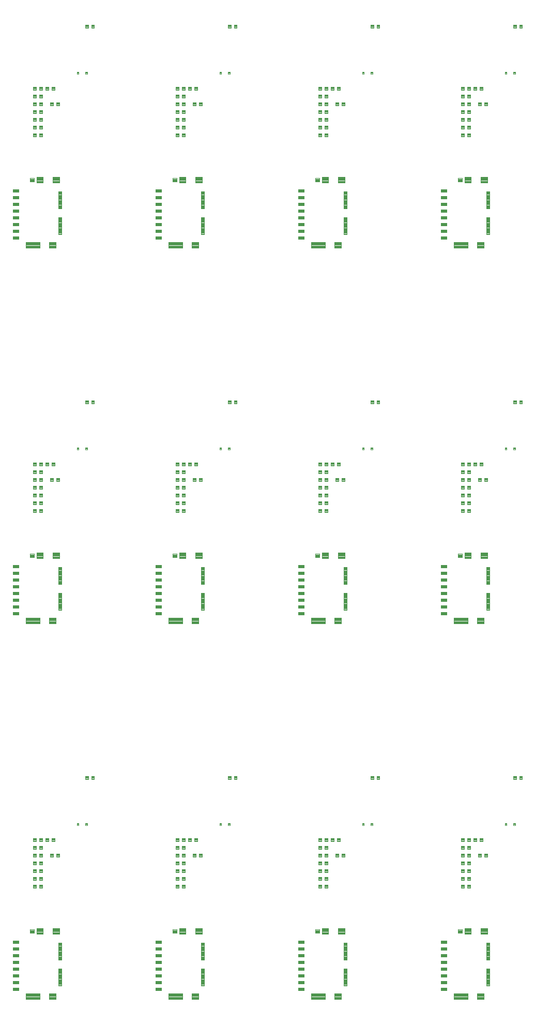
<source format=gbp>
G04 EAGLE Gerber RS-274X export*
G75*
%MOMM*%
%FSLAX34Y34*%
%LPD*%
%INSolderpaste Bottom*%
%IPPOS*%
%AMOC8*
5,1,8,0,0,1.08239X$1,22.5*%
G01*
%ADD10C,0.100000*%
%ADD11C,0.100800*%
%ADD12C,0.105000*%
%ADD13C,0.099000*%
%ADD14C,0.102000*%


D10*
X54900Y185900D02*
X45900Y185900D01*
X45900Y189900D01*
X54900Y189900D01*
X54900Y185900D01*
X54900Y186850D02*
X45900Y186850D01*
X45900Y187800D02*
X54900Y187800D01*
X54900Y188750D02*
X45900Y188750D01*
X45900Y189700D02*
X54900Y189700D01*
X54900Y174900D02*
X45900Y174900D01*
X45900Y178900D01*
X54900Y178900D01*
X54900Y174900D01*
X54900Y175850D02*
X45900Y175850D01*
X45900Y176800D02*
X54900Y176800D01*
X54900Y177750D02*
X45900Y177750D01*
X45900Y178700D02*
X54900Y178700D01*
X54900Y163900D02*
X45900Y163900D01*
X45900Y167900D01*
X54900Y167900D01*
X54900Y163900D01*
X54900Y164850D02*
X45900Y164850D01*
X45900Y165800D02*
X54900Y165800D01*
X54900Y166750D02*
X45900Y166750D01*
X45900Y167700D02*
X54900Y167700D01*
X54900Y152900D02*
X45900Y152900D01*
X45900Y156900D01*
X54900Y156900D01*
X54900Y152900D01*
X54900Y153850D02*
X45900Y153850D01*
X45900Y154800D02*
X54900Y154800D01*
X54900Y155750D02*
X45900Y155750D01*
X45900Y156700D02*
X54900Y156700D01*
X54900Y141900D02*
X45900Y141900D01*
X45900Y145900D01*
X54900Y145900D01*
X54900Y141900D01*
X54900Y142850D02*
X45900Y142850D01*
X45900Y143800D02*
X54900Y143800D01*
X54900Y144750D02*
X45900Y144750D01*
X45900Y145700D02*
X54900Y145700D01*
X54900Y130900D02*
X45900Y130900D01*
X45900Y134900D01*
X54900Y134900D01*
X54900Y130900D01*
X54900Y131850D02*
X45900Y131850D01*
X45900Y132800D02*
X54900Y132800D01*
X54900Y133750D02*
X45900Y133750D01*
X45900Y134700D02*
X54900Y134700D01*
X54900Y119900D02*
X45900Y119900D01*
X45900Y123900D01*
X54900Y123900D01*
X54900Y119900D01*
X54900Y120850D02*
X45900Y120850D01*
X45900Y121800D02*
X54900Y121800D01*
X54900Y122750D02*
X45900Y122750D01*
X45900Y123700D02*
X54900Y123700D01*
X54900Y108900D02*
X45900Y108900D01*
X45900Y112900D01*
X54900Y112900D01*
X54900Y108900D01*
X54900Y109850D02*
X45900Y109850D01*
X45900Y110800D02*
X54900Y110800D01*
X54900Y111750D02*
X45900Y111750D01*
X45900Y112700D02*
X54900Y112700D01*
D11*
X73804Y202804D02*
X73804Y208996D01*
X80596Y208996D01*
X80596Y202804D01*
X73804Y202804D01*
X73804Y203762D02*
X80596Y203762D01*
X80596Y204720D02*
X73804Y204720D01*
X73804Y205678D02*
X80596Y205678D01*
X80596Y206636D02*
X73804Y206636D01*
X73804Y207594D02*
X80596Y207594D01*
X80596Y208552D02*
X73804Y208552D01*
D12*
X85025Y201175D02*
X94775Y201175D01*
X85025Y201175D02*
X85025Y210625D01*
X94775Y210625D01*
X94775Y201175D01*
X94775Y202172D02*
X85025Y202172D01*
X85025Y203169D02*
X94775Y203169D01*
X94775Y204166D02*
X85025Y204166D01*
X85025Y205163D02*
X94775Y205163D01*
X94775Y206160D02*
X85025Y206160D01*
X85025Y207157D02*
X94775Y207157D01*
X94775Y208154D02*
X85025Y208154D01*
X85025Y209151D02*
X94775Y209151D01*
X94775Y210148D02*
X85025Y210148D01*
X110525Y201175D02*
X121475Y201175D01*
X110525Y201175D02*
X110525Y210625D01*
X121475Y210625D01*
X121475Y201175D01*
X121475Y202172D02*
X110525Y202172D01*
X110525Y203169D02*
X121475Y203169D01*
X121475Y204166D02*
X110525Y204166D01*
X110525Y205163D02*
X121475Y205163D01*
X121475Y206160D02*
X110525Y206160D01*
X110525Y207157D02*
X121475Y207157D01*
X121475Y208154D02*
X110525Y208154D01*
X110525Y209151D02*
X121475Y209151D01*
X121475Y210148D02*
X110525Y210148D01*
X115775Y94425D02*
X104825Y94425D01*
X104825Y103875D01*
X115775Y103875D01*
X115775Y94425D01*
X115775Y95422D02*
X104825Y95422D01*
X104825Y96419D02*
X115775Y96419D01*
X115775Y97416D02*
X104825Y97416D01*
X104825Y98413D02*
X115775Y98413D01*
X115775Y99410D02*
X104825Y99410D01*
X104825Y100407D02*
X115775Y100407D01*
X115775Y101404D02*
X104825Y101404D01*
X104825Y102401D02*
X115775Y102401D01*
X115775Y103398D02*
X104825Y103398D01*
X89875Y94425D02*
X67025Y94425D01*
X67025Y103875D01*
X89875Y103875D01*
X89875Y94425D01*
X89875Y95422D02*
X67025Y95422D01*
X67025Y96419D02*
X89875Y96419D01*
X89875Y97416D02*
X67025Y97416D01*
X67025Y98413D02*
X89875Y98413D01*
X89875Y99410D02*
X67025Y99410D01*
X67025Y100407D02*
X89875Y100407D01*
X89875Y101404D02*
X67025Y101404D01*
X67025Y102401D02*
X89875Y102401D01*
X89875Y103398D02*
X67025Y103398D01*
D13*
X125005Y116895D02*
X125005Y145005D01*
X125005Y116895D02*
X120495Y116895D01*
X120495Y145005D01*
X125005Y145005D01*
X125005Y117835D02*
X120495Y117835D01*
X120495Y118775D02*
X125005Y118775D01*
X125005Y119715D02*
X120495Y119715D01*
X120495Y120655D02*
X125005Y120655D01*
X125005Y121595D02*
X120495Y121595D01*
X120495Y122535D02*
X125005Y122535D01*
X125005Y123475D02*
X120495Y123475D01*
X120495Y124415D02*
X125005Y124415D01*
X125005Y125355D02*
X120495Y125355D01*
X120495Y126295D02*
X125005Y126295D01*
X125005Y127235D02*
X120495Y127235D01*
X120495Y128175D02*
X125005Y128175D01*
X125005Y129115D02*
X120495Y129115D01*
X120495Y130055D02*
X125005Y130055D01*
X125005Y130995D02*
X120495Y130995D01*
X120495Y131935D02*
X125005Y131935D01*
X125005Y132875D02*
X120495Y132875D01*
X120495Y133815D02*
X125005Y133815D01*
X125005Y134755D02*
X120495Y134755D01*
X120495Y135695D02*
X125005Y135695D01*
X125005Y136635D02*
X120495Y136635D01*
X120495Y137575D02*
X125005Y137575D01*
X125005Y138515D02*
X120495Y138515D01*
X120495Y139455D02*
X125005Y139455D01*
X125005Y140395D02*
X120495Y140395D01*
X120495Y141335D02*
X125005Y141335D01*
X125005Y142275D02*
X120495Y142275D01*
X120495Y143215D02*
X125005Y143215D01*
X125005Y144155D02*
X120495Y144155D01*
X125005Y158795D02*
X125005Y186905D01*
X125005Y158795D02*
X120495Y158795D01*
X120495Y186905D01*
X125005Y186905D01*
X125005Y159735D02*
X120495Y159735D01*
X120495Y160675D02*
X125005Y160675D01*
X125005Y161615D02*
X120495Y161615D01*
X120495Y162555D02*
X125005Y162555D01*
X125005Y163495D02*
X120495Y163495D01*
X120495Y164435D02*
X125005Y164435D01*
X125005Y165375D02*
X120495Y165375D01*
X120495Y166315D02*
X125005Y166315D01*
X125005Y167255D02*
X120495Y167255D01*
X120495Y168195D02*
X125005Y168195D01*
X125005Y169135D02*
X120495Y169135D01*
X120495Y170075D02*
X125005Y170075D01*
X125005Y171015D02*
X120495Y171015D01*
X120495Y171955D02*
X125005Y171955D01*
X125005Y172895D02*
X120495Y172895D01*
X120495Y173835D02*
X125005Y173835D01*
X125005Y174775D02*
X120495Y174775D01*
X120495Y175715D02*
X125005Y175715D01*
X125005Y176655D02*
X120495Y176655D01*
X120495Y177595D02*
X125005Y177595D01*
X125005Y178535D02*
X120495Y178535D01*
X120495Y179475D02*
X125005Y179475D01*
X125005Y180415D02*
X120495Y180415D01*
X120495Y181355D02*
X125005Y181355D01*
X125005Y182295D02*
X120495Y182295D01*
X120495Y183235D02*
X125005Y183235D01*
X125005Y184175D02*
X120495Y184175D01*
X120495Y185115D02*
X125005Y185115D01*
X125005Y186055D02*
X120495Y186055D01*
D14*
X93850Y319990D02*
X88870Y319990D01*
X93850Y319990D02*
X93850Y315010D01*
X88870Y315010D01*
X88870Y319990D01*
X88870Y315979D02*
X93850Y315979D01*
X93850Y316948D02*
X88870Y316948D01*
X88870Y317917D02*
X93850Y317917D01*
X93850Y318886D02*
X88870Y318886D01*
X88870Y319855D02*
X93850Y319855D01*
X83850Y319990D02*
X78870Y319990D01*
X83850Y319990D02*
X83850Y315010D01*
X78870Y315010D01*
X78870Y319990D01*
X78870Y315979D02*
X83850Y315979D01*
X83850Y316948D02*
X78870Y316948D01*
X78870Y317917D02*
X83850Y317917D01*
X83850Y318886D02*
X78870Y318886D01*
X78870Y319855D02*
X83850Y319855D01*
X88870Y307290D02*
X93850Y307290D01*
X93850Y302310D01*
X88870Y302310D01*
X88870Y307290D01*
X88870Y303279D02*
X93850Y303279D01*
X93850Y304248D02*
X88870Y304248D01*
X88870Y305217D02*
X93850Y305217D01*
X93850Y306186D02*
X88870Y306186D01*
X88870Y307155D02*
X93850Y307155D01*
X83850Y307290D02*
X78870Y307290D01*
X83850Y307290D02*
X83850Y302310D01*
X78870Y302310D01*
X78870Y307290D01*
X78870Y303279D02*
X83850Y303279D01*
X83850Y304248D02*
X78870Y304248D01*
X78870Y305217D02*
X83850Y305217D01*
X83850Y306186D02*
X78870Y306186D01*
X78870Y307155D02*
X83850Y307155D01*
X99190Y353110D02*
X104170Y353110D01*
X99190Y353110D02*
X99190Y358090D01*
X104170Y358090D01*
X104170Y353110D01*
X104170Y354079D02*
X99190Y354079D01*
X99190Y355048D02*
X104170Y355048D01*
X104170Y356017D02*
X99190Y356017D01*
X99190Y356986D02*
X104170Y356986D01*
X104170Y357955D02*
X99190Y357955D01*
X109190Y353110D02*
X114170Y353110D01*
X109190Y353110D02*
X109190Y358090D01*
X114170Y358090D01*
X114170Y353110D01*
X114170Y354079D02*
X109190Y354079D01*
X109190Y355048D02*
X114170Y355048D01*
X114170Y356017D02*
X109190Y356017D01*
X109190Y356986D02*
X114170Y356986D01*
X114170Y357955D02*
X109190Y357955D01*
X93850Y281890D02*
X88870Y281890D01*
X93850Y281890D02*
X93850Y276910D01*
X88870Y276910D01*
X88870Y281890D01*
X88870Y277879D02*
X93850Y277879D01*
X93850Y278848D02*
X88870Y278848D01*
X88870Y279817D02*
X93850Y279817D01*
X93850Y280786D02*
X88870Y280786D01*
X88870Y281755D02*
X93850Y281755D01*
X83850Y281890D02*
X78870Y281890D01*
X83850Y281890D02*
X83850Y276910D01*
X78870Y276910D01*
X78870Y281890D01*
X78870Y277879D02*
X83850Y277879D01*
X83850Y278848D02*
X78870Y278848D01*
X78870Y279817D02*
X83850Y279817D01*
X83850Y280786D02*
X78870Y280786D01*
X78870Y281755D02*
X83850Y281755D01*
X88870Y294590D02*
X93850Y294590D01*
X93850Y289610D01*
X88870Y289610D01*
X88870Y294590D01*
X88870Y290579D02*
X93850Y290579D01*
X93850Y291548D02*
X88870Y291548D01*
X88870Y292517D02*
X93850Y292517D01*
X93850Y293486D02*
X88870Y293486D01*
X88870Y294455D02*
X93850Y294455D01*
X83850Y294590D02*
X78870Y294590D01*
X83850Y294590D02*
X83850Y289610D01*
X78870Y289610D01*
X78870Y294590D01*
X78870Y290579D02*
X83850Y290579D01*
X83850Y291548D02*
X78870Y291548D01*
X78870Y292517D02*
X83850Y292517D01*
X83850Y293486D02*
X78870Y293486D01*
X78870Y294455D02*
X83850Y294455D01*
X88870Y332690D02*
X93850Y332690D01*
X93850Y327710D01*
X88870Y327710D01*
X88870Y332690D01*
X88870Y328679D02*
X93850Y328679D01*
X93850Y329648D02*
X88870Y329648D01*
X88870Y330617D02*
X93850Y330617D01*
X93850Y331586D02*
X88870Y331586D01*
X88870Y332555D02*
X93850Y332555D01*
X83850Y332690D02*
X78870Y332690D01*
X83850Y332690D02*
X83850Y327710D01*
X78870Y327710D01*
X78870Y332690D01*
X78870Y328679D02*
X83850Y328679D01*
X83850Y329648D02*
X78870Y329648D01*
X78870Y330617D02*
X83850Y330617D01*
X83850Y331586D02*
X78870Y331586D01*
X78870Y332555D02*
X83850Y332555D01*
X106810Y327710D02*
X111790Y327710D01*
X106810Y327710D02*
X106810Y332690D01*
X111790Y332690D01*
X111790Y327710D01*
X111790Y328679D02*
X106810Y328679D01*
X106810Y329648D02*
X111790Y329648D01*
X111790Y330617D02*
X106810Y330617D01*
X106810Y331586D02*
X111790Y331586D01*
X111790Y332555D02*
X106810Y332555D01*
X116810Y327710D02*
X121790Y327710D01*
X116810Y327710D02*
X116810Y332690D01*
X121790Y332690D01*
X121790Y327710D01*
X121790Y328679D02*
X116810Y328679D01*
X116810Y329648D02*
X121790Y329648D01*
X121790Y330617D02*
X116810Y330617D01*
X116810Y331586D02*
X121790Y331586D01*
X121790Y332555D02*
X116810Y332555D01*
X93850Y358090D02*
X88870Y358090D01*
X93850Y358090D02*
X93850Y353110D01*
X88870Y353110D01*
X88870Y358090D01*
X88870Y354079D02*
X93850Y354079D01*
X93850Y355048D02*
X88870Y355048D01*
X88870Y356017D02*
X93850Y356017D01*
X93850Y356986D02*
X88870Y356986D01*
X88870Y357955D02*
X93850Y357955D01*
X83850Y358090D02*
X78870Y358090D01*
X83850Y358090D02*
X83850Y353110D01*
X78870Y353110D01*
X78870Y358090D01*
X78870Y354079D02*
X83850Y354079D01*
X83850Y355048D02*
X78870Y355048D01*
X78870Y356017D02*
X83850Y356017D01*
X83850Y356986D02*
X78870Y356986D01*
X78870Y357955D02*
X83850Y357955D01*
X88870Y345390D02*
X93850Y345390D01*
X93850Y340410D01*
X88870Y340410D01*
X88870Y345390D01*
X88870Y341379D02*
X93850Y341379D01*
X93850Y342348D02*
X88870Y342348D01*
X88870Y343317D02*
X93850Y343317D01*
X93850Y344286D02*
X88870Y344286D01*
X88870Y345255D02*
X93850Y345255D01*
X83850Y345390D02*
X78870Y345390D01*
X83850Y345390D02*
X83850Y340410D01*
X78870Y340410D01*
X78870Y345390D01*
X78870Y341379D02*
X83850Y341379D01*
X83850Y342348D02*
X78870Y342348D01*
X78870Y343317D02*
X83850Y343317D01*
X83850Y344286D02*
X78870Y344286D01*
X78870Y345255D02*
X83850Y345255D01*
D10*
X164250Y379500D02*
X167250Y379500D01*
X164250Y379500D02*
X164250Y382500D01*
X167250Y382500D01*
X167250Y379500D01*
X167250Y380450D02*
X164250Y380450D01*
X164250Y381400D02*
X167250Y381400D01*
X167250Y382350D02*
X164250Y382350D01*
X153250Y379500D02*
X150250Y379500D01*
X150250Y382500D01*
X153250Y382500D01*
X153250Y379500D01*
X153250Y380450D02*
X150250Y380450D01*
X150250Y381400D02*
X153250Y381400D01*
X153250Y382350D02*
X150250Y382350D01*
D14*
X173960Y459690D02*
X178940Y459690D01*
X178940Y454710D01*
X173960Y454710D01*
X173960Y459690D01*
X173960Y455679D02*
X178940Y455679D01*
X178940Y456648D02*
X173960Y456648D01*
X173960Y457617D02*
X178940Y457617D01*
X178940Y458586D02*
X173960Y458586D01*
X173960Y459555D02*
X178940Y459555D01*
X168940Y459690D02*
X163960Y459690D01*
X168940Y459690D02*
X168940Y454710D01*
X163960Y454710D01*
X163960Y459690D01*
X163960Y455679D02*
X168940Y455679D01*
X168940Y456648D02*
X163960Y456648D01*
X163960Y457617D02*
X168940Y457617D01*
X168940Y458586D02*
X163960Y458586D01*
X163960Y459555D02*
X168940Y459555D01*
D10*
X279580Y185900D02*
X288580Y185900D01*
X279580Y185900D02*
X279580Y189900D01*
X288580Y189900D01*
X288580Y185900D01*
X288580Y186850D02*
X279580Y186850D01*
X279580Y187800D02*
X288580Y187800D01*
X288580Y188750D02*
X279580Y188750D01*
X279580Y189700D02*
X288580Y189700D01*
X288580Y174900D02*
X279580Y174900D01*
X279580Y178900D01*
X288580Y178900D01*
X288580Y174900D01*
X288580Y175850D02*
X279580Y175850D01*
X279580Y176800D02*
X288580Y176800D01*
X288580Y177750D02*
X279580Y177750D01*
X279580Y178700D02*
X288580Y178700D01*
X288580Y163900D02*
X279580Y163900D01*
X279580Y167900D01*
X288580Y167900D01*
X288580Y163900D01*
X288580Y164850D02*
X279580Y164850D01*
X279580Y165800D02*
X288580Y165800D01*
X288580Y166750D02*
X279580Y166750D01*
X279580Y167700D02*
X288580Y167700D01*
X288580Y152900D02*
X279580Y152900D01*
X279580Y156900D01*
X288580Y156900D01*
X288580Y152900D01*
X288580Y153850D02*
X279580Y153850D01*
X279580Y154800D02*
X288580Y154800D01*
X288580Y155750D02*
X279580Y155750D01*
X279580Y156700D02*
X288580Y156700D01*
X288580Y141900D02*
X279580Y141900D01*
X279580Y145900D01*
X288580Y145900D01*
X288580Y141900D01*
X288580Y142850D02*
X279580Y142850D01*
X279580Y143800D02*
X288580Y143800D01*
X288580Y144750D02*
X279580Y144750D01*
X279580Y145700D02*
X288580Y145700D01*
X288580Y130900D02*
X279580Y130900D01*
X279580Y134900D01*
X288580Y134900D01*
X288580Y130900D01*
X288580Y131850D02*
X279580Y131850D01*
X279580Y132800D02*
X288580Y132800D01*
X288580Y133750D02*
X279580Y133750D01*
X279580Y134700D02*
X288580Y134700D01*
X288580Y119900D02*
X279580Y119900D01*
X279580Y123900D01*
X288580Y123900D01*
X288580Y119900D01*
X288580Y120850D02*
X279580Y120850D01*
X279580Y121800D02*
X288580Y121800D01*
X288580Y122750D02*
X279580Y122750D01*
X279580Y123700D02*
X288580Y123700D01*
X288580Y108900D02*
X279580Y108900D01*
X279580Y112900D01*
X288580Y112900D01*
X288580Y108900D01*
X288580Y109850D02*
X279580Y109850D01*
X279580Y110800D02*
X288580Y110800D01*
X288580Y111750D02*
X279580Y111750D01*
X279580Y112700D02*
X288580Y112700D01*
D11*
X307484Y202804D02*
X307484Y208996D01*
X314276Y208996D01*
X314276Y202804D01*
X307484Y202804D01*
X307484Y203762D02*
X314276Y203762D01*
X314276Y204720D02*
X307484Y204720D01*
X307484Y205678D02*
X314276Y205678D01*
X314276Y206636D02*
X307484Y206636D01*
X307484Y207594D02*
X314276Y207594D01*
X314276Y208552D02*
X307484Y208552D01*
D12*
X318705Y201175D02*
X328455Y201175D01*
X318705Y201175D02*
X318705Y210625D01*
X328455Y210625D01*
X328455Y201175D01*
X328455Y202172D02*
X318705Y202172D01*
X318705Y203169D02*
X328455Y203169D01*
X328455Y204166D02*
X318705Y204166D01*
X318705Y205163D02*
X328455Y205163D01*
X328455Y206160D02*
X318705Y206160D01*
X318705Y207157D02*
X328455Y207157D01*
X328455Y208154D02*
X318705Y208154D01*
X318705Y209151D02*
X328455Y209151D01*
X328455Y210148D02*
X318705Y210148D01*
X344205Y201175D02*
X355155Y201175D01*
X344205Y201175D02*
X344205Y210625D01*
X355155Y210625D01*
X355155Y201175D01*
X355155Y202172D02*
X344205Y202172D01*
X344205Y203169D02*
X355155Y203169D01*
X355155Y204166D02*
X344205Y204166D01*
X344205Y205163D02*
X355155Y205163D01*
X355155Y206160D02*
X344205Y206160D01*
X344205Y207157D02*
X355155Y207157D01*
X355155Y208154D02*
X344205Y208154D01*
X344205Y209151D02*
X355155Y209151D01*
X355155Y210148D02*
X344205Y210148D01*
X349455Y94425D02*
X338505Y94425D01*
X338505Y103875D01*
X349455Y103875D01*
X349455Y94425D01*
X349455Y95422D02*
X338505Y95422D01*
X338505Y96419D02*
X349455Y96419D01*
X349455Y97416D02*
X338505Y97416D01*
X338505Y98413D02*
X349455Y98413D01*
X349455Y99410D02*
X338505Y99410D01*
X338505Y100407D02*
X349455Y100407D01*
X349455Y101404D02*
X338505Y101404D01*
X338505Y102401D02*
X349455Y102401D01*
X349455Y103398D02*
X338505Y103398D01*
X323555Y94425D02*
X300705Y94425D01*
X300705Y103875D01*
X323555Y103875D01*
X323555Y94425D01*
X323555Y95422D02*
X300705Y95422D01*
X300705Y96419D02*
X323555Y96419D01*
X323555Y97416D02*
X300705Y97416D01*
X300705Y98413D02*
X323555Y98413D01*
X323555Y99410D02*
X300705Y99410D01*
X300705Y100407D02*
X323555Y100407D01*
X323555Y101404D02*
X300705Y101404D01*
X300705Y102401D02*
X323555Y102401D01*
X323555Y103398D02*
X300705Y103398D01*
D13*
X358685Y116895D02*
X358685Y145005D01*
X358685Y116895D02*
X354175Y116895D01*
X354175Y145005D01*
X358685Y145005D01*
X358685Y117835D02*
X354175Y117835D01*
X354175Y118775D02*
X358685Y118775D01*
X358685Y119715D02*
X354175Y119715D01*
X354175Y120655D02*
X358685Y120655D01*
X358685Y121595D02*
X354175Y121595D01*
X354175Y122535D02*
X358685Y122535D01*
X358685Y123475D02*
X354175Y123475D01*
X354175Y124415D02*
X358685Y124415D01*
X358685Y125355D02*
X354175Y125355D01*
X354175Y126295D02*
X358685Y126295D01*
X358685Y127235D02*
X354175Y127235D01*
X354175Y128175D02*
X358685Y128175D01*
X358685Y129115D02*
X354175Y129115D01*
X354175Y130055D02*
X358685Y130055D01*
X358685Y130995D02*
X354175Y130995D01*
X354175Y131935D02*
X358685Y131935D01*
X358685Y132875D02*
X354175Y132875D01*
X354175Y133815D02*
X358685Y133815D01*
X358685Y134755D02*
X354175Y134755D01*
X354175Y135695D02*
X358685Y135695D01*
X358685Y136635D02*
X354175Y136635D01*
X354175Y137575D02*
X358685Y137575D01*
X358685Y138515D02*
X354175Y138515D01*
X354175Y139455D02*
X358685Y139455D01*
X358685Y140395D02*
X354175Y140395D01*
X354175Y141335D02*
X358685Y141335D01*
X358685Y142275D02*
X354175Y142275D01*
X354175Y143215D02*
X358685Y143215D01*
X358685Y144155D02*
X354175Y144155D01*
X358685Y158795D02*
X358685Y186905D01*
X358685Y158795D02*
X354175Y158795D01*
X354175Y186905D01*
X358685Y186905D01*
X358685Y159735D02*
X354175Y159735D01*
X354175Y160675D02*
X358685Y160675D01*
X358685Y161615D02*
X354175Y161615D01*
X354175Y162555D02*
X358685Y162555D01*
X358685Y163495D02*
X354175Y163495D01*
X354175Y164435D02*
X358685Y164435D01*
X358685Y165375D02*
X354175Y165375D01*
X354175Y166315D02*
X358685Y166315D01*
X358685Y167255D02*
X354175Y167255D01*
X354175Y168195D02*
X358685Y168195D01*
X358685Y169135D02*
X354175Y169135D01*
X354175Y170075D02*
X358685Y170075D01*
X358685Y171015D02*
X354175Y171015D01*
X354175Y171955D02*
X358685Y171955D01*
X358685Y172895D02*
X354175Y172895D01*
X354175Y173835D02*
X358685Y173835D01*
X358685Y174775D02*
X354175Y174775D01*
X354175Y175715D02*
X358685Y175715D01*
X358685Y176655D02*
X354175Y176655D01*
X354175Y177595D02*
X358685Y177595D01*
X358685Y178535D02*
X354175Y178535D01*
X354175Y179475D02*
X358685Y179475D01*
X358685Y180415D02*
X354175Y180415D01*
X354175Y181355D02*
X358685Y181355D01*
X358685Y182295D02*
X354175Y182295D01*
X354175Y183235D02*
X358685Y183235D01*
X358685Y184175D02*
X354175Y184175D01*
X354175Y185115D02*
X358685Y185115D01*
X358685Y186055D02*
X354175Y186055D01*
D14*
X327530Y319990D02*
X322550Y319990D01*
X327530Y319990D02*
X327530Y315010D01*
X322550Y315010D01*
X322550Y319990D01*
X322550Y315979D02*
X327530Y315979D01*
X327530Y316948D02*
X322550Y316948D01*
X322550Y317917D02*
X327530Y317917D01*
X327530Y318886D02*
X322550Y318886D01*
X322550Y319855D02*
X327530Y319855D01*
X317530Y319990D02*
X312550Y319990D01*
X317530Y319990D02*
X317530Y315010D01*
X312550Y315010D01*
X312550Y319990D01*
X312550Y315979D02*
X317530Y315979D01*
X317530Y316948D02*
X312550Y316948D01*
X312550Y317917D02*
X317530Y317917D01*
X317530Y318886D02*
X312550Y318886D01*
X312550Y319855D02*
X317530Y319855D01*
X322550Y307290D02*
X327530Y307290D01*
X327530Y302310D01*
X322550Y302310D01*
X322550Y307290D01*
X322550Y303279D02*
X327530Y303279D01*
X327530Y304248D02*
X322550Y304248D01*
X322550Y305217D02*
X327530Y305217D01*
X327530Y306186D02*
X322550Y306186D01*
X322550Y307155D02*
X327530Y307155D01*
X317530Y307290D02*
X312550Y307290D01*
X317530Y307290D02*
X317530Y302310D01*
X312550Y302310D01*
X312550Y307290D01*
X312550Y303279D02*
X317530Y303279D01*
X317530Y304248D02*
X312550Y304248D01*
X312550Y305217D02*
X317530Y305217D01*
X317530Y306186D02*
X312550Y306186D01*
X312550Y307155D02*
X317530Y307155D01*
X332870Y353110D02*
X337850Y353110D01*
X332870Y353110D02*
X332870Y358090D01*
X337850Y358090D01*
X337850Y353110D01*
X337850Y354079D02*
X332870Y354079D01*
X332870Y355048D02*
X337850Y355048D01*
X337850Y356017D02*
X332870Y356017D01*
X332870Y356986D02*
X337850Y356986D01*
X337850Y357955D02*
X332870Y357955D01*
X342870Y353110D02*
X347850Y353110D01*
X342870Y353110D02*
X342870Y358090D01*
X347850Y358090D01*
X347850Y353110D01*
X347850Y354079D02*
X342870Y354079D01*
X342870Y355048D02*
X347850Y355048D01*
X347850Y356017D02*
X342870Y356017D01*
X342870Y356986D02*
X347850Y356986D01*
X347850Y357955D02*
X342870Y357955D01*
X327530Y281890D02*
X322550Y281890D01*
X327530Y281890D02*
X327530Y276910D01*
X322550Y276910D01*
X322550Y281890D01*
X322550Y277879D02*
X327530Y277879D01*
X327530Y278848D02*
X322550Y278848D01*
X322550Y279817D02*
X327530Y279817D01*
X327530Y280786D02*
X322550Y280786D01*
X322550Y281755D02*
X327530Y281755D01*
X317530Y281890D02*
X312550Y281890D01*
X317530Y281890D02*
X317530Y276910D01*
X312550Y276910D01*
X312550Y281890D01*
X312550Y277879D02*
X317530Y277879D01*
X317530Y278848D02*
X312550Y278848D01*
X312550Y279817D02*
X317530Y279817D01*
X317530Y280786D02*
X312550Y280786D01*
X312550Y281755D02*
X317530Y281755D01*
X322550Y294590D02*
X327530Y294590D01*
X327530Y289610D01*
X322550Y289610D01*
X322550Y294590D01*
X322550Y290579D02*
X327530Y290579D01*
X327530Y291548D02*
X322550Y291548D01*
X322550Y292517D02*
X327530Y292517D01*
X327530Y293486D02*
X322550Y293486D01*
X322550Y294455D02*
X327530Y294455D01*
X317530Y294590D02*
X312550Y294590D01*
X317530Y294590D02*
X317530Y289610D01*
X312550Y289610D01*
X312550Y294590D01*
X312550Y290579D02*
X317530Y290579D01*
X317530Y291548D02*
X312550Y291548D01*
X312550Y292517D02*
X317530Y292517D01*
X317530Y293486D02*
X312550Y293486D01*
X312550Y294455D02*
X317530Y294455D01*
X322550Y332690D02*
X327530Y332690D01*
X327530Y327710D01*
X322550Y327710D01*
X322550Y332690D01*
X322550Y328679D02*
X327530Y328679D01*
X327530Y329648D02*
X322550Y329648D01*
X322550Y330617D02*
X327530Y330617D01*
X327530Y331586D02*
X322550Y331586D01*
X322550Y332555D02*
X327530Y332555D01*
X317530Y332690D02*
X312550Y332690D01*
X317530Y332690D02*
X317530Y327710D01*
X312550Y327710D01*
X312550Y332690D01*
X312550Y328679D02*
X317530Y328679D01*
X317530Y329648D02*
X312550Y329648D01*
X312550Y330617D02*
X317530Y330617D01*
X317530Y331586D02*
X312550Y331586D01*
X312550Y332555D02*
X317530Y332555D01*
X340490Y327710D02*
X345470Y327710D01*
X340490Y327710D02*
X340490Y332690D01*
X345470Y332690D01*
X345470Y327710D01*
X345470Y328679D02*
X340490Y328679D01*
X340490Y329648D02*
X345470Y329648D01*
X345470Y330617D02*
X340490Y330617D01*
X340490Y331586D02*
X345470Y331586D01*
X345470Y332555D02*
X340490Y332555D01*
X350490Y327710D02*
X355470Y327710D01*
X350490Y327710D02*
X350490Y332690D01*
X355470Y332690D01*
X355470Y327710D01*
X355470Y328679D02*
X350490Y328679D01*
X350490Y329648D02*
X355470Y329648D01*
X355470Y330617D02*
X350490Y330617D01*
X350490Y331586D02*
X355470Y331586D01*
X355470Y332555D02*
X350490Y332555D01*
X327530Y358090D02*
X322550Y358090D01*
X327530Y358090D02*
X327530Y353110D01*
X322550Y353110D01*
X322550Y358090D01*
X322550Y354079D02*
X327530Y354079D01*
X327530Y355048D02*
X322550Y355048D01*
X322550Y356017D02*
X327530Y356017D01*
X327530Y356986D02*
X322550Y356986D01*
X322550Y357955D02*
X327530Y357955D01*
X317530Y358090D02*
X312550Y358090D01*
X317530Y358090D02*
X317530Y353110D01*
X312550Y353110D01*
X312550Y358090D01*
X312550Y354079D02*
X317530Y354079D01*
X317530Y355048D02*
X312550Y355048D01*
X312550Y356017D02*
X317530Y356017D01*
X317530Y356986D02*
X312550Y356986D01*
X312550Y357955D02*
X317530Y357955D01*
X322550Y345390D02*
X327530Y345390D01*
X327530Y340410D01*
X322550Y340410D01*
X322550Y345390D01*
X322550Y341379D02*
X327530Y341379D01*
X327530Y342348D02*
X322550Y342348D01*
X322550Y343317D02*
X327530Y343317D01*
X327530Y344286D02*
X322550Y344286D01*
X322550Y345255D02*
X327530Y345255D01*
X317530Y345390D02*
X312550Y345390D01*
X317530Y345390D02*
X317530Y340410D01*
X312550Y340410D01*
X312550Y345390D01*
X312550Y341379D02*
X317530Y341379D01*
X317530Y342348D02*
X312550Y342348D01*
X312550Y343317D02*
X317530Y343317D01*
X317530Y344286D02*
X312550Y344286D01*
X312550Y345255D02*
X317530Y345255D01*
D10*
X397930Y379500D02*
X400930Y379500D01*
X397930Y379500D02*
X397930Y382500D01*
X400930Y382500D01*
X400930Y379500D01*
X400930Y380450D02*
X397930Y380450D01*
X397930Y381400D02*
X400930Y381400D01*
X400930Y382350D02*
X397930Y382350D01*
X386930Y379500D02*
X383930Y379500D01*
X383930Y382500D01*
X386930Y382500D01*
X386930Y379500D01*
X386930Y380450D02*
X383930Y380450D01*
X383930Y381400D02*
X386930Y381400D01*
X386930Y382350D02*
X383930Y382350D01*
D14*
X407640Y459690D02*
X412620Y459690D01*
X412620Y454710D01*
X407640Y454710D01*
X407640Y459690D01*
X407640Y455679D02*
X412620Y455679D01*
X412620Y456648D02*
X407640Y456648D01*
X407640Y457617D02*
X412620Y457617D01*
X412620Y458586D02*
X407640Y458586D01*
X407640Y459555D02*
X412620Y459555D01*
X402620Y459690D02*
X397640Y459690D01*
X402620Y459690D02*
X402620Y454710D01*
X397640Y454710D01*
X397640Y459690D01*
X397640Y455679D02*
X402620Y455679D01*
X402620Y456648D02*
X397640Y456648D01*
X397640Y457617D02*
X402620Y457617D01*
X402620Y458586D02*
X397640Y458586D01*
X397640Y459555D02*
X402620Y459555D01*
D10*
X513260Y185900D02*
X522260Y185900D01*
X513260Y185900D02*
X513260Y189900D01*
X522260Y189900D01*
X522260Y185900D01*
X522260Y186850D02*
X513260Y186850D01*
X513260Y187800D02*
X522260Y187800D01*
X522260Y188750D02*
X513260Y188750D01*
X513260Y189700D02*
X522260Y189700D01*
X522260Y174900D02*
X513260Y174900D01*
X513260Y178900D01*
X522260Y178900D01*
X522260Y174900D01*
X522260Y175850D02*
X513260Y175850D01*
X513260Y176800D02*
X522260Y176800D01*
X522260Y177750D02*
X513260Y177750D01*
X513260Y178700D02*
X522260Y178700D01*
X522260Y163900D02*
X513260Y163900D01*
X513260Y167900D01*
X522260Y167900D01*
X522260Y163900D01*
X522260Y164850D02*
X513260Y164850D01*
X513260Y165800D02*
X522260Y165800D01*
X522260Y166750D02*
X513260Y166750D01*
X513260Y167700D02*
X522260Y167700D01*
X522260Y152900D02*
X513260Y152900D01*
X513260Y156900D01*
X522260Y156900D01*
X522260Y152900D01*
X522260Y153850D02*
X513260Y153850D01*
X513260Y154800D02*
X522260Y154800D01*
X522260Y155750D02*
X513260Y155750D01*
X513260Y156700D02*
X522260Y156700D01*
X522260Y141900D02*
X513260Y141900D01*
X513260Y145900D01*
X522260Y145900D01*
X522260Y141900D01*
X522260Y142850D02*
X513260Y142850D01*
X513260Y143800D02*
X522260Y143800D01*
X522260Y144750D02*
X513260Y144750D01*
X513260Y145700D02*
X522260Y145700D01*
X522260Y130900D02*
X513260Y130900D01*
X513260Y134900D01*
X522260Y134900D01*
X522260Y130900D01*
X522260Y131850D02*
X513260Y131850D01*
X513260Y132800D02*
X522260Y132800D01*
X522260Y133750D02*
X513260Y133750D01*
X513260Y134700D02*
X522260Y134700D01*
X522260Y119900D02*
X513260Y119900D01*
X513260Y123900D01*
X522260Y123900D01*
X522260Y119900D01*
X522260Y120850D02*
X513260Y120850D01*
X513260Y121800D02*
X522260Y121800D01*
X522260Y122750D02*
X513260Y122750D01*
X513260Y123700D02*
X522260Y123700D01*
X522260Y108900D02*
X513260Y108900D01*
X513260Y112900D01*
X522260Y112900D01*
X522260Y108900D01*
X522260Y109850D02*
X513260Y109850D01*
X513260Y110800D02*
X522260Y110800D01*
X522260Y111750D02*
X513260Y111750D01*
X513260Y112700D02*
X522260Y112700D01*
D11*
X541164Y202804D02*
X541164Y208996D01*
X547956Y208996D01*
X547956Y202804D01*
X541164Y202804D01*
X541164Y203762D02*
X547956Y203762D01*
X547956Y204720D02*
X541164Y204720D01*
X541164Y205678D02*
X547956Y205678D01*
X547956Y206636D02*
X541164Y206636D01*
X541164Y207594D02*
X547956Y207594D01*
X547956Y208552D02*
X541164Y208552D01*
D12*
X552385Y201175D02*
X562135Y201175D01*
X552385Y201175D02*
X552385Y210625D01*
X562135Y210625D01*
X562135Y201175D01*
X562135Y202172D02*
X552385Y202172D01*
X552385Y203169D02*
X562135Y203169D01*
X562135Y204166D02*
X552385Y204166D01*
X552385Y205163D02*
X562135Y205163D01*
X562135Y206160D02*
X552385Y206160D01*
X552385Y207157D02*
X562135Y207157D01*
X562135Y208154D02*
X552385Y208154D01*
X552385Y209151D02*
X562135Y209151D01*
X562135Y210148D02*
X552385Y210148D01*
X577885Y201175D02*
X588835Y201175D01*
X577885Y201175D02*
X577885Y210625D01*
X588835Y210625D01*
X588835Y201175D01*
X588835Y202172D02*
X577885Y202172D01*
X577885Y203169D02*
X588835Y203169D01*
X588835Y204166D02*
X577885Y204166D01*
X577885Y205163D02*
X588835Y205163D01*
X588835Y206160D02*
X577885Y206160D01*
X577885Y207157D02*
X588835Y207157D01*
X588835Y208154D02*
X577885Y208154D01*
X577885Y209151D02*
X588835Y209151D01*
X588835Y210148D02*
X577885Y210148D01*
X583135Y94425D02*
X572185Y94425D01*
X572185Y103875D01*
X583135Y103875D01*
X583135Y94425D01*
X583135Y95422D02*
X572185Y95422D01*
X572185Y96419D02*
X583135Y96419D01*
X583135Y97416D02*
X572185Y97416D01*
X572185Y98413D02*
X583135Y98413D01*
X583135Y99410D02*
X572185Y99410D01*
X572185Y100407D02*
X583135Y100407D01*
X583135Y101404D02*
X572185Y101404D01*
X572185Y102401D02*
X583135Y102401D01*
X583135Y103398D02*
X572185Y103398D01*
X557235Y94425D02*
X534385Y94425D01*
X534385Y103875D01*
X557235Y103875D01*
X557235Y94425D01*
X557235Y95422D02*
X534385Y95422D01*
X534385Y96419D02*
X557235Y96419D01*
X557235Y97416D02*
X534385Y97416D01*
X534385Y98413D02*
X557235Y98413D01*
X557235Y99410D02*
X534385Y99410D01*
X534385Y100407D02*
X557235Y100407D01*
X557235Y101404D02*
X534385Y101404D01*
X534385Y102401D02*
X557235Y102401D01*
X557235Y103398D02*
X534385Y103398D01*
D13*
X592365Y116895D02*
X592365Y145005D01*
X592365Y116895D02*
X587855Y116895D01*
X587855Y145005D01*
X592365Y145005D01*
X592365Y117835D02*
X587855Y117835D01*
X587855Y118775D02*
X592365Y118775D01*
X592365Y119715D02*
X587855Y119715D01*
X587855Y120655D02*
X592365Y120655D01*
X592365Y121595D02*
X587855Y121595D01*
X587855Y122535D02*
X592365Y122535D01*
X592365Y123475D02*
X587855Y123475D01*
X587855Y124415D02*
X592365Y124415D01*
X592365Y125355D02*
X587855Y125355D01*
X587855Y126295D02*
X592365Y126295D01*
X592365Y127235D02*
X587855Y127235D01*
X587855Y128175D02*
X592365Y128175D01*
X592365Y129115D02*
X587855Y129115D01*
X587855Y130055D02*
X592365Y130055D01*
X592365Y130995D02*
X587855Y130995D01*
X587855Y131935D02*
X592365Y131935D01*
X592365Y132875D02*
X587855Y132875D01*
X587855Y133815D02*
X592365Y133815D01*
X592365Y134755D02*
X587855Y134755D01*
X587855Y135695D02*
X592365Y135695D01*
X592365Y136635D02*
X587855Y136635D01*
X587855Y137575D02*
X592365Y137575D01*
X592365Y138515D02*
X587855Y138515D01*
X587855Y139455D02*
X592365Y139455D01*
X592365Y140395D02*
X587855Y140395D01*
X587855Y141335D02*
X592365Y141335D01*
X592365Y142275D02*
X587855Y142275D01*
X587855Y143215D02*
X592365Y143215D01*
X592365Y144155D02*
X587855Y144155D01*
X592365Y158795D02*
X592365Y186905D01*
X592365Y158795D02*
X587855Y158795D01*
X587855Y186905D01*
X592365Y186905D01*
X592365Y159735D02*
X587855Y159735D01*
X587855Y160675D02*
X592365Y160675D01*
X592365Y161615D02*
X587855Y161615D01*
X587855Y162555D02*
X592365Y162555D01*
X592365Y163495D02*
X587855Y163495D01*
X587855Y164435D02*
X592365Y164435D01*
X592365Y165375D02*
X587855Y165375D01*
X587855Y166315D02*
X592365Y166315D01*
X592365Y167255D02*
X587855Y167255D01*
X587855Y168195D02*
X592365Y168195D01*
X592365Y169135D02*
X587855Y169135D01*
X587855Y170075D02*
X592365Y170075D01*
X592365Y171015D02*
X587855Y171015D01*
X587855Y171955D02*
X592365Y171955D01*
X592365Y172895D02*
X587855Y172895D01*
X587855Y173835D02*
X592365Y173835D01*
X592365Y174775D02*
X587855Y174775D01*
X587855Y175715D02*
X592365Y175715D01*
X592365Y176655D02*
X587855Y176655D01*
X587855Y177595D02*
X592365Y177595D01*
X592365Y178535D02*
X587855Y178535D01*
X587855Y179475D02*
X592365Y179475D01*
X592365Y180415D02*
X587855Y180415D01*
X587855Y181355D02*
X592365Y181355D01*
X592365Y182295D02*
X587855Y182295D01*
X587855Y183235D02*
X592365Y183235D01*
X592365Y184175D02*
X587855Y184175D01*
X587855Y185115D02*
X592365Y185115D01*
X592365Y186055D02*
X587855Y186055D01*
D14*
X561210Y319990D02*
X556230Y319990D01*
X561210Y319990D02*
X561210Y315010D01*
X556230Y315010D01*
X556230Y319990D01*
X556230Y315979D02*
X561210Y315979D01*
X561210Y316948D02*
X556230Y316948D01*
X556230Y317917D02*
X561210Y317917D01*
X561210Y318886D02*
X556230Y318886D01*
X556230Y319855D02*
X561210Y319855D01*
X551210Y319990D02*
X546230Y319990D01*
X551210Y319990D02*
X551210Y315010D01*
X546230Y315010D01*
X546230Y319990D01*
X546230Y315979D02*
X551210Y315979D01*
X551210Y316948D02*
X546230Y316948D01*
X546230Y317917D02*
X551210Y317917D01*
X551210Y318886D02*
X546230Y318886D01*
X546230Y319855D02*
X551210Y319855D01*
X556230Y307290D02*
X561210Y307290D01*
X561210Y302310D01*
X556230Y302310D01*
X556230Y307290D01*
X556230Y303279D02*
X561210Y303279D01*
X561210Y304248D02*
X556230Y304248D01*
X556230Y305217D02*
X561210Y305217D01*
X561210Y306186D02*
X556230Y306186D01*
X556230Y307155D02*
X561210Y307155D01*
X551210Y307290D02*
X546230Y307290D01*
X551210Y307290D02*
X551210Y302310D01*
X546230Y302310D01*
X546230Y307290D01*
X546230Y303279D02*
X551210Y303279D01*
X551210Y304248D02*
X546230Y304248D01*
X546230Y305217D02*
X551210Y305217D01*
X551210Y306186D02*
X546230Y306186D01*
X546230Y307155D02*
X551210Y307155D01*
X566550Y353110D02*
X571530Y353110D01*
X566550Y353110D02*
X566550Y358090D01*
X571530Y358090D01*
X571530Y353110D01*
X571530Y354079D02*
X566550Y354079D01*
X566550Y355048D02*
X571530Y355048D01*
X571530Y356017D02*
X566550Y356017D01*
X566550Y356986D02*
X571530Y356986D01*
X571530Y357955D02*
X566550Y357955D01*
X576550Y353110D02*
X581530Y353110D01*
X576550Y353110D02*
X576550Y358090D01*
X581530Y358090D01*
X581530Y353110D01*
X581530Y354079D02*
X576550Y354079D01*
X576550Y355048D02*
X581530Y355048D01*
X581530Y356017D02*
X576550Y356017D01*
X576550Y356986D02*
X581530Y356986D01*
X581530Y357955D02*
X576550Y357955D01*
X561210Y281890D02*
X556230Y281890D01*
X561210Y281890D02*
X561210Y276910D01*
X556230Y276910D01*
X556230Y281890D01*
X556230Y277879D02*
X561210Y277879D01*
X561210Y278848D02*
X556230Y278848D01*
X556230Y279817D02*
X561210Y279817D01*
X561210Y280786D02*
X556230Y280786D01*
X556230Y281755D02*
X561210Y281755D01*
X551210Y281890D02*
X546230Y281890D01*
X551210Y281890D02*
X551210Y276910D01*
X546230Y276910D01*
X546230Y281890D01*
X546230Y277879D02*
X551210Y277879D01*
X551210Y278848D02*
X546230Y278848D01*
X546230Y279817D02*
X551210Y279817D01*
X551210Y280786D02*
X546230Y280786D01*
X546230Y281755D02*
X551210Y281755D01*
X556230Y294590D02*
X561210Y294590D01*
X561210Y289610D01*
X556230Y289610D01*
X556230Y294590D01*
X556230Y290579D02*
X561210Y290579D01*
X561210Y291548D02*
X556230Y291548D01*
X556230Y292517D02*
X561210Y292517D01*
X561210Y293486D02*
X556230Y293486D01*
X556230Y294455D02*
X561210Y294455D01*
X551210Y294590D02*
X546230Y294590D01*
X551210Y294590D02*
X551210Y289610D01*
X546230Y289610D01*
X546230Y294590D01*
X546230Y290579D02*
X551210Y290579D01*
X551210Y291548D02*
X546230Y291548D01*
X546230Y292517D02*
X551210Y292517D01*
X551210Y293486D02*
X546230Y293486D01*
X546230Y294455D02*
X551210Y294455D01*
X556230Y332690D02*
X561210Y332690D01*
X561210Y327710D01*
X556230Y327710D01*
X556230Y332690D01*
X556230Y328679D02*
X561210Y328679D01*
X561210Y329648D02*
X556230Y329648D01*
X556230Y330617D02*
X561210Y330617D01*
X561210Y331586D02*
X556230Y331586D01*
X556230Y332555D02*
X561210Y332555D01*
X551210Y332690D02*
X546230Y332690D01*
X551210Y332690D02*
X551210Y327710D01*
X546230Y327710D01*
X546230Y332690D01*
X546230Y328679D02*
X551210Y328679D01*
X551210Y329648D02*
X546230Y329648D01*
X546230Y330617D02*
X551210Y330617D01*
X551210Y331586D02*
X546230Y331586D01*
X546230Y332555D02*
X551210Y332555D01*
X574170Y327710D02*
X579150Y327710D01*
X574170Y327710D02*
X574170Y332690D01*
X579150Y332690D01*
X579150Y327710D01*
X579150Y328679D02*
X574170Y328679D01*
X574170Y329648D02*
X579150Y329648D01*
X579150Y330617D02*
X574170Y330617D01*
X574170Y331586D02*
X579150Y331586D01*
X579150Y332555D02*
X574170Y332555D01*
X584170Y327710D02*
X589150Y327710D01*
X584170Y327710D02*
X584170Y332690D01*
X589150Y332690D01*
X589150Y327710D01*
X589150Y328679D02*
X584170Y328679D01*
X584170Y329648D02*
X589150Y329648D01*
X589150Y330617D02*
X584170Y330617D01*
X584170Y331586D02*
X589150Y331586D01*
X589150Y332555D02*
X584170Y332555D01*
X561210Y358090D02*
X556230Y358090D01*
X561210Y358090D02*
X561210Y353110D01*
X556230Y353110D01*
X556230Y358090D01*
X556230Y354079D02*
X561210Y354079D01*
X561210Y355048D02*
X556230Y355048D01*
X556230Y356017D02*
X561210Y356017D01*
X561210Y356986D02*
X556230Y356986D01*
X556230Y357955D02*
X561210Y357955D01*
X551210Y358090D02*
X546230Y358090D01*
X551210Y358090D02*
X551210Y353110D01*
X546230Y353110D01*
X546230Y358090D01*
X546230Y354079D02*
X551210Y354079D01*
X551210Y355048D02*
X546230Y355048D01*
X546230Y356017D02*
X551210Y356017D01*
X551210Y356986D02*
X546230Y356986D01*
X546230Y357955D02*
X551210Y357955D01*
X556230Y345390D02*
X561210Y345390D01*
X561210Y340410D01*
X556230Y340410D01*
X556230Y345390D01*
X556230Y341379D02*
X561210Y341379D01*
X561210Y342348D02*
X556230Y342348D01*
X556230Y343317D02*
X561210Y343317D01*
X561210Y344286D02*
X556230Y344286D01*
X556230Y345255D02*
X561210Y345255D01*
X551210Y345390D02*
X546230Y345390D01*
X551210Y345390D02*
X551210Y340410D01*
X546230Y340410D01*
X546230Y345390D01*
X546230Y341379D02*
X551210Y341379D01*
X551210Y342348D02*
X546230Y342348D01*
X546230Y343317D02*
X551210Y343317D01*
X551210Y344286D02*
X546230Y344286D01*
X546230Y345255D02*
X551210Y345255D01*
D10*
X631610Y379500D02*
X634610Y379500D01*
X631610Y379500D02*
X631610Y382500D01*
X634610Y382500D01*
X634610Y379500D01*
X634610Y380450D02*
X631610Y380450D01*
X631610Y381400D02*
X634610Y381400D01*
X634610Y382350D02*
X631610Y382350D01*
X620610Y379500D02*
X617610Y379500D01*
X617610Y382500D01*
X620610Y382500D01*
X620610Y379500D01*
X620610Y380450D02*
X617610Y380450D01*
X617610Y381400D02*
X620610Y381400D01*
X620610Y382350D02*
X617610Y382350D01*
D14*
X641320Y459690D02*
X646300Y459690D01*
X646300Y454710D01*
X641320Y454710D01*
X641320Y459690D01*
X641320Y455679D02*
X646300Y455679D01*
X646300Y456648D02*
X641320Y456648D01*
X641320Y457617D02*
X646300Y457617D01*
X646300Y458586D02*
X641320Y458586D01*
X641320Y459555D02*
X646300Y459555D01*
X636300Y459690D02*
X631320Y459690D01*
X636300Y459690D02*
X636300Y454710D01*
X631320Y454710D01*
X631320Y459690D01*
X631320Y455679D02*
X636300Y455679D01*
X636300Y456648D02*
X631320Y456648D01*
X631320Y457617D02*
X636300Y457617D01*
X636300Y458586D02*
X631320Y458586D01*
X631320Y459555D02*
X636300Y459555D01*
D10*
X746940Y185900D02*
X755940Y185900D01*
X746940Y185900D02*
X746940Y189900D01*
X755940Y189900D01*
X755940Y185900D01*
X755940Y186850D02*
X746940Y186850D01*
X746940Y187800D02*
X755940Y187800D01*
X755940Y188750D02*
X746940Y188750D01*
X746940Y189700D02*
X755940Y189700D01*
X755940Y174900D02*
X746940Y174900D01*
X746940Y178900D01*
X755940Y178900D01*
X755940Y174900D01*
X755940Y175850D02*
X746940Y175850D01*
X746940Y176800D02*
X755940Y176800D01*
X755940Y177750D02*
X746940Y177750D01*
X746940Y178700D02*
X755940Y178700D01*
X755940Y163900D02*
X746940Y163900D01*
X746940Y167900D01*
X755940Y167900D01*
X755940Y163900D01*
X755940Y164850D02*
X746940Y164850D01*
X746940Y165800D02*
X755940Y165800D01*
X755940Y166750D02*
X746940Y166750D01*
X746940Y167700D02*
X755940Y167700D01*
X755940Y152900D02*
X746940Y152900D01*
X746940Y156900D01*
X755940Y156900D01*
X755940Y152900D01*
X755940Y153850D02*
X746940Y153850D01*
X746940Y154800D02*
X755940Y154800D01*
X755940Y155750D02*
X746940Y155750D01*
X746940Y156700D02*
X755940Y156700D01*
X755940Y141900D02*
X746940Y141900D01*
X746940Y145900D01*
X755940Y145900D01*
X755940Y141900D01*
X755940Y142850D02*
X746940Y142850D01*
X746940Y143800D02*
X755940Y143800D01*
X755940Y144750D02*
X746940Y144750D01*
X746940Y145700D02*
X755940Y145700D01*
X755940Y130900D02*
X746940Y130900D01*
X746940Y134900D01*
X755940Y134900D01*
X755940Y130900D01*
X755940Y131850D02*
X746940Y131850D01*
X746940Y132800D02*
X755940Y132800D01*
X755940Y133750D02*
X746940Y133750D01*
X746940Y134700D02*
X755940Y134700D01*
X755940Y119900D02*
X746940Y119900D01*
X746940Y123900D01*
X755940Y123900D01*
X755940Y119900D01*
X755940Y120850D02*
X746940Y120850D01*
X746940Y121800D02*
X755940Y121800D01*
X755940Y122750D02*
X746940Y122750D01*
X746940Y123700D02*
X755940Y123700D01*
X755940Y108900D02*
X746940Y108900D01*
X746940Y112900D01*
X755940Y112900D01*
X755940Y108900D01*
X755940Y109850D02*
X746940Y109850D01*
X746940Y110800D02*
X755940Y110800D01*
X755940Y111750D02*
X746940Y111750D01*
X746940Y112700D02*
X755940Y112700D01*
D11*
X774844Y202804D02*
X774844Y208996D01*
X781636Y208996D01*
X781636Y202804D01*
X774844Y202804D01*
X774844Y203762D02*
X781636Y203762D01*
X781636Y204720D02*
X774844Y204720D01*
X774844Y205678D02*
X781636Y205678D01*
X781636Y206636D02*
X774844Y206636D01*
X774844Y207594D02*
X781636Y207594D01*
X781636Y208552D02*
X774844Y208552D01*
D12*
X786065Y201175D02*
X795815Y201175D01*
X786065Y201175D02*
X786065Y210625D01*
X795815Y210625D01*
X795815Y201175D01*
X795815Y202172D02*
X786065Y202172D01*
X786065Y203169D02*
X795815Y203169D01*
X795815Y204166D02*
X786065Y204166D01*
X786065Y205163D02*
X795815Y205163D01*
X795815Y206160D02*
X786065Y206160D01*
X786065Y207157D02*
X795815Y207157D01*
X795815Y208154D02*
X786065Y208154D01*
X786065Y209151D02*
X795815Y209151D01*
X795815Y210148D02*
X786065Y210148D01*
X811565Y201175D02*
X822515Y201175D01*
X811565Y201175D02*
X811565Y210625D01*
X822515Y210625D01*
X822515Y201175D01*
X822515Y202172D02*
X811565Y202172D01*
X811565Y203169D02*
X822515Y203169D01*
X822515Y204166D02*
X811565Y204166D01*
X811565Y205163D02*
X822515Y205163D01*
X822515Y206160D02*
X811565Y206160D01*
X811565Y207157D02*
X822515Y207157D01*
X822515Y208154D02*
X811565Y208154D01*
X811565Y209151D02*
X822515Y209151D01*
X822515Y210148D02*
X811565Y210148D01*
X816815Y94425D02*
X805865Y94425D01*
X805865Y103875D01*
X816815Y103875D01*
X816815Y94425D01*
X816815Y95422D02*
X805865Y95422D01*
X805865Y96419D02*
X816815Y96419D01*
X816815Y97416D02*
X805865Y97416D01*
X805865Y98413D02*
X816815Y98413D01*
X816815Y99410D02*
X805865Y99410D01*
X805865Y100407D02*
X816815Y100407D01*
X816815Y101404D02*
X805865Y101404D01*
X805865Y102401D02*
X816815Y102401D01*
X816815Y103398D02*
X805865Y103398D01*
X790915Y94425D02*
X768065Y94425D01*
X768065Y103875D01*
X790915Y103875D01*
X790915Y94425D01*
X790915Y95422D02*
X768065Y95422D01*
X768065Y96419D02*
X790915Y96419D01*
X790915Y97416D02*
X768065Y97416D01*
X768065Y98413D02*
X790915Y98413D01*
X790915Y99410D02*
X768065Y99410D01*
X768065Y100407D02*
X790915Y100407D01*
X790915Y101404D02*
X768065Y101404D01*
X768065Y102401D02*
X790915Y102401D01*
X790915Y103398D02*
X768065Y103398D01*
D13*
X826045Y116895D02*
X826045Y145005D01*
X826045Y116895D02*
X821535Y116895D01*
X821535Y145005D01*
X826045Y145005D01*
X826045Y117835D02*
X821535Y117835D01*
X821535Y118775D02*
X826045Y118775D01*
X826045Y119715D02*
X821535Y119715D01*
X821535Y120655D02*
X826045Y120655D01*
X826045Y121595D02*
X821535Y121595D01*
X821535Y122535D02*
X826045Y122535D01*
X826045Y123475D02*
X821535Y123475D01*
X821535Y124415D02*
X826045Y124415D01*
X826045Y125355D02*
X821535Y125355D01*
X821535Y126295D02*
X826045Y126295D01*
X826045Y127235D02*
X821535Y127235D01*
X821535Y128175D02*
X826045Y128175D01*
X826045Y129115D02*
X821535Y129115D01*
X821535Y130055D02*
X826045Y130055D01*
X826045Y130995D02*
X821535Y130995D01*
X821535Y131935D02*
X826045Y131935D01*
X826045Y132875D02*
X821535Y132875D01*
X821535Y133815D02*
X826045Y133815D01*
X826045Y134755D02*
X821535Y134755D01*
X821535Y135695D02*
X826045Y135695D01*
X826045Y136635D02*
X821535Y136635D01*
X821535Y137575D02*
X826045Y137575D01*
X826045Y138515D02*
X821535Y138515D01*
X821535Y139455D02*
X826045Y139455D01*
X826045Y140395D02*
X821535Y140395D01*
X821535Y141335D02*
X826045Y141335D01*
X826045Y142275D02*
X821535Y142275D01*
X821535Y143215D02*
X826045Y143215D01*
X826045Y144155D02*
X821535Y144155D01*
X826045Y158795D02*
X826045Y186905D01*
X826045Y158795D02*
X821535Y158795D01*
X821535Y186905D01*
X826045Y186905D01*
X826045Y159735D02*
X821535Y159735D01*
X821535Y160675D02*
X826045Y160675D01*
X826045Y161615D02*
X821535Y161615D01*
X821535Y162555D02*
X826045Y162555D01*
X826045Y163495D02*
X821535Y163495D01*
X821535Y164435D02*
X826045Y164435D01*
X826045Y165375D02*
X821535Y165375D01*
X821535Y166315D02*
X826045Y166315D01*
X826045Y167255D02*
X821535Y167255D01*
X821535Y168195D02*
X826045Y168195D01*
X826045Y169135D02*
X821535Y169135D01*
X821535Y170075D02*
X826045Y170075D01*
X826045Y171015D02*
X821535Y171015D01*
X821535Y171955D02*
X826045Y171955D01*
X826045Y172895D02*
X821535Y172895D01*
X821535Y173835D02*
X826045Y173835D01*
X826045Y174775D02*
X821535Y174775D01*
X821535Y175715D02*
X826045Y175715D01*
X826045Y176655D02*
X821535Y176655D01*
X821535Y177595D02*
X826045Y177595D01*
X826045Y178535D02*
X821535Y178535D01*
X821535Y179475D02*
X826045Y179475D01*
X826045Y180415D02*
X821535Y180415D01*
X821535Y181355D02*
X826045Y181355D01*
X826045Y182295D02*
X821535Y182295D01*
X821535Y183235D02*
X826045Y183235D01*
X826045Y184175D02*
X821535Y184175D01*
X821535Y185115D02*
X826045Y185115D01*
X826045Y186055D02*
X821535Y186055D01*
D14*
X794890Y319990D02*
X789910Y319990D01*
X794890Y319990D02*
X794890Y315010D01*
X789910Y315010D01*
X789910Y319990D01*
X789910Y315979D02*
X794890Y315979D01*
X794890Y316948D02*
X789910Y316948D01*
X789910Y317917D02*
X794890Y317917D01*
X794890Y318886D02*
X789910Y318886D01*
X789910Y319855D02*
X794890Y319855D01*
X784890Y319990D02*
X779910Y319990D01*
X784890Y319990D02*
X784890Y315010D01*
X779910Y315010D01*
X779910Y319990D01*
X779910Y315979D02*
X784890Y315979D01*
X784890Y316948D02*
X779910Y316948D01*
X779910Y317917D02*
X784890Y317917D01*
X784890Y318886D02*
X779910Y318886D01*
X779910Y319855D02*
X784890Y319855D01*
X789910Y307290D02*
X794890Y307290D01*
X794890Y302310D01*
X789910Y302310D01*
X789910Y307290D01*
X789910Y303279D02*
X794890Y303279D01*
X794890Y304248D02*
X789910Y304248D01*
X789910Y305217D02*
X794890Y305217D01*
X794890Y306186D02*
X789910Y306186D01*
X789910Y307155D02*
X794890Y307155D01*
X784890Y307290D02*
X779910Y307290D01*
X784890Y307290D02*
X784890Y302310D01*
X779910Y302310D01*
X779910Y307290D01*
X779910Y303279D02*
X784890Y303279D01*
X784890Y304248D02*
X779910Y304248D01*
X779910Y305217D02*
X784890Y305217D01*
X784890Y306186D02*
X779910Y306186D01*
X779910Y307155D02*
X784890Y307155D01*
X800230Y353110D02*
X805210Y353110D01*
X800230Y353110D02*
X800230Y358090D01*
X805210Y358090D01*
X805210Y353110D01*
X805210Y354079D02*
X800230Y354079D01*
X800230Y355048D02*
X805210Y355048D01*
X805210Y356017D02*
X800230Y356017D01*
X800230Y356986D02*
X805210Y356986D01*
X805210Y357955D02*
X800230Y357955D01*
X810230Y353110D02*
X815210Y353110D01*
X810230Y353110D02*
X810230Y358090D01*
X815210Y358090D01*
X815210Y353110D01*
X815210Y354079D02*
X810230Y354079D01*
X810230Y355048D02*
X815210Y355048D01*
X815210Y356017D02*
X810230Y356017D01*
X810230Y356986D02*
X815210Y356986D01*
X815210Y357955D02*
X810230Y357955D01*
X794890Y281890D02*
X789910Y281890D01*
X794890Y281890D02*
X794890Y276910D01*
X789910Y276910D01*
X789910Y281890D01*
X789910Y277879D02*
X794890Y277879D01*
X794890Y278848D02*
X789910Y278848D01*
X789910Y279817D02*
X794890Y279817D01*
X794890Y280786D02*
X789910Y280786D01*
X789910Y281755D02*
X794890Y281755D01*
X784890Y281890D02*
X779910Y281890D01*
X784890Y281890D02*
X784890Y276910D01*
X779910Y276910D01*
X779910Y281890D01*
X779910Y277879D02*
X784890Y277879D01*
X784890Y278848D02*
X779910Y278848D01*
X779910Y279817D02*
X784890Y279817D01*
X784890Y280786D02*
X779910Y280786D01*
X779910Y281755D02*
X784890Y281755D01*
X789910Y294590D02*
X794890Y294590D01*
X794890Y289610D01*
X789910Y289610D01*
X789910Y294590D01*
X789910Y290579D02*
X794890Y290579D01*
X794890Y291548D02*
X789910Y291548D01*
X789910Y292517D02*
X794890Y292517D01*
X794890Y293486D02*
X789910Y293486D01*
X789910Y294455D02*
X794890Y294455D01*
X784890Y294590D02*
X779910Y294590D01*
X784890Y294590D02*
X784890Y289610D01*
X779910Y289610D01*
X779910Y294590D01*
X779910Y290579D02*
X784890Y290579D01*
X784890Y291548D02*
X779910Y291548D01*
X779910Y292517D02*
X784890Y292517D01*
X784890Y293486D02*
X779910Y293486D01*
X779910Y294455D02*
X784890Y294455D01*
X789910Y332690D02*
X794890Y332690D01*
X794890Y327710D01*
X789910Y327710D01*
X789910Y332690D01*
X789910Y328679D02*
X794890Y328679D01*
X794890Y329648D02*
X789910Y329648D01*
X789910Y330617D02*
X794890Y330617D01*
X794890Y331586D02*
X789910Y331586D01*
X789910Y332555D02*
X794890Y332555D01*
X784890Y332690D02*
X779910Y332690D01*
X784890Y332690D02*
X784890Y327710D01*
X779910Y327710D01*
X779910Y332690D01*
X779910Y328679D02*
X784890Y328679D01*
X784890Y329648D02*
X779910Y329648D01*
X779910Y330617D02*
X784890Y330617D01*
X784890Y331586D02*
X779910Y331586D01*
X779910Y332555D02*
X784890Y332555D01*
X807850Y327710D02*
X812830Y327710D01*
X807850Y327710D02*
X807850Y332690D01*
X812830Y332690D01*
X812830Y327710D01*
X812830Y328679D02*
X807850Y328679D01*
X807850Y329648D02*
X812830Y329648D01*
X812830Y330617D02*
X807850Y330617D01*
X807850Y331586D02*
X812830Y331586D01*
X812830Y332555D02*
X807850Y332555D01*
X817850Y327710D02*
X822830Y327710D01*
X817850Y327710D02*
X817850Y332690D01*
X822830Y332690D01*
X822830Y327710D01*
X822830Y328679D02*
X817850Y328679D01*
X817850Y329648D02*
X822830Y329648D01*
X822830Y330617D02*
X817850Y330617D01*
X817850Y331586D02*
X822830Y331586D01*
X822830Y332555D02*
X817850Y332555D01*
X794890Y358090D02*
X789910Y358090D01*
X794890Y358090D02*
X794890Y353110D01*
X789910Y353110D01*
X789910Y358090D01*
X789910Y354079D02*
X794890Y354079D01*
X794890Y355048D02*
X789910Y355048D01*
X789910Y356017D02*
X794890Y356017D01*
X794890Y356986D02*
X789910Y356986D01*
X789910Y357955D02*
X794890Y357955D01*
X784890Y358090D02*
X779910Y358090D01*
X784890Y358090D02*
X784890Y353110D01*
X779910Y353110D01*
X779910Y358090D01*
X779910Y354079D02*
X784890Y354079D01*
X784890Y355048D02*
X779910Y355048D01*
X779910Y356017D02*
X784890Y356017D01*
X784890Y356986D02*
X779910Y356986D01*
X779910Y357955D02*
X784890Y357955D01*
X789910Y345390D02*
X794890Y345390D01*
X794890Y340410D01*
X789910Y340410D01*
X789910Y345390D01*
X789910Y341379D02*
X794890Y341379D01*
X794890Y342348D02*
X789910Y342348D01*
X789910Y343317D02*
X794890Y343317D01*
X794890Y344286D02*
X789910Y344286D01*
X789910Y345255D02*
X794890Y345255D01*
X784890Y345390D02*
X779910Y345390D01*
X784890Y345390D02*
X784890Y340410D01*
X779910Y340410D01*
X779910Y345390D01*
X779910Y341379D02*
X784890Y341379D01*
X784890Y342348D02*
X779910Y342348D01*
X779910Y343317D02*
X784890Y343317D01*
X784890Y344286D02*
X779910Y344286D01*
X779910Y345255D02*
X784890Y345255D01*
D10*
X865290Y379500D02*
X868290Y379500D01*
X865290Y379500D02*
X865290Y382500D01*
X868290Y382500D01*
X868290Y379500D01*
X868290Y380450D02*
X865290Y380450D01*
X865290Y381400D02*
X868290Y381400D01*
X868290Y382350D02*
X865290Y382350D01*
X854290Y379500D02*
X851290Y379500D01*
X851290Y382500D01*
X854290Y382500D01*
X854290Y379500D01*
X854290Y380450D02*
X851290Y380450D01*
X851290Y381400D02*
X854290Y381400D01*
X854290Y382350D02*
X851290Y382350D01*
D14*
X875000Y459690D02*
X879980Y459690D01*
X879980Y454710D01*
X875000Y454710D01*
X875000Y459690D01*
X875000Y455679D02*
X879980Y455679D01*
X879980Y456648D02*
X875000Y456648D01*
X875000Y457617D02*
X879980Y457617D01*
X879980Y458586D02*
X875000Y458586D01*
X875000Y459555D02*
X879980Y459555D01*
X869980Y459690D02*
X865000Y459690D01*
X869980Y459690D02*
X869980Y454710D01*
X865000Y454710D01*
X865000Y459690D01*
X865000Y455679D02*
X869980Y455679D01*
X869980Y456648D02*
X865000Y456648D01*
X865000Y457617D02*
X869980Y457617D01*
X869980Y458586D02*
X865000Y458586D01*
X865000Y459555D02*
X869980Y459555D01*
D10*
X54900Y800580D02*
X45900Y800580D01*
X45900Y804580D01*
X54900Y804580D01*
X54900Y800580D01*
X54900Y801530D02*
X45900Y801530D01*
X45900Y802480D02*
X54900Y802480D01*
X54900Y803430D02*
X45900Y803430D01*
X45900Y804380D02*
X54900Y804380D01*
X54900Y789580D02*
X45900Y789580D01*
X45900Y793580D01*
X54900Y793580D01*
X54900Y789580D01*
X54900Y790530D02*
X45900Y790530D01*
X45900Y791480D02*
X54900Y791480D01*
X54900Y792430D02*
X45900Y792430D01*
X45900Y793380D02*
X54900Y793380D01*
X54900Y778580D02*
X45900Y778580D01*
X45900Y782580D01*
X54900Y782580D01*
X54900Y778580D01*
X54900Y779530D02*
X45900Y779530D01*
X45900Y780480D02*
X54900Y780480D01*
X54900Y781430D02*
X45900Y781430D01*
X45900Y782380D02*
X54900Y782380D01*
X54900Y767580D02*
X45900Y767580D01*
X45900Y771580D01*
X54900Y771580D01*
X54900Y767580D01*
X54900Y768530D02*
X45900Y768530D01*
X45900Y769480D02*
X54900Y769480D01*
X54900Y770430D02*
X45900Y770430D01*
X45900Y771380D02*
X54900Y771380D01*
X54900Y756580D02*
X45900Y756580D01*
X45900Y760580D01*
X54900Y760580D01*
X54900Y756580D01*
X54900Y757530D02*
X45900Y757530D01*
X45900Y758480D02*
X54900Y758480D01*
X54900Y759430D02*
X45900Y759430D01*
X45900Y760380D02*
X54900Y760380D01*
X54900Y745580D02*
X45900Y745580D01*
X45900Y749580D01*
X54900Y749580D01*
X54900Y745580D01*
X54900Y746530D02*
X45900Y746530D01*
X45900Y747480D02*
X54900Y747480D01*
X54900Y748430D02*
X45900Y748430D01*
X45900Y749380D02*
X54900Y749380D01*
X54900Y734580D02*
X45900Y734580D01*
X45900Y738580D01*
X54900Y738580D01*
X54900Y734580D01*
X54900Y735530D02*
X45900Y735530D01*
X45900Y736480D02*
X54900Y736480D01*
X54900Y737430D02*
X45900Y737430D01*
X45900Y738380D02*
X54900Y738380D01*
X54900Y723580D02*
X45900Y723580D01*
X45900Y727580D01*
X54900Y727580D01*
X54900Y723580D01*
X54900Y724530D02*
X45900Y724530D01*
X45900Y725480D02*
X54900Y725480D01*
X54900Y726430D02*
X45900Y726430D01*
X45900Y727380D02*
X54900Y727380D01*
D11*
X73804Y817484D02*
X73804Y823676D01*
X80596Y823676D01*
X80596Y817484D01*
X73804Y817484D01*
X73804Y818442D02*
X80596Y818442D01*
X80596Y819400D02*
X73804Y819400D01*
X73804Y820358D02*
X80596Y820358D01*
X80596Y821316D02*
X73804Y821316D01*
X73804Y822274D02*
X80596Y822274D01*
X80596Y823232D02*
X73804Y823232D01*
D12*
X85025Y815855D02*
X94775Y815855D01*
X85025Y815855D02*
X85025Y825305D01*
X94775Y825305D01*
X94775Y815855D01*
X94775Y816852D02*
X85025Y816852D01*
X85025Y817849D02*
X94775Y817849D01*
X94775Y818846D02*
X85025Y818846D01*
X85025Y819843D02*
X94775Y819843D01*
X94775Y820840D02*
X85025Y820840D01*
X85025Y821837D02*
X94775Y821837D01*
X94775Y822834D02*
X85025Y822834D01*
X85025Y823831D02*
X94775Y823831D01*
X94775Y824828D02*
X85025Y824828D01*
X110525Y815855D02*
X121475Y815855D01*
X110525Y815855D02*
X110525Y825305D01*
X121475Y825305D01*
X121475Y815855D01*
X121475Y816852D02*
X110525Y816852D01*
X110525Y817849D02*
X121475Y817849D01*
X121475Y818846D02*
X110525Y818846D01*
X110525Y819843D02*
X121475Y819843D01*
X121475Y820840D02*
X110525Y820840D01*
X110525Y821837D02*
X121475Y821837D01*
X121475Y822834D02*
X110525Y822834D01*
X110525Y823831D02*
X121475Y823831D01*
X121475Y824828D02*
X110525Y824828D01*
X115775Y709105D02*
X104825Y709105D01*
X104825Y718555D01*
X115775Y718555D01*
X115775Y709105D01*
X115775Y710102D02*
X104825Y710102D01*
X104825Y711099D02*
X115775Y711099D01*
X115775Y712096D02*
X104825Y712096D01*
X104825Y713093D02*
X115775Y713093D01*
X115775Y714090D02*
X104825Y714090D01*
X104825Y715087D02*
X115775Y715087D01*
X115775Y716084D02*
X104825Y716084D01*
X104825Y717081D02*
X115775Y717081D01*
X115775Y718078D02*
X104825Y718078D01*
X89875Y709105D02*
X67025Y709105D01*
X67025Y718555D01*
X89875Y718555D01*
X89875Y709105D01*
X89875Y710102D02*
X67025Y710102D01*
X67025Y711099D02*
X89875Y711099D01*
X89875Y712096D02*
X67025Y712096D01*
X67025Y713093D02*
X89875Y713093D01*
X89875Y714090D02*
X67025Y714090D01*
X67025Y715087D02*
X89875Y715087D01*
X89875Y716084D02*
X67025Y716084D01*
X67025Y717081D02*
X89875Y717081D01*
X89875Y718078D02*
X67025Y718078D01*
D13*
X125005Y731575D02*
X125005Y759685D01*
X125005Y731575D02*
X120495Y731575D01*
X120495Y759685D01*
X125005Y759685D01*
X125005Y732515D02*
X120495Y732515D01*
X120495Y733455D02*
X125005Y733455D01*
X125005Y734395D02*
X120495Y734395D01*
X120495Y735335D02*
X125005Y735335D01*
X125005Y736275D02*
X120495Y736275D01*
X120495Y737215D02*
X125005Y737215D01*
X125005Y738155D02*
X120495Y738155D01*
X120495Y739095D02*
X125005Y739095D01*
X125005Y740035D02*
X120495Y740035D01*
X120495Y740975D02*
X125005Y740975D01*
X125005Y741915D02*
X120495Y741915D01*
X120495Y742855D02*
X125005Y742855D01*
X125005Y743795D02*
X120495Y743795D01*
X120495Y744735D02*
X125005Y744735D01*
X125005Y745675D02*
X120495Y745675D01*
X120495Y746615D02*
X125005Y746615D01*
X125005Y747555D02*
X120495Y747555D01*
X120495Y748495D02*
X125005Y748495D01*
X125005Y749435D02*
X120495Y749435D01*
X120495Y750375D02*
X125005Y750375D01*
X125005Y751315D02*
X120495Y751315D01*
X120495Y752255D02*
X125005Y752255D01*
X125005Y753195D02*
X120495Y753195D01*
X120495Y754135D02*
X125005Y754135D01*
X125005Y755075D02*
X120495Y755075D01*
X120495Y756015D02*
X125005Y756015D01*
X125005Y756955D02*
X120495Y756955D01*
X120495Y757895D02*
X125005Y757895D01*
X125005Y758835D02*
X120495Y758835D01*
X125005Y773475D02*
X125005Y801585D01*
X125005Y773475D02*
X120495Y773475D01*
X120495Y801585D01*
X125005Y801585D01*
X125005Y774415D02*
X120495Y774415D01*
X120495Y775355D02*
X125005Y775355D01*
X125005Y776295D02*
X120495Y776295D01*
X120495Y777235D02*
X125005Y777235D01*
X125005Y778175D02*
X120495Y778175D01*
X120495Y779115D02*
X125005Y779115D01*
X125005Y780055D02*
X120495Y780055D01*
X120495Y780995D02*
X125005Y780995D01*
X125005Y781935D02*
X120495Y781935D01*
X120495Y782875D02*
X125005Y782875D01*
X125005Y783815D02*
X120495Y783815D01*
X120495Y784755D02*
X125005Y784755D01*
X125005Y785695D02*
X120495Y785695D01*
X120495Y786635D02*
X125005Y786635D01*
X125005Y787575D02*
X120495Y787575D01*
X120495Y788515D02*
X125005Y788515D01*
X125005Y789455D02*
X120495Y789455D01*
X120495Y790395D02*
X125005Y790395D01*
X125005Y791335D02*
X120495Y791335D01*
X120495Y792275D02*
X125005Y792275D01*
X125005Y793215D02*
X120495Y793215D01*
X120495Y794155D02*
X125005Y794155D01*
X125005Y795095D02*
X120495Y795095D01*
X120495Y796035D02*
X125005Y796035D01*
X125005Y796975D02*
X120495Y796975D01*
X120495Y797915D02*
X125005Y797915D01*
X125005Y798855D02*
X120495Y798855D01*
X120495Y799795D02*
X125005Y799795D01*
X125005Y800735D02*
X120495Y800735D01*
D14*
X93850Y934670D02*
X88870Y934670D01*
X93850Y934670D02*
X93850Y929690D01*
X88870Y929690D01*
X88870Y934670D01*
X88870Y930659D02*
X93850Y930659D01*
X93850Y931628D02*
X88870Y931628D01*
X88870Y932597D02*
X93850Y932597D01*
X93850Y933566D02*
X88870Y933566D01*
X88870Y934535D02*
X93850Y934535D01*
X83850Y934670D02*
X78870Y934670D01*
X83850Y934670D02*
X83850Y929690D01*
X78870Y929690D01*
X78870Y934670D01*
X78870Y930659D02*
X83850Y930659D01*
X83850Y931628D02*
X78870Y931628D01*
X78870Y932597D02*
X83850Y932597D01*
X83850Y933566D02*
X78870Y933566D01*
X78870Y934535D02*
X83850Y934535D01*
X88870Y921970D02*
X93850Y921970D01*
X93850Y916990D01*
X88870Y916990D01*
X88870Y921970D01*
X88870Y917959D02*
X93850Y917959D01*
X93850Y918928D02*
X88870Y918928D01*
X88870Y919897D02*
X93850Y919897D01*
X93850Y920866D02*
X88870Y920866D01*
X88870Y921835D02*
X93850Y921835D01*
X83850Y921970D02*
X78870Y921970D01*
X83850Y921970D02*
X83850Y916990D01*
X78870Y916990D01*
X78870Y921970D01*
X78870Y917959D02*
X83850Y917959D01*
X83850Y918928D02*
X78870Y918928D01*
X78870Y919897D02*
X83850Y919897D01*
X83850Y920866D02*
X78870Y920866D01*
X78870Y921835D02*
X83850Y921835D01*
X99190Y967790D02*
X104170Y967790D01*
X99190Y967790D02*
X99190Y972770D01*
X104170Y972770D01*
X104170Y967790D01*
X104170Y968759D02*
X99190Y968759D01*
X99190Y969728D02*
X104170Y969728D01*
X104170Y970697D02*
X99190Y970697D01*
X99190Y971666D02*
X104170Y971666D01*
X104170Y972635D02*
X99190Y972635D01*
X109190Y967790D02*
X114170Y967790D01*
X109190Y967790D02*
X109190Y972770D01*
X114170Y972770D01*
X114170Y967790D01*
X114170Y968759D02*
X109190Y968759D01*
X109190Y969728D02*
X114170Y969728D01*
X114170Y970697D02*
X109190Y970697D01*
X109190Y971666D02*
X114170Y971666D01*
X114170Y972635D02*
X109190Y972635D01*
X93850Y896570D02*
X88870Y896570D01*
X93850Y896570D02*
X93850Y891590D01*
X88870Y891590D01*
X88870Y896570D01*
X88870Y892559D02*
X93850Y892559D01*
X93850Y893528D02*
X88870Y893528D01*
X88870Y894497D02*
X93850Y894497D01*
X93850Y895466D02*
X88870Y895466D01*
X88870Y896435D02*
X93850Y896435D01*
X83850Y896570D02*
X78870Y896570D01*
X83850Y896570D02*
X83850Y891590D01*
X78870Y891590D01*
X78870Y896570D01*
X78870Y892559D02*
X83850Y892559D01*
X83850Y893528D02*
X78870Y893528D01*
X78870Y894497D02*
X83850Y894497D01*
X83850Y895466D02*
X78870Y895466D01*
X78870Y896435D02*
X83850Y896435D01*
X88870Y909270D02*
X93850Y909270D01*
X93850Y904290D01*
X88870Y904290D01*
X88870Y909270D01*
X88870Y905259D02*
X93850Y905259D01*
X93850Y906228D02*
X88870Y906228D01*
X88870Y907197D02*
X93850Y907197D01*
X93850Y908166D02*
X88870Y908166D01*
X88870Y909135D02*
X93850Y909135D01*
X83850Y909270D02*
X78870Y909270D01*
X83850Y909270D02*
X83850Y904290D01*
X78870Y904290D01*
X78870Y909270D01*
X78870Y905259D02*
X83850Y905259D01*
X83850Y906228D02*
X78870Y906228D01*
X78870Y907197D02*
X83850Y907197D01*
X83850Y908166D02*
X78870Y908166D01*
X78870Y909135D02*
X83850Y909135D01*
X88870Y947370D02*
X93850Y947370D01*
X93850Y942390D01*
X88870Y942390D01*
X88870Y947370D01*
X88870Y943359D02*
X93850Y943359D01*
X93850Y944328D02*
X88870Y944328D01*
X88870Y945297D02*
X93850Y945297D01*
X93850Y946266D02*
X88870Y946266D01*
X88870Y947235D02*
X93850Y947235D01*
X83850Y947370D02*
X78870Y947370D01*
X83850Y947370D02*
X83850Y942390D01*
X78870Y942390D01*
X78870Y947370D01*
X78870Y943359D02*
X83850Y943359D01*
X83850Y944328D02*
X78870Y944328D01*
X78870Y945297D02*
X83850Y945297D01*
X83850Y946266D02*
X78870Y946266D01*
X78870Y947235D02*
X83850Y947235D01*
X106810Y942390D02*
X111790Y942390D01*
X106810Y942390D02*
X106810Y947370D01*
X111790Y947370D01*
X111790Y942390D01*
X111790Y943359D02*
X106810Y943359D01*
X106810Y944328D02*
X111790Y944328D01*
X111790Y945297D02*
X106810Y945297D01*
X106810Y946266D02*
X111790Y946266D01*
X111790Y947235D02*
X106810Y947235D01*
X116810Y942390D02*
X121790Y942390D01*
X116810Y942390D02*
X116810Y947370D01*
X121790Y947370D01*
X121790Y942390D01*
X121790Y943359D02*
X116810Y943359D01*
X116810Y944328D02*
X121790Y944328D01*
X121790Y945297D02*
X116810Y945297D01*
X116810Y946266D02*
X121790Y946266D01*
X121790Y947235D02*
X116810Y947235D01*
X93850Y972770D02*
X88870Y972770D01*
X93850Y972770D02*
X93850Y967790D01*
X88870Y967790D01*
X88870Y972770D01*
X88870Y968759D02*
X93850Y968759D01*
X93850Y969728D02*
X88870Y969728D01*
X88870Y970697D02*
X93850Y970697D01*
X93850Y971666D02*
X88870Y971666D01*
X88870Y972635D02*
X93850Y972635D01*
X83850Y972770D02*
X78870Y972770D01*
X83850Y972770D02*
X83850Y967790D01*
X78870Y967790D01*
X78870Y972770D01*
X78870Y968759D02*
X83850Y968759D01*
X83850Y969728D02*
X78870Y969728D01*
X78870Y970697D02*
X83850Y970697D01*
X83850Y971666D02*
X78870Y971666D01*
X78870Y972635D02*
X83850Y972635D01*
X88870Y960070D02*
X93850Y960070D01*
X93850Y955090D01*
X88870Y955090D01*
X88870Y960070D01*
X88870Y956059D02*
X93850Y956059D01*
X93850Y957028D02*
X88870Y957028D01*
X88870Y957997D02*
X93850Y957997D01*
X93850Y958966D02*
X88870Y958966D01*
X88870Y959935D02*
X93850Y959935D01*
X83850Y960070D02*
X78870Y960070D01*
X83850Y960070D02*
X83850Y955090D01*
X78870Y955090D01*
X78870Y960070D01*
X78870Y956059D02*
X83850Y956059D01*
X83850Y957028D02*
X78870Y957028D01*
X78870Y957997D02*
X83850Y957997D01*
X83850Y958966D02*
X78870Y958966D01*
X78870Y959935D02*
X83850Y959935D01*
D10*
X164250Y994180D02*
X167250Y994180D01*
X164250Y994180D02*
X164250Y997180D01*
X167250Y997180D01*
X167250Y994180D01*
X167250Y995130D02*
X164250Y995130D01*
X164250Y996080D02*
X167250Y996080D01*
X167250Y997030D02*
X164250Y997030D01*
X153250Y994180D02*
X150250Y994180D01*
X150250Y997180D01*
X153250Y997180D01*
X153250Y994180D01*
X153250Y995130D02*
X150250Y995130D01*
X150250Y996080D02*
X153250Y996080D01*
X153250Y997030D02*
X150250Y997030D01*
D14*
X173960Y1074370D02*
X178940Y1074370D01*
X178940Y1069390D01*
X173960Y1069390D01*
X173960Y1074370D01*
X173960Y1070359D02*
X178940Y1070359D01*
X178940Y1071328D02*
X173960Y1071328D01*
X173960Y1072297D02*
X178940Y1072297D01*
X178940Y1073266D02*
X173960Y1073266D01*
X173960Y1074235D02*
X178940Y1074235D01*
X168940Y1074370D02*
X163960Y1074370D01*
X168940Y1074370D02*
X168940Y1069390D01*
X163960Y1069390D01*
X163960Y1074370D01*
X163960Y1070359D02*
X168940Y1070359D01*
X168940Y1071328D02*
X163960Y1071328D01*
X163960Y1072297D02*
X168940Y1072297D01*
X168940Y1073266D02*
X163960Y1073266D01*
X163960Y1074235D02*
X168940Y1074235D01*
D10*
X279580Y800580D02*
X288580Y800580D01*
X279580Y800580D02*
X279580Y804580D01*
X288580Y804580D01*
X288580Y800580D01*
X288580Y801530D02*
X279580Y801530D01*
X279580Y802480D02*
X288580Y802480D01*
X288580Y803430D02*
X279580Y803430D01*
X279580Y804380D02*
X288580Y804380D01*
X288580Y789580D02*
X279580Y789580D01*
X279580Y793580D01*
X288580Y793580D01*
X288580Y789580D01*
X288580Y790530D02*
X279580Y790530D01*
X279580Y791480D02*
X288580Y791480D01*
X288580Y792430D02*
X279580Y792430D01*
X279580Y793380D02*
X288580Y793380D01*
X288580Y778580D02*
X279580Y778580D01*
X279580Y782580D01*
X288580Y782580D01*
X288580Y778580D01*
X288580Y779530D02*
X279580Y779530D01*
X279580Y780480D02*
X288580Y780480D01*
X288580Y781430D02*
X279580Y781430D01*
X279580Y782380D02*
X288580Y782380D01*
X288580Y767580D02*
X279580Y767580D01*
X279580Y771580D01*
X288580Y771580D01*
X288580Y767580D01*
X288580Y768530D02*
X279580Y768530D01*
X279580Y769480D02*
X288580Y769480D01*
X288580Y770430D02*
X279580Y770430D01*
X279580Y771380D02*
X288580Y771380D01*
X288580Y756580D02*
X279580Y756580D01*
X279580Y760580D01*
X288580Y760580D01*
X288580Y756580D01*
X288580Y757530D02*
X279580Y757530D01*
X279580Y758480D02*
X288580Y758480D01*
X288580Y759430D02*
X279580Y759430D01*
X279580Y760380D02*
X288580Y760380D01*
X288580Y745580D02*
X279580Y745580D01*
X279580Y749580D01*
X288580Y749580D01*
X288580Y745580D01*
X288580Y746530D02*
X279580Y746530D01*
X279580Y747480D02*
X288580Y747480D01*
X288580Y748430D02*
X279580Y748430D01*
X279580Y749380D02*
X288580Y749380D01*
X288580Y734580D02*
X279580Y734580D01*
X279580Y738580D01*
X288580Y738580D01*
X288580Y734580D01*
X288580Y735530D02*
X279580Y735530D01*
X279580Y736480D02*
X288580Y736480D01*
X288580Y737430D02*
X279580Y737430D01*
X279580Y738380D02*
X288580Y738380D01*
X288580Y723580D02*
X279580Y723580D01*
X279580Y727580D01*
X288580Y727580D01*
X288580Y723580D01*
X288580Y724530D02*
X279580Y724530D01*
X279580Y725480D02*
X288580Y725480D01*
X288580Y726430D02*
X279580Y726430D01*
X279580Y727380D02*
X288580Y727380D01*
D11*
X307484Y817484D02*
X307484Y823676D01*
X314276Y823676D01*
X314276Y817484D01*
X307484Y817484D01*
X307484Y818442D02*
X314276Y818442D01*
X314276Y819400D02*
X307484Y819400D01*
X307484Y820358D02*
X314276Y820358D01*
X314276Y821316D02*
X307484Y821316D01*
X307484Y822274D02*
X314276Y822274D01*
X314276Y823232D02*
X307484Y823232D01*
D12*
X318705Y815855D02*
X328455Y815855D01*
X318705Y815855D02*
X318705Y825305D01*
X328455Y825305D01*
X328455Y815855D01*
X328455Y816852D02*
X318705Y816852D01*
X318705Y817849D02*
X328455Y817849D01*
X328455Y818846D02*
X318705Y818846D01*
X318705Y819843D02*
X328455Y819843D01*
X328455Y820840D02*
X318705Y820840D01*
X318705Y821837D02*
X328455Y821837D01*
X328455Y822834D02*
X318705Y822834D01*
X318705Y823831D02*
X328455Y823831D01*
X328455Y824828D02*
X318705Y824828D01*
X344205Y815855D02*
X355155Y815855D01*
X344205Y815855D02*
X344205Y825305D01*
X355155Y825305D01*
X355155Y815855D01*
X355155Y816852D02*
X344205Y816852D01*
X344205Y817849D02*
X355155Y817849D01*
X355155Y818846D02*
X344205Y818846D01*
X344205Y819843D02*
X355155Y819843D01*
X355155Y820840D02*
X344205Y820840D01*
X344205Y821837D02*
X355155Y821837D01*
X355155Y822834D02*
X344205Y822834D01*
X344205Y823831D02*
X355155Y823831D01*
X355155Y824828D02*
X344205Y824828D01*
X349455Y709105D02*
X338505Y709105D01*
X338505Y718555D01*
X349455Y718555D01*
X349455Y709105D01*
X349455Y710102D02*
X338505Y710102D01*
X338505Y711099D02*
X349455Y711099D01*
X349455Y712096D02*
X338505Y712096D01*
X338505Y713093D02*
X349455Y713093D01*
X349455Y714090D02*
X338505Y714090D01*
X338505Y715087D02*
X349455Y715087D01*
X349455Y716084D02*
X338505Y716084D01*
X338505Y717081D02*
X349455Y717081D01*
X349455Y718078D02*
X338505Y718078D01*
X323555Y709105D02*
X300705Y709105D01*
X300705Y718555D01*
X323555Y718555D01*
X323555Y709105D01*
X323555Y710102D02*
X300705Y710102D01*
X300705Y711099D02*
X323555Y711099D01*
X323555Y712096D02*
X300705Y712096D01*
X300705Y713093D02*
X323555Y713093D01*
X323555Y714090D02*
X300705Y714090D01*
X300705Y715087D02*
X323555Y715087D01*
X323555Y716084D02*
X300705Y716084D01*
X300705Y717081D02*
X323555Y717081D01*
X323555Y718078D02*
X300705Y718078D01*
D13*
X358685Y731575D02*
X358685Y759685D01*
X358685Y731575D02*
X354175Y731575D01*
X354175Y759685D01*
X358685Y759685D01*
X358685Y732515D02*
X354175Y732515D01*
X354175Y733455D02*
X358685Y733455D01*
X358685Y734395D02*
X354175Y734395D01*
X354175Y735335D02*
X358685Y735335D01*
X358685Y736275D02*
X354175Y736275D01*
X354175Y737215D02*
X358685Y737215D01*
X358685Y738155D02*
X354175Y738155D01*
X354175Y739095D02*
X358685Y739095D01*
X358685Y740035D02*
X354175Y740035D01*
X354175Y740975D02*
X358685Y740975D01*
X358685Y741915D02*
X354175Y741915D01*
X354175Y742855D02*
X358685Y742855D01*
X358685Y743795D02*
X354175Y743795D01*
X354175Y744735D02*
X358685Y744735D01*
X358685Y745675D02*
X354175Y745675D01*
X354175Y746615D02*
X358685Y746615D01*
X358685Y747555D02*
X354175Y747555D01*
X354175Y748495D02*
X358685Y748495D01*
X358685Y749435D02*
X354175Y749435D01*
X354175Y750375D02*
X358685Y750375D01*
X358685Y751315D02*
X354175Y751315D01*
X354175Y752255D02*
X358685Y752255D01*
X358685Y753195D02*
X354175Y753195D01*
X354175Y754135D02*
X358685Y754135D01*
X358685Y755075D02*
X354175Y755075D01*
X354175Y756015D02*
X358685Y756015D01*
X358685Y756955D02*
X354175Y756955D01*
X354175Y757895D02*
X358685Y757895D01*
X358685Y758835D02*
X354175Y758835D01*
X358685Y773475D02*
X358685Y801585D01*
X358685Y773475D02*
X354175Y773475D01*
X354175Y801585D01*
X358685Y801585D01*
X358685Y774415D02*
X354175Y774415D01*
X354175Y775355D02*
X358685Y775355D01*
X358685Y776295D02*
X354175Y776295D01*
X354175Y777235D02*
X358685Y777235D01*
X358685Y778175D02*
X354175Y778175D01*
X354175Y779115D02*
X358685Y779115D01*
X358685Y780055D02*
X354175Y780055D01*
X354175Y780995D02*
X358685Y780995D01*
X358685Y781935D02*
X354175Y781935D01*
X354175Y782875D02*
X358685Y782875D01*
X358685Y783815D02*
X354175Y783815D01*
X354175Y784755D02*
X358685Y784755D01*
X358685Y785695D02*
X354175Y785695D01*
X354175Y786635D02*
X358685Y786635D01*
X358685Y787575D02*
X354175Y787575D01*
X354175Y788515D02*
X358685Y788515D01*
X358685Y789455D02*
X354175Y789455D01*
X354175Y790395D02*
X358685Y790395D01*
X358685Y791335D02*
X354175Y791335D01*
X354175Y792275D02*
X358685Y792275D01*
X358685Y793215D02*
X354175Y793215D01*
X354175Y794155D02*
X358685Y794155D01*
X358685Y795095D02*
X354175Y795095D01*
X354175Y796035D02*
X358685Y796035D01*
X358685Y796975D02*
X354175Y796975D01*
X354175Y797915D02*
X358685Y797915D01*
X358685Y798855D02*
X354175Y798855D01*
X354175Y799795D02*
X358685Y799795D01*
X358685Y800735D02*
X354175Y800735D01*
D14*
X327530Y934670D02*
X322550Y934670D01*
X327530Y934670D02*
X327530Y929690D01*
X322550Y929690D01*
X322550Y934670D01*
X322550Y930659D02*
X327530Y930659D01*
X327530Y931628D02*
X322550Y931628D01*
X322550Y932597D02*
X327530Y932597D01*
X327530Y933566D02*
X322550Y933566D01*
X322550Y934535D02*
X327530Y934535D01*
X317530Y934670D02*
X312550Y934670D01*
X317530Y934670D02*
X317530Y929690D01*
X312550Y929690D01*
X312550Y934670D01*
X312550Y930659D02*
X317530Y930659D01*
X317530Y931628D02*
X312550Y931628D01*
X312550Y932597D02*
X317530Y932597D01*
X317530Y933566D02*
X312550Y933566D01*
X312550Y934535D02*
X317530Y934535D01*
X322550Y921970D02*
X327530Y921970D01*
X327530Y916990D01*
X322550Y916990D01*
X322550Y921970D01*
X322550Y917959D02*
X327530Y917959D01*
X327530Y918928D02*
X322550Y918928D01*
X322550Y919897D02*
X327530Y919897D01*
X327530Y920866D02*
X322550Y920866D01*
X322550Y921835D02*
X327530Y921835D01*
X317530Y921970D02*
X312550Y921970D01*
X317530Y921970D02*
X317530Y916990D01*
X312550Y916990D01*
X312550Y921970D01*
X312550Y917959D02*
X317530Y917959D01*
X317530Y918928D02*
X312550Y918928D01*
X312550Y919897D02*
X317530Y919897D01*
X317530Y920866D02*
X312550Y920866D01*
X312550Y921835D02*
X317530Y921835D01*
X332870Y967790D02*
X337850Y967790D01*
X332870Y967790D02*
X332870Y972770D01*
X337850Y972770D01*
X337850Y967790D01*
X337850Y968759D02*
X332870Y968759D01*
X332870Y969728D02*
X337850Y969728D01*
X337850Y970697D02*
X332870Y970697D01*
X332870Y971666D02*
X337850Y971666D01*
X337850Y972635D02*
X332870Y972635D01*
X342870Y967790D02*
X347850Y967790D01*
X342870Y967790D02*
X342870Y972770D01*
X347850Y972770D01*
X347850Y967790D01*
X347850Y968759D02*
X342870Y968759D01*
X342870Y969728D02*
X347850Y969728D01*
X347850Y970697D02*
X342870Y970697D01*
X342870Y971666D02*
X347850Y971666D01*
X347850Y972635D02*
X342870Y972635D01*
X327530Y896570D02*
X322550Y896570D01*
X327530Y896570D02*
X327530Y891590D01*
X322550Y891590D01*
X322550Y896570D01*
X322550Y892559D02*
X327530Y892559D01*
X327530Y893528D02*
X322550Y893528D01*
X322550Y894497D02*
X327530Y894497D01*
X327530Y895466D02*
X322550Y895466D01*
X322550Y896435D02*
X327530Y896435D01*
X317530Y896570D02*
X312550Y896570D01*
X317530Y896570D02*
X317530Y891590D01*
X312550Y891590D01*
X312550Y896570D01*
X312550Y892559D02*
X317530Y892559D01*
X317530Y893528D02*
X312550Y893528D01*
X312550Y894497D02*
X317530Y894497D01*
X317530Y895466D02*
X312550Y895466D01*
X312550Y896435D02*
X317530Y896435D01*
X322550Y909270D02*
X327530Y909270D01*
X327530Y904290D01*
X322550Y904290D01*
X322550Y909270D01*
X322550Y905259D02*
X327530Y905259D01*
X327530Y906228D02*
X322550Y906228D01*
X322550Y907197D02*
X327530Y907197D01*
X327530Y908166D02*
X322550Y908166D01*
X322550Y909135D02*
X327530Y909135D01*
X317530Y909270D02*
X312550Y909270D01*
X317530Y909270D02*
X317530Y904290D01*
X312550Y904290D01*
X312550Y909270D01*
X312550Y905259D02*
X317530Y905259D01*
X317530Y906228D02*
X312550Y906228D01*
X312550Y907197D02*
X317530Y907197D01*
X317530Y908166D02*
X312550Y908166D01*
X312550Y909135D02*
X317530Y909135D01*
X322550Y947370D02*
X327530Y947370D01*
X327530Y942390D01*
X322550Y942390D01*
X322550Y947370D01*
X322550Y943359D02*
X327530Y943359D01*
X327530Y944328D02*
X322550Y944328D01*
X322550Y945297D02*
X327530Y945297D01*
X327530Y946266D02*
X322550Y946266D01*
X322550Y947235D02*
X327530Y947235D01*
X317530Y947370D02*
X312550Y947370D01*
X317530Y947370D02*
X317530Y942390D01*
X312550Y942390D01*
X312550Y947370D01*
X312550Y943359D02*
X317530Y943359D01*
X317530Y944328D02*
X312550Y944328D01*
X312550Y945297D02*
X317530Y945297D01*
X317530Y946266D02*
X312550Y946266D01*
X312550Y947235D02*
X317530Y947235D01*
X340490Y942390D02*
X345470Y942390D01*
X340490Y942390D02*
X340490Y947370D01*
X345470Y947370D01*
X345470Y942390D01*
X345470Y943359D02*
X340490Y943359D01*
X340490Y944328D02*
X345470Y944328D01*
X345470Y945297D02*
X340490Y945297D01*
X340490Y946266D02*
X345470Y946266D01*
X345470Y947235D02*
X340490Y947235D01*
X350490Y942390D02*
X355470Y942390D01*
X350490Y942390D02*
X350490Y947370D01*
X355470Y947370D01*
X355470Y942390D01*
X355470Y943359D02*
X350490Y943359D01*
X350490Y944328D02*
X355470Y944328D01*
X355470Y945297D02*
X350490Y945297D01*
X350490Y946266D02*
X355470Y946266D01*
X355470Y947235D02*
X350490Y947235D01*
X327530Y972770D02*
X322550Y972770D01*
X327530Y972770D02*
X327530Y967790D01*
X322550Y967790D01*
X322550Y972770D01*
X322550Y968759D02*
X327530Y968759D01*
X327530Y969728D02*
X322550Y969728D01*
X322550Y970697D02*
X327530Y970697D01*
X327530Y971666D02*
X322550Y971666D01*
X322550Y972635D02*
X327530Y972635D01*
X317530Y972770D02*
X312550Y972770D01*
X317530Y972770D02*
X317530Y967790D01*
X312550Y967790D01*
X312550Y972770D01*
X312550Y968759D02*
X317530Y968759D01*
X317530Y969728D02*
X312550Y969728D01*
X312550Y970697D02*
X317530Y970697D01*
X317530Y971666D02*
X312550Y971666D01*
X312550Y972635D02*
X317530Y972635D01*
X322550Y960070D02*
X327530Y960070D01*
X327530Y955090D01*
X322550Y955090D01*
X322550Y960070D01*
X322550Y956059D02*
X327530Y956059D01*
X327530Y957028D02*
X322550Y957028D01*
X322550Y957997D02*
X327530Y957997D01*
X327530Y958966D02*
X322550Y958966D01*
X322550Y959935D02*
X327530Y959935D01*
X317530Y960070D02*
X312550Y960070D01*
X317530Y960070D02*
X317530Y955090D01*
X312550Y955090D01*
X312550Y960070D01*
X312550Y956059D02*
X317530Y956059D01*
X317530Y957028D02*
X312550Y957028D01*
X312550Y957997D02*
X317530Y957997D01*
X317530Y958966D02*
X312550Y958966D01*
X312550Y959935D02*
X317530Y959935D01*
D10*
X397930Y994180D02*
X400930Y994180D01*
X397930Y994180D02*
X397930Y997180D01*
X400930Y997180D01*
X400930Y994180D01*
X400930Y995130D02*
X397930Y995130D01*
X397930Y996080D02*
X400930Y996080D01*
X400930Y997030D02*
X397930Y997030D01*
X386930Y994180D02*
X383930Y994180D01*
X383930Y997180D01*
X386930Y997180D01*
X386930Y994180D01*
X386930Y995130D02*
X383930Y995130D01*
X383930Y996080D02*
X386930Y996080D01*
X386930Y997030D02*
X383930Y997030D01*
D14*
X407640Y1074370D02*
X412620Y1074370D01*
X412620Y1069390D01*
X407640Y1069390D01*
X407640Y1074370D01*
X407640Y1070359D02*
X412620Y1070359D01*
X412620Y1071328D02*
X407640Y1071328D01*
X407640Y1072297D02*
X412620Y1072297D01*
X412620Y1073266D02*
X407640Y1073266D01*
X407640Y1074235D02*
X412620Y1074235D01*
X402620Y1074370D02*
X397640Y1074370D01*
X402620Y1074370D02*
X402620Y1069390D01*
X397640Y1069390D01*
X397640Y1074370D01*
X397640Y1070359D02*
X402620Y1070359D01*
X402620Y1071328D02*
X397640Y1071328D01*
X397640Y1072297D02*
X402620Y1072297D01*
X402620Y1073266D02*
X397640Y1073266D01*
X397640Y1074235D02*
X402620Y1074235D01*
D10*
X513260Y800580D02*
X522260Y800580D01*
X513260Y800580D02*
X513260Y804580D01*
X522260Y804580D01*
X522260Y800580D01*
X522260Y801530D02*
X513260Y801530D01*
X513260Y802480D02*
X522260Y802480D01*
X522260Y803430D02*
X513260Y803430D01*
X513260Y804380D02*
X522260Y804380D01*
X522260Y789580D02*
X513260Y789580D01*
X513260Y793580D01*
X522260Y793580D01*
X522260Y789580D01*
X522260Y790530D02*
X513260Y790530D01*
X513260Y791480D02*
X522260Y791480D01*
X522260Y792430D02*
X513260Y792430D01*
X513260Y793380D02*
X522260Y793380D01*
X522260Y778580D02*
X513260Y778580D01*
X513260Y782580D01*
X522260Y782580D01*
X522260Y778580D01*
X522260Y779530D02*
X513260Y779530D01*
X513260Y780480D02*
X522260Y780480D01*
X522260Y781430D02*
X513260Y781430D01*
X513260Y782380D02*
X522260Y782380D01*
X522260Y767580D02*
X513260Y767580D01*
X513260Y771580D01*
X522260Y771580D01*
X522260Y767580D01*
X522260Y768530D02*
X513260Y768530D01*
X513260Y769480D02*
X522260Y769480D01*
X522260Y770430D02*
X513260Y770430D01*
X513260Y771380D02*
X522260Y771380D01*
X522260Y756580D02*
X513260Y756580D01*
X513260Y760580D01*
X522260Y760580D01*
X522260Y756580D01*
X522260Y757530D02*
X513260Y757530D01*
X513260Y758480D02*
X522260Y758480D01*
X522260Y759430D02*
X513260Y759430D01*
X513260Y760380D02*
X522260Y760380D01*
X522260Y745580D02*
X513260Y745580D01*
X513260Y749580D01*
X522260Y749580D01*
X522260Y745580D01*
X522260Y746530D02*
X513260Y746530D01*
X513260Y747480D02*
X522260Y747480D01*
X522260Y748430D02*
X513260Y748430D01*
X513260Y749380D02*
X522260Y749380D01*
X522260Y734580D02*
X513260Y734580D01*
X513260Y738580D01*
X522260Y738580D01*
X522260Y734580D01*
X522260Y735530D02*
X513260Y735530D01*
X513260Y736480D02*
X522260Y736480D01*
X522260Y737430D02*
X513260Y737430D01*
X513260Y738380D02*
X522260Y738380D01*
X522260Y723580D02*
X513260Y723580D01*
X513260Y727580D01*
X522260Y727580D01*
X522260Y723580D01*
X522260Y724530D02*
X513260Y724530D01*
X513260Y725480D02*
X522260Y725480D01*
X522260Y726430D02*
X513260Y726430D01*
X513260Y727380D02*
X522260Y727380D01*
D11*
X541164Y817484D02*
X541164Y823676D01*
X547956Y823676D01*
X547956Y817484D01*
X541164Y817484D01*
X541164Y818442D02*
X547956Y818442D01*
X547956Y819400D02*
X541164Y819400D01*
X541164Y820358D02*
X547956Y820358D01*
X547956Y821316D02*
X541164Y821316D01*
X541164Y822274D02*
X547956Y822274D01*
X547956Y823232D02*
X541164Y823232D01*
D12*
X552385Y815855D02*
X562135Y815855D01*
X552385Y815855D02*
X552385Y825305D01*
X562135Y825305D01*
X562135Y815855D01*
X562135Y816852D02*
X552385Y816852D01*
X552385Y817849D02*
X562135Y817849D01*
X562135Y818846D02*
X552385Y818846D01*
X552385Y819843D02*
X562135Y819843D01*
X562135Y820840D02*
X552385Y820840D01*
X552385Y821837D02*
X562135Y821837D01*
X562135Y822834D02*
X552385Y822834D01*
X552385Y823831D02*
X562135Y823831D01*
X562135Y824828D02*
X552385Y824828D01*
X577885Y815855D02*
X588835Y815855D01*
X577885Y815855D02*
X577885Y825305D01*
X588835Y825305D01*
X588835Y815855D01*
X588835Y816852D02*
X577885Y816852D01*
X577885Y817849D02*
X588835Y817849D01*
X588835Y818846D02*
X577885Y818846D01*
X577885Y819843D02*
X588835Y819843D01*
X588835Y820840D02*
X577885Y820840D01*
X577885Y821837D02*
X588835Y821837D01*
X588835Y822834D02*
X577885Y822834D01*
X577885Y823831D02*
X588835Y823831D01*
X588835Y824828D02*
X577885Y824828D01*
X583135Y709105D02*
X572185Y709105D01*
X572185Y718555D01*
X583135Y718555D01*
X583135Y709105D01*
X583135Y710102D02*
X572185Y710102D01*
X572185Y711099D02*
X583135Y711099D01*
X583135Y712096D02*
X572185Y712096D01*
X572185Y713093D02*
X583135Y713093D01*
X583135Y714090D02*
X572185Y714090D01*
X572185Y715087D02*
X583135Y715087D01*
X583135Y716084D02*
X572185Y716084D01*
X572185Y717081D02*
X583135Y717081D01*
X583135Y718078D02*
X572185Y718078D01*
X557235Y709105D02*
X534385Y709105D01*
X534385Y718555D01*
X557235Y718555D01*
X557235Y709105D01*
X557235Y710102D02*
X534385Y710102D01*
X534385Y711099D02*
X557235Y711099D01*
X557235Y712096D02*
X534385Y712096D01*
X534385Y713093D02*
X557235Y713093D01*
X557235Y714090D02*
X534385Y714090D01*
X534385Y715087D02*
X557235Y715087D01*
X557235Y716084D02*
X534385Y716084D01*
X534385Y717081D02*
X557235Y717081D01*
X557235Y718078D02*
X534385Y718078D01*
D13*
X592365Y731575D02*
X592365Y759685D01*
X592365Y731575D02*
X587855Y731575D01*
X587855Y759685D01*
X592365Y759685D01*
X592365Y732515D02*
X587855Y732515D01*
X587855Y733455D02*
X592365Y733455D01*
X592365Y734395D02*
X587855Y734395D01*
X587855Y735335D02*
X592365Y735335D01*
X592365Y736275D02*
X587855Y736275D01*
X587855Y737215D02*
X592365Y737215D01*
X592365Y738155D02*
X587855Y738155D01*
X587855Y739095D02*
X592365Y739095D01*
X592365Y740035D02*
X587855Y740035D01*
X587855Y740975D02*
X592365Y740975D01*
X592365Y741915D02*
X587855Y741915D01*
X587855Y742855D02*
X592365Y742855D01*
X592365Y743795D02*
X587855Y743795D01*
X587855Y744735D02*
X592365Y744735D01*
X592365Y745675D02*
X587855Y745675D01*
X587855Y746615D02*
X592365Y746615D01*
X592365Y747555D02*
X587855Y747555D01*
X587855Y748495D02*
X592365Y748495D01*
X592365Y749435D02*
X587855Y749435D01*
X587855Y750375D02*
X592365Y750375D01*
X592365Y751315D02*
X587855Y751315D01*
X587855Y752255D02*
X592365Y752255D01*
X592365Y753195D02*
X587855Y753195D01*
X587855Y754135D02*
X592365Y754135D01*
X592365Y755075D02*
X587855Y755075D01*
X587855Y756015D02*
X592365Y756015D01*
X592365Y756955D02*
X587855Y756955D01*
X587855Y757895D02*
X592365Y757895D01*
X592365Y758835D02*
X587855Y758835D01*
X592365Y773475D02*
X592365Y801585D01*
X592365Y773475D02*
X587855Y773475D01*
X587855Y801585D01*
X592365Y801585D01*
X592365Y774415D02*
X587855Y774415D01*
X587855Y775355D02*
X592365Y775355D01*
X592365Y776295D02*
X587855Y776295D01*
X587855Y777235D02*
X592365Y777235D01*
X592365Y778175D02*
X587855Y778175D01*
X587855Y779115D02*
X592365Y779115D01*
X592365Y780055D02*
X587855Y780055D01*
X587855Y780995D02*
X592365Y780995D01*
X592365Y781935D02*
X587855Y781935D01*
X587855Y782875D02*
X592365Y782875D01*
X592365Y783815D02*
X587855Y783815D01*
X587855Y784755D02*
X592365Y784755D01*
X592365Y785695D02*
X587855Y785695D01*
X587855Y786635D02*
X592365Y786635D01*
X592365Y787575D02*
X587855Y787575D01*
X587855Y788515D02*
X592365Y788515D01*
X592365Y789455D02*
X587855Y789455D01*
X587855Y790395D02*
X592365Y790395D01*
X592365Y791335D02*
X587855Y791335D01*
X587855Y792275D02*
X592365Y792275D01*
X592365Y793215D02*
X587855Y793215D01*
X587855Y794155D02*
X592365Y794155D01*
X592365Y795095D02*
X587855Y795095D01*
X587855Y796035D02*
X592365Y796035D01*
X592365Y796975D02*
X587855Y796975D01*
X587855Y797915D02*
X592365Y797915D01*
X592365Y798855D02*
X587855Y798855D01*
X587855Y799795D02*
X592365Y799795D01*
X592365Y800735D02*
X587855Y800735D01*
D14*
X561210Y934670D02*
X556230Y934670D01*
X561210Y934670D02*
X561210Y929690D01*
X556230Y929690D01*
X556230Y934670D01*
X556230Y930659D02*
X561210Y930659D01*
X561210Y931628D02*
X556230Y931628D01*
X556230Y932597D02*
X561210Y932597D01*
X561210Y933566D02*
X556230Y933566D01*
X556230Y934535D02*
X561210Y934535D01*
X551210Y934670D02*
X546230Y934670D01*
X551210Y934670D02*
X551210Y929690D01*
X546230Y929690D01*
X546230Y934670D01*
X546230Y930659D02*
X551210Y930659D01*
X551210Y931628D02*
X546230Y931628D01*
X546230Y932597D02*
X551210Y932597D01*
X551210Y933566D02*
X546230Y933566D01*
X546230Y934535D02*
X551210Y934535D01*
X556230Y921970D02*
X561210Y921970D01*
X561210Y916990D01*
X556230Y916990D01*
X556230Y921970D01*
X556230Y917959D02*
X561210Y917959D01*
X561210Y918928D02*
X556230Y918928D01*
X556230Y919897D02*
X561210Y919897D01*
X561210Y920866D02*
X556230Y920866D01*
X556230Y921835D02*
X561210Y921835D01*
X551210Y921970D02*
X546230Y921970D01*
X551210Y921970D02*
X551210Y916990D01*
X546230Y916990D01*
X546230Y921970D01*
X546230Y917959D02*
X551210Y917959D01*
X551210Y918928D02*
X546230Y918928D01*
X546230Y919897D02*
X551210Y919897D01*
X551210Y920866D02*
X546230Y920866D01*
X546230Y921835D02*
X551210Y921835D01*
X566550Y967790D02*
X571530Y967790D01*
X566550Y967790D02*
X566550Y972770D01*
X571530Y972770D01*
X571530Y967790D01*
X571530Y968759D02*
X566550Y968759D01*
X566550Y969728D02*
X571530Y969728D01*
X571530Y970697D02*
X566550Y970697D01*
X566550Y971666D02*
X571530Y971666D01*
X571530Y972635D02*
X566550Y972635D01*
X576550Y967790D02*
X581530Y967790D01*
X576550Y967790D02*
X576550Y972770D01*
X581530Y972770D01*
X581530Y967790D01*
X581530Y968759D02*
X576550Y968759D01*
X576550Y969728D02*
X581530Y969728D01*
X581530Y970697D02*
X576550Y970697D01*
X576550Y971666D02*
X581530Y971666D01*
X581530Y972635D02*
X576550Y972635D01*
X561210Y896570D02*
X556230Y896570D01*
X561210Y896570D02*
X561210Y891590D01*
X556230Y891590D01*
X556230Y896570D01*
X556230Y892559D02*
X561210Y892559D01*
X561210Y893528D02*
X556230Y893528D01*
X556230Y894497D02*
X561210Y894497D01*
X561210Y895466D02*
X556230Y895466D01*
X556230Y896435D02*
X561210Y896435D01*
X551210Y896570D02*
X546230Y896570D01*
X551210Y896570D02*
X551210Y891590D01*
X546230Y891590D01*
X546230Y896570D01*
X546230Y892559D02*
X551210Y892559D01*
X551210Y893528D02*
X546230Y893528D01*
X546230Y894497D02*
X551210Y894497D01*
X551210Y895466D02*
X546230Y895466D01*
X546230Y896435D02*
X551210Y896435D01*
X556230Y909270D02*
X561210Y909270D01*
X561210Y904290D01*
X556230Y904290D01*
X556230Y909270D01*
X556230Y905259D02*
X561210Y905259D01*
X561210Y906228D02*
X556230Y906228D01*
X556230Y907197D02*
X561210Y907197D01*
X561210Y908166D02*
X556230Y908166D01*
X556230Y909135D02*
X561210Y909135D01*
X551210Y909270D02*
X546230Y909270D01*
X551210Y909270D02*
X551210Y904290D01*
X546230Y904290D01*
X546230Y909270D01*
X546230Y905259D02*
X551210Y905259D01*
X551210Y906228D02*
X546230Y906228D01*
X546230Y907197D02*
X551210Y907197D01*
X551210Y908166D02*
X546230Y908166D01*
X546230Y909135D02*
X551210Y909135D01*
X556230Y947370D02*
X561210Y947370D01*
X561210Y942390D01*
X556230Y942390D01*
X556230Y947370D01*
X556230Y943359D02*
X561210Y943359D01*
X561210Y944328D02*
X556230Y944328D01*
X556230Y945297D02*
X561210Y945297D01*
X561210Y946266D02*
X556230Y946266D01*
X556230Y947235D02*
X561210Y947235D01*
X551210Y947370D02*
X546230Y947370D01*
X551210Y947370D02*
X551210Y942390D01*
X546230Y942390D01*
X546230Y947370D01*
X546230Y943359D02*
X551210Y943359D01*
X551210Y944328D02*
X546230Y944328D01*
X546230Y945297D02*
X551210Y945297D01*
X551210Y946266D02*
X546230Y946266D01*
X546230Y947235D02*
X551210Y947235D01*
X574170Y942390D02*
X579150Y942390D01*
X574170Y942390D02*
X574170Y947370D01*
X579150Y947370D01*
X579150Y942390D01*
X579150Y943359D02*
X574170Y943359D01*
X574170Y944328D02*
X579150Y944328D01*
X579150Y945297D02*
X574170Y945297D01*
X574170Y946266D02*
X579150Y946266D01*
X579150Y947235D02*
X574170Y947235D01*
X584170Y942390D02*
X589150Y942390D01*
X584170Y942390D02*
X584170Y947370D01*
X589150Y947370D01*
X589150Y942390D01*
X589150Y943359D02*
X584170Y943359D01*
X584170Y944328D02*
X589150Y944328D01*
X589150Y945297D02*
X584170Y945297D01*
X584170Y946266D02*
X589150Y946266D01*
X589150Y947235D02*
X584170Y947235D01*
X561210Y972770D02*
X556230Y972770D01*
X561210Y972770D02*
X561210Y967790D01*
X556230Y967790D01*
X556230Y972770D01*
X556230Y968759D02*
X561210Y968759D01*
X561210Y969728D02*
X556230Y969728D01*
X556230Y970697D02*
X561210Y970697D01*
X561210Y971666D02*
X556230Y971666D01*
X556230Y972635D02*
X561210Y972635D01*
X551210Y972770D02*
X546230Y972770D01*
X551210Y972770D02*
X551210Y967790D01*
X546230Y967790D01*
X546230Y972770D01*
X546230Y968759D02*
X551210Y968759D01*
X551210Y969728D02*
X546230Y969728D01*
X546230Y970697D02*
X551210Y970697D01*
X551210Y971666D02*
X546230Y971666D01*
X546230Y972635D02*
X551210Y972635D01*
X556230Y960070D02*
X561210Y960070D01*
X561210Y955090D01*
X556230Y955090D01*
X556230Y960070D01*
X556230Y956059D02*
X561210Y956059D01*
X561210Y957028D02*
X556230Y957028D01*
X556230Y957997D02*
X561210Y957997D01*
X561210Y958966D02*
X556230Y958966D01*
X556230Y959935D02*
X561210Y959935D01*
X551210Y960070D02*
X546230Y960070D01*
X551210Y960070D02*
X551210Y955090D01*
X546230Y955090D01*
X546230Y960070D01*
X546230Y956059D02*
X551210Y956059D01*
X551210Y957028D02*
X546230Y957028D01*
X546230Y957997D02*
X551210Y957997D01*
X551210Y958966D02*
X546230Y958966D01*
X546230Y959935D02*
X551210Y959935D01*
D10*
X631610Y994180D02*
X634610Y994180D01*
X631610Y994180D02*
X631610Y997180D01*
X634610Y997180D01*
X634610Y994180D01*
X634610Y995130D02*
X631610Y995130D01*
X631610Y996080D02*
X634610Y996080D01*
X634610Y997030D02*
X631610Y997030D01*
X620610Y994180D02*
X617610Y994180D01*
X617610Y997180D01*
X620610Y997180D01*
X620610Y994180D01*
X620610Y995130D02*
X617610Y995130D01*
X617610Y996080D02*
X620610Y996080D01*
X620610Y997030D02*
X617610Y997030D01*
D14*
X641320Y1074370D02*
X646300Y1074370D01*
X646300Y1069390D01*
X641320Y1069390D01*
X641320Y1074370D01*
X641320Y1070359D02*
X646300Y1070359D01*
X646300Y1071328D02*
X641320Y1071328D01*
X641320Y1072297D02*
X646300Y1072297D01*
X646300Y1073266D02*
X641320Y1073266D01*
X641320Y1074235D02*
X646300Y1074235D01*
X636300Y1074370D02*
X631320Y1074370D01*
X636300Y1074370D02*
X636300Y1069390D01*
X631320Y1069390D01*
X631320Y1074370D01*
X631320Y1070359D02*
X636300Y1070359D01*
X636300Y1071328D02*
X631320Y1071328D01*
X631320Y1072297D02*
X636300Y1072297D01*
X636300Y1073266D02*
X631320Y1073266D01*
X631320Y1074235D02*
X636300Y1074235D01*
D10*
X746940Y800580D02*
X755940Y800580D01*
X746940Y800580D02*
X746940Y804580D01*
X755940Y804580D01*
X755940Y800580D01*
X755940Y801530D02*
X746940Y801530D01*
X746940Y802480D02*
X755940Y802480D01*
X755940Y803430D02*
X746940Y803430D01*
X746940Y804380D02*
X755940Y804380D01*
X755940Y789580D02*
X746940Y789580D01*
X746940Y793580D01*
X755940Y793580D01*
X755940Y789580D01*
X755940Y790530D02*
X746940Y790530D01*
X746940Y791480D02*
X755940Y791480D01*
X755940Y792430D02*
X746940Y792430D01*
X746940Y793380D02*
X755940Y793380D01*
X755940Y778580D02*
X746940Y778580D01*
X746940Y782580D01*
X755940Y782580D01*
X755940Y778580D01*
X755940Y779530D02*
X746940Y779530D01*
X746940Y780480D02*
X755940Y780480D01*
X755940Y781430D02*
X746940Y781430D01*
X746940Y782380D02*
X755940Y782380D01*
X755940Y767580D02*
X746940Y767580D01*
X746940Y771580D01*
X755940Y771580D01*
X755940Y767580D01*
X755940Y768530D02*
X746940Y768530D01*
X746940Y769480D02*
X755940Y769480D01*
X755940Y770430D02*
X746940Y770430D01*
X746940Y771380D02*
X755940Y771380D01*
X755940Y756580D02*
X746940Y756580D01*
X746940Y760580D01*
X755940Y760580D01*
X755940Y756580D01*
X755940Y757530D02*
X746940Y757530D01*
X746940Y758480D02*
X755940Y758480D01*
X755940Y759430D02*
X746940Y759430D01*
X746940Y760380D02*
X755940Y760380D01*
X755940Y745580D02*
X746940Y745580D01*
X746940Y749580D01*
X755940Y749580D01*
X755940Y745580D01*
X755940Y746530D02*
X746940Y746530D01*
X746940Y747480D02*
X755940Y747480D01*
X755940Y748430D02*
X746940Y748430D01*
X746940Y749380D02*
X755940Y749380D01*
X755940Y734580D02*
X746940Y734580D01*
X746940Y738580D01*
X755940Y738580D01*
X755940Y734580D01*
X755940Y735530D02*
X746940Y735530D01*
X746940Y736480D02*
X755940Y736480D01*
X755940Y737430D02*
X746940Y737430D01*
X746940Y738380D02*
X755940Y738380D01*
X755940Y723580D02*
X746940Y723580D01*
X746940Y727580D01*
X755940Y727580D01*
X755940Y723580D01*
X755940Y724530D02*
X746940Y724530D01*
X746940Y725480D02*
X755940Y725480D01*
X755940Y726430D02*
X746940Y726430D01*
X746940Y727380D02*
X755940Y727380D01*
D11*
X774844Y817484D02*
X774844Y823676D01*
X781636Y823676D01*
X781636Y817484D01*
X774844Y817484D01*
X774844Y818442D02*
X781636Y818442D01*
X781636Y819400D02*
X774844Y819400D01*
X774844Y820358D02*
X781636Y820358D01*
X781636Y821316D02*
X774844Y821316D01*
X774844Y822274D02*
X781636Y822274D01*
X781636Y823232D02*
X774844Y823232D01*
D12*
X786065Y815855D02*
X795815Y815855D01*
X786065Y815855D02*
X786065Y825305D01*
X795815Y825305D01*
X795815Y815855D01*
X795815Y816852D02*
X786065Y816852D01*
X786065Y817849D02*
X795815Y817849D01*
X795815Y818846D02*
X786065Y818846D01*
X786065Y819843D02*
X795815Y819843D01*
X795815Y820840D02*
X786065Y820840D01*
X786065Y821837D02*
X795815Y821837D01*
X795815Y822834D02*
X786065Y822834D01*
X786065Y823831D02*
X795815Y823831D01*
X795815Y824828D02*
X786065Y824828D01*
X811565Y815855D02*
X822515Y815855D01*
X811565Y815855D02*
X811565Y825305D01*
X822515Y825305D01*
X822515Y815855D01*
X822515Y816852D02*
X811565Y816852D01*
X811565Y817849D02*
X822515Y817849D01*
X822515Y818846D02*
X811565Y818846D01*
X811565Y819843D02*
X822515Y819843D01*
X822515Y820840D02*
X811565Y820840D01*
X811565Y821837D02*
X822515Y821837D01*
X822515Y822834D02*
X811565Y822834D01*
X811565Y823831D02*
X822515Y823831D01*
X822515Y824828D02*
X811565Y824828D01*
X816815Y709105D02*
X805865Y709105D01*
X805865Y718555D01*
X816815Y718555D01*
X816815Y709105D01*
X816815Y710102D02*
X805865Y710102D01*
X805865Y711099D02*
X816815Y711099D01*
X816815Y712096D02*
X805865Y712096D01*
X805865Y713093D02*
X816815Y713093D01*
X816815Y714090D02*
X805865Y714090D01*
X805865Y715087D02*
X816815Y715087D01*
X816815Y716084D02*
X805865Y716084D01*
X805865Y717081D02*
X816815Y717081D01*
X816815Y718078D02*
X805865Y718078D01*
X790915Y709105D02*
X768065Y709105D01*
X768065Y718555D01*
X790915Y718555D01*
X790915Y709105D01*
X790915Y710102D02*
X768065Y710102D01*
X768065Y711099D02*
X790915Y711099D01*
X790915Y712096D02*
X768065Y712096D01*
X768065Y713093D02*
X790915Y713093D01*
X790915Y714090D02*
X768065Y714090D01*
X768065Y715087D02*
X790915Y715087D01*
X790915Y716084D02*
X768065Y716084D01*
X768065Y717081D02*
X790915Y717081D01*
X790915Y718078D02*
X768065Y718078D01*
D13*
X826045Y731575D02*
X826045Y759685D01*
X826045Y731575D02*
X821535Y731575D01*
X821535Y759685D01*
X826045Y759685D01*
X826045Y732515D02*
X821535Y732515D01*
X821535Y733455D02*
X826045Y733455D01*
X826045Y734395D02*
X821535Y734395D01*
X821535Y735335D02*
X826045Y735335D01*
X826045Y736275D02*
X821535Y736275D01*
X821535Y737215D02*
X826045Y737215D01*
X826045Y738155D02*
X821535Y738155D01*
X821535Y739095D02*
X826045Y739095D01*
X826045Y740035D02*
X821535Y740035D01*
X821535Y740975D02*
X826045Y740975D01*
X826045Y741915D02*
X821535Y741915D01*
X821535Y742855D02*
X826045Y742855D01*
X826045Y743795D02*
X821535Y743795D01*
X821535Y744735D02*
X826045Y744735D01*
X826045Y745675D02*
X821535Y745675D01*
X821535Y746615D02*
X826045Y746615D01*
X826045Y747555D02*
X821535Y747555D01*
X821535Y748495D02*
X826045Y748495D01*
X826045Y749435D02*
X821535Y749435D01*
X821535Y750375D02*
X826045Y750375D01*
X826045Y751315D02*
X821535Y751315D01*
X821535Y752255D02*
X826045Y752255D01*
X826045Y753195D02*
X821535Y753195D01*
X821535Y754135D02*
X826045Y754135D01*
X826045Y755075D02*
X821535Y755075D01*
X821535Y756015D02*
X826045Y756015D01*
X826045Y756955D02*
X821535Y756955D01*
X821535Y757895D02*
X826045Y757895D01*
X826045Y758835D02*
X821535Y758835D01*
X826045Y773475D02*
X826045Y801585D01*
X826045Y773475D02*
X821535Y773475D01*
X821535Y801585D01*
X826045Y801585D01*
X826045Y774415D02*
X821535Y774415D01*
X821535Y775355D02*
X826045Y775355D01*
X826045Y776295D02*
X821535Y776295D01*
X821535Y777235D02*
X826045Y777235D01*
X826045Y778175D02*
X821535Y778175D01*
X821535Y779115D02*
X826045Y779115D01*
X826045Y780055D02*
X821535Y780055D01*
X821535Y780995D02*
X826045Y780995D01*
X826045Y781935D02*
X821535Y781935D01*
X821535Y782875D02*
X826045Y782875D01*
X826045Y783815D02*
X821535Y783815D01*
X821535Y784755D02*
X826045Y784755D01*
X826045Y785695D02*
X821535Y785695D01*
X821535Y786635D02*
X826045Y786635D01*
X826045Y787575D02*
X821535Y787575D01*
X821535Y788515D02*
X826045Y788515D01*
X826045Y789455D02*
X821535Y789455D01*
X821535Y790395D02*
X826045Y790395D01*
X826045Y791335D02*
X821535Y791335D01*
X821535Y792275D02*
X826045Y792275D01*
X826045Y793215D02*
X821535Y793215D01*
X821535Y794155D02*
X826045Y794155D01*
X826045Y795095D02*
X821535Y795095D01*
X821535Y796035D02*
X826045Y796035D01*
X826045Y796975D02*
X821535Y796975D01*
X821535Y797915D02*
X826045Y797915D01*
X826045Y798855D02*
X821535Y798855D01*
X821535Y799795D02*
X826045Y799795D01*
X826045Y800735D02*
X821535Y800735D01*
D14*
X794890Y934670D02*
X789910Y934670D01*
X794890Y934670D02*
X794890Y929690D01*
X789910Y929690D01*
X789910Y934670D01*
X789910Y930659D02*
X794890Y930659D01*
X794890Y931628D02*
X789910Y931628D01*
X789910Y932597D02*
X794890Y932597D01*
X794890Y933566D02*
X789910Y933566D01*
X789910Y934535D02*
X794890Y934535D01*
X784890Y934670D02*
X779910Y934670D01*
X784890Y934670D02*
X784890Y929690D01*
X779910Y929690D01*
X779910Y934670D01*
X779910Y930659D02*
X784890Y930659D01*
X784890Y931628D02*
X779910Y931628D01*
X779910Y932597D02*
X784890Y932597D01*
X784890Y933566D02*
X779910Y933566D01*
X779910Y934535D02*
X784890Y934535D01*
X789910Y921970D02*
X794890Y921970D01*
X794890Y916990D01*
X789910Y916990D01*
X789910Y921970D01*
X789910Y917959D02*
X794890Y917959D01*
X794890Y918928D02*
X789910Y918928D01*
X789910Y919897D02*
X794890Y919897D01*
X794890Y920866D02*
X789910Y920866D01*
X789910Y921835D02*
X794890Y921835D01*
X784890Y921970D02*
X779910Y921970D01*
X784890Y921970D02*
X784890Y916990D01*
X779910Y916990D01*
X779910Y921970D01*
X779910Y917959D02*
X784890Y917959D01*
X784890Y918928D02*
X779910Y918928D01*
X779910Y919897D02*
X784890Y919897D01*
X784890Y920866D02*
X779910Y920866D01*
X779910Y921835D02*
X784890Y921835D01*
X800230Y967790D02*
X805210Y967790D01*
X800230Y967790D02*
X800230Y972770D01*
X805210Y972770D01*
X805210Y967790D01*
X805210Y968759D02*
X800230Y968759D01*
X800230Y969728D02*
X805210Y969728D01*
X805210Y970697D02*
X800230Y970697D01*
X800230Y971666D02*
X805210Y971666D01*
X805210Y972635D02*
X800230Y972635D01*
X810230Y967790D02*
X815210Y967790D01*
X810230Y967790D02*
X810230Y972770D01*
X815210Y972770D01*
X815210Y967790D01*
X815210Y968759D02*
X810230Y968759D01*
X810230Y969728D02*
X815210Y969728D01*
X815210Y970697D02*
X810230Y970697D01*
X810230Y971666D02*
X815210Y971666D01*
X815210Y972635D02*
X810230Y972635D01*
X794890Y896570D02*
X789910Y896570D01*
X794890Y896570D02*
X794890Y891590D01*
X789910Y891590D01*
X789910Y896570D01*
X789910Y892559D02*
X794890Y892559D01*
X794890Y893528D02*
X789910Y893528D01*
X789910Y894497D02*
X794890Y894497D01*
X794890Y895466D02*
X789910Y895466D01*
X789910Y896435D02*
X794890Y896435D01*
X784890Y896570D02*
X779910Y896570D01*
X784890Y896570D02*
X784890Y891590D01*
X779910Y891590D01*
X779910Y896570D01*
X779910Y892559D02*
X784890Y892559D01*
X784890Y893528D02*
X779910Y893528D01*
X779910Y894497D02*
X784890Y894497D01*
X784890Y895466D02*
X779910Y895466D01*
X779910Y896435D02*
X784890Y896435D01*
X789910Y909270D02*
X794890Y909270D01*
X794890Y904290D01*
X789910Y904290D01*
X789910Y909270D01*
X789910Y905259D02*
X794890Y905259D01*
X794890Y906228D02*
X789910Y906228D01*
X789910Y907197D02*
X794890Y907197D01*
X794890Y908166D02*
X789910Y908166D01*
X789910Y909135D02*
X794890Y909135D01*
X784890Y909270D02*
X779910Y909270D01*
X784890Y909270D02*
X784890Y904290D01*
X779910Y904290D01*
X779910Y909270D01*
X779910Y905259D02*
X784890Y905259D01*
X784890Y906228D02*
X779910Y906228D01*
X779910Y907197D02*
X784890Y907197D01*
X784890Y908166D02*
X779910Y908166D01*
X779910Y909135D02*
X784890Y909135D01*
X789910Y947370D02*
X794890Y947370D01*
X794890Y942390D01*
X789910Y942390D01*
X789910Y947370D01*
X789910Y943359D02*
X794890Y943359D01*
X794890Y944328D02*
X789910Y944328D01*
X789910Y945297D02*
X794890Y945297D01*
X794890Y946266D02*
X789910Y946266D01*
X789910Y947235D02*
X794890Y947235D01*
X784890Y947370D02*
X779910Y947370D01*
X784890Y947370D02*
X784890Y942390D01*
X779910Y942390D01*
X779910Y947370D01*
X779910Y943359D02*
X784890Y943359D01*
X784890Y944328D02*
X779910Y944328D01*
X779910Y945297D02*
X784890Y945297D01*
X784890Y946266D02*
X779910Y946266D01*
X779910Y947235D02*
X784890Y947235D01*
X807850Y942390D02*
X812830Y942390D01*
X807850Y942390D02*
X807850Y947370D01*
X812830Y947370D01*
X812830Y942390D01*
X812830Y943359D02*
X807850Y943359D01*
X807850Y944328D02*
X812830Y944328D01*
X812830Y945297D02*
X807850Y945297D01*
X807850Y946266D02*
X812830Y946266D01*
X812830Y947235D02*
X807850Y947235D01*
X817850Y942390D02*
X822830Y942390D01*
X817850Y942390D02*
X817850Y947370D01*
X822830Y947370D01*
X822830Y942390D01*
X822830Y943359D02*
X817850Y943359D01*
X817850Y944328D02*
X822830Y944328D01*
X822830Y945297D02*
X817850Y945297D01*
X817850Y946266D02*
X822830Y946266D01*
X822830Y947235D02*
X817850Y947235D01*
X794890Y972770D02*
X789910Y972770D01*
X794890Y972770D02*
X794890Y967790D01*
X789910Y967790D01*
X789910Y972770D01*
X789910Y968759D02*
X794890Y968759D01*
X794890Y969728D02*
X789910Y969728D01*
X789910Y970697D02*
X794890Y970697D01*
X794890Y971666D02*
X789910Y971666D01*
X789910Y972635D02*
X794890Y972635D01*
X784890Y972770D02*
X779910Y972770D01*
X784890Y972770D02*
X784890Y967790D01*
X779910Y967790D01*
X779910Y972770D01*
X779910Y968759D02*
X784890Y968759D01*
X784890Y969728D02*
X779910Y969728D01*
X779910Y970697D02*
X784890Y970697D01*
X784890Y971666D02*
X779910Y971666D01*
X779910Y972635D02*
X784890Y972635D01*
X789910Y960070D02*
X794890Y960070D01*
X794890Y955090D01*
X789910Y955090D01*
X789910Y960070D01*
X789910Y956059D02*
X794890Y956059D01*
X794890Y957028D02*
X789910Y957028D01*
X789910Y957997D02*
X794890Y957997D01*
X794890Y958966D02*
X789910Y958966D01*
X789910Y959935D02*
X794890Y959935D01*
X784890Y960070D02*
X779910Y960070D01*
X784890Y960070D02*
X784890Y955090D01*
X779910Y955090D01*
X779910Y960070D01*
X779910Y956059D02*
X784890Y956059D01*
X784890Y957028D02*
X779910Y957028D01*
X779910Y957997D02*
X784890Y957997D01*
X784890Y958966D02*
X779910Y958966D01*
X779910Y959935D02*
X784890Y959935D01*
D10*
X865290Y994180D02*
X868290Y994180D01*
X865290Y994180D02*
X865290Y997180D01*
X868290Y997180D01*
X868290Y994180D01*
X868290Y995130D02*
X865290Y995130D01*
X865290Y996080D02*
X868290Y996080D01*
X868290Y997030D02*
X865290Y997030D01*
X854290Y994180D02*
X851290Y994180D01*
X851290Y997180D01*
X854290Y997180D01*
X854290Y994180D01*
X854290Y995130D02*
X851290Y995130D01*
X851290Y996080D02*
X854290Y996080D01*
X854290Y997030D02*
X851290Y997030D01*
D14*
X875000Y1074370D02*
X879980Y1074370D01*
X879980Y1069390D01*
X875000Y1069390D01*
X875000Y1074370D01*
X875000Y1070359D02*
X879980Y1070359D01*
X879980Y1071328D02*
X875000Y1071328D01*
X875000Y1072297D02*
X879980Y1072297D01*
X879980Y1073266D02*
X875000Y1073266D01*
X875000Y1074235D02*
X879980Y1074235D01*
X869980Y1074370D02*
X865000Y1074370D01*
X869980Y1074370D02*
X869980Y1069390D01*
X865000Y1069390D01*
X865000Y1074370D01*
X865000Y1070359D02*
X869980Y1070359D01*
X869980Y1071328D02*
X865000Y1071328D01*
X865000Y1072297D02*
X869980Y1072297D01*
X869980Y1073266D02*
X865000Y1073266D01*
X865000Y1074235D02*
X869980Y1074235D01*
D10*
X54900Y1415260D02*
X45900Y1415260D01*
X45900Y1419260D01*
X54900Y1419260D01*
X54900Y1415260D01*
X54900Y1416210D02*
X45900Y1416210D01*
X45900Y1417160D02*
X54900Y1417160D01*
X54900Y1418110D02*
X45900Y1418110D01*
X45900Y1419060D02*
X54900Y1419060D01*
X54900Y1404260D02*
X45900Y1404260D01*
X45900Y1408260D01*
X54900Y1408260D01*
X54900Y1404260D01*
X54900Y1405210D02*
X45900Y1405210D01*
X45900Y1406160D02*
X54900Y1406160D01*
X54900Y1407110D02*
X45900Y1407110D01*
X45900Y1408060D02*
X54900Y1408060D01*
X54900Y1393260D02*
X45900Y1393260D01*
X45900Y1397260D01*
X54900Y1397260D01*
X54900Y1393260D01*
X54900Y1394210D02*
X45900Y1394210D01*
X45900Y1395160D02*
X54900Y1395160D01*
X54900Y1396110D02*
X45900Y1396110D01*
X45900Y1397060D02*
X54900Y1397060D01*
X54900Y1382260D02*
X45900Y1382260D01*
X45900Y1386260D01*
X54900Y1386260D01*
X54900Y1382260D01*
X54900Y1383210D02*
X45900Y1383210D01*
X45900Y1384160D02*
X54900Y1384160D01*
X54900Y1385110D02*
X45900Y1385110D01*
X45900Y1386060D02*
X54900Y1386060D01*
X54900Y1371260D02*
X45900Y1371260D01*
X45900Y1375260D01*
X54900Y1375260D01*
X54900Y1371260D01*
X54900Y1372210D02*
X45900Y1372210D01*
X45900Y1373160D02*
X54900Y1373160D01*
X54900Y1374110D02*
X45900Y1374110D01*
X45900Y1375060D02*
X54900Y1375060D01*
X54900Y1360260D02*
X45900Y1360260D01*
X45900Y1364260D01*
X54900Y1364260D01*
X54900Y1360260D01*
X54900Y1361210D02*
X45900Y1361210D01*
X45900Y1362160D02*
X54900Y1362160D01*
X54900Y1363110D02*
X45900Y1363110D01*
X45900Y1364060D02*
X54900Y1364060D01*
X54900Y1349260D02*
X45900Y1349260D01*
X45900Y1353260D01*
X54900Y1353260D01*
X54900Y1349260D01*
X54900Y1350210D02*
X45900Y1350210D01*
X45900Y1351160D02*
X54900Y1351160D01*
X54900Y1352110D02*
X45900Y1352110D01*
X45900Y1353060D02*
X54900Y1353060D01*
X54900Y1338260D02*
X45900Y1338260D01*
X45900Y1342260D01*
X54900Y1342260D01*
X54900Y1338260D01*
X54900Y1339210D02*
X45900Y1339210D01*
X45900Y1340160D02*
X54900Y1340160D01*
X54900Y1341110D02*
X45900Y1341110D01*
X45900Y1342060D02*
X54900Y1342060D01*
D11*
X73804Y1432164D02*
X73804Y1438356D01*
X80596Y1438356D01*
X80596Y1432164D01*
X73804Y1432164D01*
X73804Y1433122D02*
X80596Y1433122D01*
X80596Y1434080D02*
X73804Y1434080D01*
X73804Y1435038D02*
X80596Y1435038D01*
X80596Y1435996D02*
X73804Y1435996D01*
X73804Y1436954D02*
X80596Y1436954D01*
X80596Y1437912D02*
X73804Y1437912D01*
D12*
X85025Y1430535D02*
X94775Y1430535D01*
X85025Y1430535D02*
X85025Y1439985D01*
X94775Y1439985D01*
X94775Y1430535D01*
X94775Y1431532D02*
X85025Y1431532D01*
X85025Y1432529D02*
X94775Y1432529D01*
X94775Y1433526D02*
X85025Y1433526D01*
X85025Y1434523D02*
X94775Y1434523D01*
X94775Y1435520D02*
X85025Y1435520D01*
X85025Y1436517D02*
X94775Y1436517D01*
X94775Y1437514D02*
X85025Y1437514D01*
X85025Y1438511D02*
X94775Y1438511D01*
X94775Y1439508D02*
X85025Y1439508D01*
X110525Y1430535D02*
X121475Y1430535D01*
X110525Y1430535D02*
X110525Y1439985D01*
X121475Y1439985D01*
X121475Y1430535D01*
X121475Y1431532D02*
X110525Y1431532D01*
X110525Y1432529D02*
X121475Y1432529D01*
X121475Y1433526D02*
X110525Y1433526D01*
X110525Y1434523D02*
X121475Y1434523D01*
X121475Y1435520D02*
X110525Y1435520D01*
X110525Y1436517D02*
X121475Y1436517D01*
X121475Y1437514D02*
X110525Y1437514D01*
X110525Y1438511D02*
X121475Y1438511D01*
X121475Y1439508D02*
X110525Y1439508D01*
X115775Y1323785D02*
X104825Y1323785D01*
X104825Y1333235D01*
X115775Y1333235D01*
X115775Y1323785D01*
X115775Y1324782D02*
X104825Y1324782D01*
X104825Y1325779D02*
X115775Y1325779D01*
X115775Y1326776D02*
X104825Y1326776D01*
X104825Y1327773D02*
X115775Y1327773D01*
X115775Y1328770D02*
X104825Y1328770D01*
X104825Y1329767D02*
X115775Y1329767D01*
X115775Y1330764D02*
X104825Y1330764D01*
X104825Y1331761D02*
X115775Y1331761D01*
X115775Y1332758D02*
X104825Y1332758D01*
X89875Y1323785D02*
X67025Y1323785D01*
X67025Y1333235D01*
X89875Y1333235D01*
X89875Y1323785D01*
X89875Y1324782D02*
X67025Y1324782D01*
X67025Y1325779D02*
X89875Y1325779D01*
X89875Y1326776D02*
X67025Y1326776D01*
X67025Y1327773D02*
X89875Y1327773D01*
X89875Y1328770D02*
X67025Y1328770D01*
X67025Y1329767D02*
X89875Y1329767D01*
X89875Y1330764D02*
X67025Y1330764D01*
X67025Y1331761D02*
X89875Y1331761D01*
X89875Y1332758D02*
X67025Y1332758D01*
D13*
X125005Y1346255D02*
X125005Y1374365D01*
X125005Y1346255D02*
X120495Y1346255D01*
X120495Y1374365D01*
X125005Y1374365D01*
X125005Y1347195D02*
X120495Y1347195D01*
X120495Y1348135D02*
X125005Y1348135D01*
X125005Y1349075D02*
X120495Y1349075D01*
X120495Y1350015D02*
X125005Y1350015D01*
X125005Y1350955D02*
X120495Y1350955D01*
X120495Y1351895D02*
X125005Y1351895D01*
X125005Y1352835D02*
X120495Y1352835D01*
X120495Y1353775D02*
X125005Y1353775D01*
X125005Y1354715D02*
X120495Y1354715D01*
X120495Y1355655D02*
X125005Y1355655D01*
X125005Y1356595D02*
X120495Y1356595D01*
X120495Y1357535D02*
X125005Y1357535D01*
X125005Y1358475D02*
X120495Y1358475D01*
X120495Y1359415D02*
X125005Y1359415D01*
X125005Y1360355D02*
X120495Y1360355D01*
X120495Y1361295D02*
X125005Y1361295D01*
X125005Y1362235D02*
X120495Y1362235D01*
X120495Y1363175D02*
X125005Y1363175D01*
X125005Y1364115D02*
X120495Y1364115D01*
X120495Y1365055D02*
X125005Y1365055D01*
X125005Y1365995D02*
X120495Y1365995D01*
X120495Y1366935D02*
X125005Y1366935D01*
X125005Y1367875D02*
X120495Y1367875D01*
X120495Y1368815D02*
X125005Y1368815D01*
X125005Y1369755D02*
X120495Y1369755D01*
X120495Y1370695D02*
X125005Y1370695D01*
X125005Y1371635D02*
X120495Y1371635D01*
X120495Y1372575D02*
X125005Y1372575D01*
X125005Y1373515D02*
X120495Y1373515D01*
X125005Y1388155D02*
X125005Y1416265D01*
X125005Y1388155D02*
X120495Y1388155D01*
X120495Y1416265D01*
X125005Y1416265D01*
X125005Y1389095D02*
X120495Y1389095D01*
X120495Y1390035D02*
X125005Y1390035D01*
X125005Y1390975D02*
X120495Y1390975D01*
X120495Y1391915D02*
X125005Y1391915D01*
X125005Y1392855D02*
X120495Y1392855D01*
X120495Y1393795D02*
X125005Y1393795D01*
X125005Y1394735D02*
X120495Y1394735D01*
X120495Y1395675D02*
X125005Y1395675D01*
X125005Y1396615D02*
X120495Y1396615D01*
X120495Y1397555D02*
X125005Y1397555D01*
X125005Y1398495D02*
X120495Y1398495D01*
X120495Y1399435D02*
X125005Y1399435D01*
X125005Y1400375D02*
X120495Y1400375D01*
X120495Y1401315D02*
X125005Y1401315D01*
X125005Y1402255D02*
X120495Y1402255D01*
X120495Y1403195D02*
X125005Y1403195D01*
X125005Y1404135D02*
X120495Y1404135D01*
X120495Y1405075D02*
X125005Y1405075D01*
X125005Y1406015D02*
X120495Y1406015D01*
X120495Y1406955D02*
X125005Y1406955D01*
X125005Y1407895D02*
X120495Y1407895D01*
X120495Y1408835D02*
X125005Y1408835D01*
X125005Y1409775D02*
X120495Y1409775D01*
X120495Y1410715D02*
X125005Y1410715D01*
X125005Y1411655D02*
X120495Y1411655D01*
X120495Y1412595D02*
X125005Y1412595D01*
X125005Y1413535D02*
X120495Y1413535D01*
X120495Y1414475D02*
X125005Y1414475D01*
X125005Y1415415D02*
X120495Y1415415D01*
D14*
X93850Y1549350D02*
X88870Y1549350D01*
X93850Y1549350D02*
X93850Y1544370D01*
X88870Y1544370D01*
X88870Y1549350D01*
X88870Y1545339D02*
X93850Y1545339D01*
X93850Y1546308D02*
X88870Y1546308D01*
X88870Y1547277D02*
X93850Y1547277D01*
X93850Y1548246D02*
X88870Y1548246D01*
X88870Y1549215D02*
X93850Y1549215D01*
X83850Y1549350D02*
X78870Y1549350D01*
X83850Y1549350D02*
X83850Y1544370D01*
X78870Y1544370D01*
X78870Y1549350D01*
X78870Y1545339D02*
X83850Y1545339D01*
X83850Y1546308D02*
X78870Y1546308D01*
X78870Y1547277D02*
X83850Y1547277D01*
X83850Y1548246D02*
X78870Y1548246D01*
X78870Y1549215D02*
X83850Y1549215D01*
X88870Y1536650D02*
X93850Y1536650D01*
X93850Y1531670D01*
X88870Y1531670D01*
X88870Y1536650D01*
X88870Y1532639D02*
X93850Y1532639D01*
X93850Y1533608D02*
X88870Y1533608D01*
X88870Y1534577D02*
X93850Y1534577D01*
X93850Y1535546D02*
X88870Y1535546D01*
X88870Y1536515D02*
X93850Y1536515D01*
X83850Y1536650D02*
X78870Y1536650D01*
X83850Y1536650D02*
X83850Y1531670D01*
X78870Y1531670D01*
X78870Y1536650D01*
X78870Y1532639D02*
X83850Y1532639D01*
X83850Y1533608D02*
X78870Y1533608D01*
X78870Y1534577D02*
X83850Y1534577D01*
X83850Y1535546D02*
X78870Y1535546D01*
X78870Y1536515D02*
X83850Y1536515D01*
X99190Y1582470D02*
X104170Y1582470D01*
X99190Y1582470D02*
X99190Y1587450D01*
X104170Y1587450D01*
X104170Y1582470D01*
X104170Y1583439D02*
X99190Y1583439D01*
X99190Y1584408D02*
X104170Y1584408D01*
X104170Y1585377D02*
X99190Y1585377D01*
X99190Y1586346D02*
X104170Y1586346D01*
X104170Y1587315D02*
X99190Y1587315D01*
X109190Y1582470D02*
X114170Y1582470D01*
X109190Y1582470D02*
X109190Y1587450D01*
X114170Y1587450D01*
X114170Y1582470D01*
X114170Y1583439D02*
X109190Y1583439D01*
X109190Y1584408D02*
X114170Y1584408D01*
X114170Y1585377D02*
X109190Y1585377D01*
X109190Y1586346D02*
X114170Y1586346D01*
X114170Y1587315D02*
X109190Y1587315D01*
X93850Y1511250D02*
X88870Y1511250D01*
X93850Y1511250D02*
X93850Y1506270D01*
X88870Y1506270D01*
X88870Y1511250D01*
X88870Y1507239D02*
X93850Y1507239D01*
X93850Y1508208D02*
X88870Y1508208D01*
X88870Y1509177D02*
X93850Y1509177D01*
X93850Y1510146D02*
X88870Y1510146D01*
X88870Y1511115D02*
X93850Y1511115D01*
X83850Y1511250D02*
X78870Y1511250D01*
X83850Y1511250D02*
X83850Y1506270D01*
X78870Y1506270D01*
X78870Y1511250D01*
X78870Y1507239D02*
X83850Y1507239D01*
X83850Y1508208D02*
X78870Y1508208D01*
X78870Y1509177D02*
X83850Y1509177D01*
X83850Y1510146D02*
X78870Y1510146D01*
X78870Y1511115D02*
X83850Y1511115D01*
X88870Y1523950D02*
X93850Y1523950D01*
X93850Y1518970D01*
X88870Y1518970D01*
X88870Y1523950D01*
X88870Y1519939D02*
X93850Y1519939D01*
X93850Y1520908D02*
X88870Y1520908D01*
X88870Y1521877D02*
X93850Y1521877D01*
X93850Y1522846D02*
X88870Y1522846D01*
X88870Y1523815D02*
X93850Y1523815D01*
X83850Y1523950D02*
X78870Y1523950D01*
X83850Y1523950D02*
X83850Y1518970D01*
X78870Y1518970D01*
X78870Y1523950D01*
X78870Y1519939D02*
X83850Y1519939D01*
X83850Y1520908D02*
X78870Y1520908D01*
X78870Y1521877D02*
X83850Y1521877D01*
X83850Y1522846D02*
X78870Y1522846D01*
X78870Y1523815D02*
X83850Y1523815D01*
X88870Y1562050D02*
X93850Y1562050D01*
X93850Y1557070D01*
X88870Y1557070D01*
X88870Y1562050D01*
X88870Y1558039D02*
X93850Y1558039D01*
X93850Y1559008D02*
X88870Y1559008D01*
X88870Y1559977D02*
X93850Y1559977D01*
X93850Y1560946D02*
X88870Y1560946D01*
X88870Y1561915D02*
X93850Y1561915D01*
X83850Y1562050D02*
X78870Y1562050D01*
X83850Y1562050D02*
X83850Y1557070D01*
X78870Y1557070D01*
X78870Y1562050D01*
X78870Y1558039D02*
X83850Y1558039D01*
X83850Y1559008D02*
X78870Y1559008D01*
X78870Y1559977D02*
X83850Y1559977D01*
X83850Y1560946D02*
X78870Y1560946D01*
X78870Y1561915D02*
X83850Y1561915D01*
X106810Y1557070D02*
X111790Y1557070D01*
X106810Y1557070D02*
X106810Y1562050D01*
X111790Y1562050D01*
X111790Y1557070D01*
X111790Y1558039D02*
X106810Y1558039D01*
X106810Y1559008D02*
X111790Y1559008D01*
X111790Y1559977D02*
X106810Y1559977D01*
X106810Y1560946D02*
X111790Y1560946D01*
X111790Y1561915D02*
X106810Y1561915D01*
X116810Y1557070D02*
X121790Y1557070D01*
X116810Y1557070D02*
X116810Y1562050D01*
X121790Y1562050D01*
X121790Y1557070D01*
X121790Y1558039D02*
X116810Y1558039D01*
X116810Y1559008D02*
X121790Y1559008D01*
X121790Y1559977D02*
X116810Y1559977D01*
X116810Y1560946D02*
X121790Y1560946D01*
X121790Y1561915D02*
X116810Y1561915D01*
X93850Y1587450D02*
X88870Y1587450D01*
X93850Y1587450D02*
X93850Y1582470D01*
X88870Y1582470D01*
X88870Y1587450D01*
X88870Y1583439D02*
X93850Y1583439D01*
X93850Y1584408D02*
X88870Y1584408D01*
X88870Y1585377D02*
X93850Y1585377D01*
X93850Y1586346D02*
X88870Y1586346D01*
X88870Y1587315D02*
X93850Y1587315D01*
X83850Y1587450D02*
X78870Y1587450D01*
X83850Y1587450D02*
X83850Y1582470D01*
X78870Y1582470D01*
X78870Y1587450D01*
X78870Y1583439D02*
X83850Y1583439D01*
X83850Y1584408D02*
X78870Y1584408D01*
X78870Y1585377D02*
X83850Y1585377D01*
X83850Y1586346D02*
X78870Y1586346D01*
X78870Y1587315D02*
X83850Y1587315D01*
X88870Y1574750D02*
X93850Y1574750D01*
X93850Y1569770D01*
X88870Y1569770D01*
X88870Y1574750D01*
X88870Y1570739D02*
X93850Y1570739D01*
X93850Y1571708D02*
X88870Y1571708D01*
X88870Y1572677D02*
X93850Y1572677D01*
X93850Y1573646D02*
X88870Y1573646D01*
X88870Y1574615D02*
X93850Y1574615D01*
X83850Y1574750D02*
X78870Y1574750D01*
X83850Y1574750D02*
X83850Y1569770D01*
X78870Y1569770D01*
X78870Y1574750D01*
X78870Y1570739D02*
X83850Y1570739D01*
X83850Y1571708D02*
X78870Y1571708D01*
X78870Y1572677D02*
X83850Y1572677D01*
X83850Y1573646D02*
X78870Y1573646D01*
X78870Y1574615D02*
X83850Y1574615D01*
D10*
X164250Y1608860D02*
X167250Y1608860D01*
X164250Y1608860D02*
X164250Y1611860D01*
X167250Y1611860D01*
X167250Y1608860D01*
X167250Y1609810D02*
X164250Y1609810D01*
X164250Y1610760D02*
X167250Y1610760D01*
X167250Y1611710D02*
X164250Y1611710D01*
X153250Y1608860D02*
X150250Y1608860D01*
X150250Y1611860D01*
X153250Y1611860D01*
X153250Y1608860D01*
X153250Y1609810D02*
X150250Y1609810D01*
X150250Y1610760D02*
X153250Y1610760D01*
X153250Y1611710D02*
X150250Y1611710D01*
D14*
X173960Y1689050D02*
X178940Y1689050D01*
X178940Y1684070D01*
X173960Y1684070D01*
X173960Y1689050D01*
X173960Y1685039D02*
X178940Y1685039D01*
X178940Y1686008D02*
X173960Y1686008D01*
X173960Y1686977D02*
X178940Y1686977D01*
X178940Y1687946D02*
X173960Y1687946D01*
X173960Y1688915D02*
X178940Y1688915D01*
X168940Y1689050D02*
X163960Y1689050D01*
X168940Y1689050D02*
X168940Y1684070D01*
X163960Y1684070D01*
X163960Y1689050D01*
X163960Y1685039D02*
X168940Y1685039D01*
X168940Y1686008D02*
X163960Y1686008D01*
X163960Y1686977D02*
X168940Y1686977D01*
X168940Y1687946D02*
X163960Y1687946D01*
X163960Y1688915D02*
X168940Y1688915D01*
D10*
X279580Y1415260D02*
X288580Y1415260D01*
X279580Y1415260D02*
X279580Y1419260D01*
X288580Y1419260D01*
X288580Y1415260D01*
X288580Y1416210D02*
X279580Y1416210D01*
X279580Y1417160D02*
X288580Y1417160D01*
X288580Y1418110D02*
X279580Y1418110D01*
X279580Y1419060D02*
X288580Y1419060D01*
X288580Y1404260D02*
X279580Y1404260D01*
X279580Y1408260D01*
X288580Y1408260D01*
X288580Y1404260D01*
X288580Y1405210D02*
X279580Y1405210D01*
X279580Y1406160D02*
X288580Y1406160D01*
X288580Y1407110D02*
X279580Y1407110D01*
X279580Y1408060D02*
X288580Y1408060D01*
X288580Y1393260D02*
X279580Y1393260D01*
X279580Y1397260D01*
X288580Y1397260D01*
X288580Y1393260D01*
X288580Y1394210D02*
X279580Y1394210D01*
X279580Y1395160D02*
X288580Y1395160D01*
X288580Y1396110D02*
X279580Y1396110D01*
X279580Y1397060D02*
X288580Y1397060D01*
X288580Y1382260D02*
X279580Y1382260D01*
X279580Y1386260D01*
X288580Y1386260D01*
X288580Y1382260D01*
X288580Y1383210D02*
X279580Y1383210D01*
X279580Y1384160D02*
X288580Y1384160D01*
X288580Y1385110D02*
X279580Y1385110D01*
X279580Y1386060D02*
X288580Y1386060D01*
X288580Y1371260D02*
X279580Y1371260D01*
X279580Y1375260D01*
X288580Y1375260D01*
X288580Y1371260D01*
X288580Y1372210D02*
X279580Y1372210D01*
X279580Y1373160D02*
X288580Y1373160D01*
X288580Y1374110D02*
X279580Y1374110D01*
X279580Y1375060D02*
X288580Y1375060D01*
X288580Y1360260D02*
X279580Y1360260D01*
X279580Y1364260D01*
X288580Y1364260D01*
X288580Y1360260D01*
X288580Y1361210D02*
X279580Y1361210D01*
X279580Y1362160D02*
X288580Y1362160D01*
X288580Y1363110D02*
X279580Y1363110D01*
X279580Y1364060D02*
X288580Y1364060D01*
X288580Y1349260D02*
X279580Y1349260D01*
X279580Y1353260D01*
X288580Y1353260D01*
X288580Y1349260D01*
X288580Y1350210D02*
X279580Y1350210D01*
X279580Y1351160D02*
X288580Y1351160D01*
X288580Y1352110D02*
X279580Y1352110D01*
X279580Y1353060D02*
X288580Y1353060D01*
X288580Y1338260D02*
X279580Y1338260D01*
X279580Y1342260D01*
X288580Y1342260D01*
X288580Y1338260D01*
X288580Y1339210D02*
X279580Y1339210D01*
X279580Y1340160D02*
X288580Y1340160D01*
X288580Y1341110D02*
X279580Y1341110D01*
X279580Y1342060D02*
X288580Y1342060D01*
D11*
X307484Y1432164D02*
X307484Y1438356D01*
X314276Y1438356D01*
X314276Y1432164D01*
X307484Y1432164D01*
X307484Y1433122D02*
X314276Y1433122D01*
X314276Y1434080D02*
X307484Y1434080D01*
X307484Y1435038D02*
X314276Y1435038D01*
X314276Y1435996D02*
X307484Y1435996D01*
X307484Y1436954D02*
X314276Y1436954D01*
X314276Y1437912D02*
X307484Y1437912D01*
D12*
X318705Y1430535D02*
X328455Y1430535D01*
X318705Y1430535D02*
X318705Y1439985D01*
X328455Y1439985D01*
X328455Y1430535D01*
X328455Y1431532D02*
X318705Y1431532D01*
X318705Y1432529D02*
X328455Y1432529D01*
X328455Y1433526D02*
X318705Y1433526D01*
X318705Y1434523D02*
X328455Y1434523D01*
X328455Y1435520D02*
X318705Y1435520D01*
X318705Y1436517D02*
X328455Y1436517D01*
X328455Y1437514D02*
X318705Y1437514D01*
X318705Y1438511D02*
X328455Y1438511D01*
X328455Y1439508D02*
X318705Y1439508D01*
X344205Y1430535D02*
X355155Y1430535D01*
X344205Y1430535D02*
X344205Y1439985D01*
X355155Y1439985D01*
X355155Y1430535D01*
X355155Y1431532D02*
X344205Y1431532D01*
X344205Y1432529D02*
X355155Y1432529D01*
X355155Y1433526D02*
X344205Y1433526D01*
X344205Y1434523D02*
X355155Y1434523D01*
X355155Y1435520D02*
X344205Y1435520D01*
X344205Y1436517D02*
X355155Y1436517D01*
X355155Y1437514D02*
X344205Y1437514D01*
X344205Y1438511D02*
X355155Y1438511D01*
X355155Y1439508D02*
X344205Y1439508D01*
X349455Y1323785D02*
X338505Y1323785D01*
X338505Y1333235D01*
X349455Y1333235D01*
X349455Y1323785D01*
X349455Y1324782D02*
X338505Y1324782D01*
X338505Y1325779D02*
X349455Y1325779D01*
X349455Y1326776D02*
X338505Y1326776D01*
X338505Y1327773D02*
X349455Y1327773D01*
X349455Y1328770D02*
X338505Y1328770D01*
X338505Y1329767D02*
X349455Y1329767D01*
X349455Y1330764D02*
X338505Y1330764D01*
X338505Y1331761D02*
X349455Y1331761D01*
X349455Y1332758D02*
X338505Y1332758D01*
X323555Y1323785D02*
X300705Y1323785D01*
X300705Y1333235D01*
X323555Y1333235D01*
X323555Y1323785D01*
X323555Y1324782D02*
X300705Y1324782D01*
X300705Y1325779D02*
X323555Y1325779D01*
X323555Y1326776D02*
X300705Y1326776D01*
X300705Y1327773D02*
X323555Y1327773D01*
X323555Y1328770D02*
X300705Y1328770D01*
X300705Y1329767D02*
X323555Y1329767D01*
X323555Y1330764D02*
X300705Y1330764D01*
X300705Y1331761D02*
X323555Y1331761D01*
X323555Y1332758D02*
X300705Y1332758D01*
D13*
X358685Y1346255D02*
X358685Y1374365D01*
X358685Y1346255D02*
X354175Y1346255D01*
X354175Y1374365D01*
X358685Y1374365D01*
X358685Y1347195D02*
X354175Y1347195D01*
X354175Y1348135D02*
X358685Y1348135D01*
X358685Y1349075D02*
X354175Y1349075D01*
X354175Y1350015D02*
X358685Y1350015D01*
X358685Y1350955D02*
X354175Y1350955D01*
X354175Y1351895D02*
X358685Y1351895D01*
X358685Y1352835D02*
X354175Y1352835D01*
X354175Y1353775D02*
X358685Y1353775D01*
X358685Y1354715D02*
X354175Y1354715D01*
X354175Y1355655D02*
X358685Y1355655D01*
X358685Y1356595D02*
X354175Y1356595D01*
X354175Y1357535D02*
X358685Y1357535D01*
X358685Y1358475D02*
X354175Y1358475D01*
X354175Y1359415D02*
X358685Y1359415D01*
X358685Y1360355D02*
X354175Y1360355D01*
X354175Y1361295D02*
X358685Y1361295D01*
X358685Y1362235D02*
X354175Y1362235D01*
X354175Y1363175D02*
X358685Y1363175D01*
X358685Y1364115D02*
X354175Y1364115D01*
X354175Y1365055D02*
X358685Y1365055D01*
X358685Y1365995D02*
X354175Y1365995D01*
X354175Y1366935D02*
X358685Y1366935D01*
X358685Y1367875D02*
X354175Y1367875D01*
X354175Y1368815D02*
X358685Y1368815D01*
X358685Y1369755D02*
X354175Y1369755D01*
X354175Y1370695D02*
X358685Y1370695D01*
X358685Y1371635D02*
X354175Y1371635D01*
X354175Y1372575D02*
X358685Y1372575D01*
X358685Y1373515D02*
X354175Y1373515D01*
X358685Y1388155D02*
X358685Y1416265D01*
X358685Y1388155D02*
X354175Y1388155D01*
X354175Y1416265D01*
X358685Y1416265D01*
X358685Y1389095D02*
X354175Y1389095D01*
X354175Y1390035D02*
X358685Y1390035D01*
X358685Y1390975D02*
X354175Y1390975D01*
X354175Y1391915D02*
X358685Y1391915D01*
X358685Y1392855D02*
X354175Y1392855D01*
X354175Y1393795D02*
X358685Y1393795D01*
X358685Y1394735D02*
X354175Y1394735D01*
X354175Y1395675D02*
X358685Y1395675D01*
X358685Y1396615D02*
X354175Y1396615D01*
X354175Y1397555D02*
X358685Y1397555D01*
X358685Y1398495D02*
X354175Y1398495D01*
X354175Y1399435D02*
X358685Y1399435D01*
X358685Y1400375D02*
X354175Y1400375D01*
X354175Y1401315D02*
X358685Y1401315D01*
X358685Y1402255D02*
X354175Y1402255D01*
X354175Y1403195D02*
X358685Y1403195D01*
X358685Y1404135D02*
X354175Y1404135D01*
X354175Y1405075D02*
X358685Y1405075D01*
X358685Y1406015D02*
X354175Y1406015D01*
X354175Y1406955D02*
X358685Y1406955D01*
X358685Y1407895D02*
X354175Y1407895D01*
X354175Y1408835D02*
X358685Y1408835D01*
X358685Y1409775D02*
X354175Y1409775D01*
X354175Y1410715D02*
X358685Y1410715D01*
X358685Y1411655D02*
X354175Y1411655D01*
X354175Y1412595D02*
X358685Y1412595D01*
X358685Y1413535D02*
X354175Y1413535D01*
X354175Y1414475D02*
X358685Y1414475D01*
X358685Y1415415D02*
X354175Y1415415D01*
D14*
X327530Y1549350D02*
X322550Y1549350D01*
X327530Y1549350D02*
X327530Y1544370D01*
X322550Y1544370D01*
X322550Y1549350D01*
X322550Y1545339D02*
X327530Y1545339D01*
X327530Y1546308D02*
X322550Y1546308D01*
X322550Y1547277D02*
X327530Y1547277D01*
X327530Y1548246D02*
X322550Y1548246D01*
X322550Y1549215D02*
X327530Y1549215D01*
X317530Y1549350D02*
X312550Y1549350D01*
X317530Y1549350D02*
X317530Y1544370D01*
X312550Y1544370D01*
X312550Y1549350D01*
X312550Y1545339D02*
X317530Y1545339D01*
X317530Y1546308D02*
X312550Y1546308D01*
X312550Y1547277D02*
X317530Y1547277D01*
X317530Y1548246D02*
X312550Y1548246D01*
X312550Y1549215D02*
X317530Y1549215D01*
X322550Y1536650D02*
X327530Y1536650D01*
X327530Y1531670D01*
X322550Y1531670D01*
X322550Y1536650D01*
X322550Y1532639D02*
X327530Y1532639D01*
X327530Y1533608D02*
X322550Y1533608D01*
X322550Y1534577D02*
X327530Y1534577D01*
X327530Y1535546D02*
X322550Y1535546D01*
X322550Y1536515D02*
X327530Y1536515D01*
X317530Y1536650D02*
X312550Y1536650D01*
X317530Y1536650D02*
X317530Y1531670D01*
X312550Y1531670D01*
X312550Y1536650D01*
X312550Y1532639D02*
X317530Y1532639D01*
X317530Y1533608D02*
X312550Y1533608D01*
X312550Y1534577D02*
X317530Y1534577D01*
X317530Y1535546D02*
X312550Y1535546D01*
X312550Y1536515D02*
X317530Y1536515D01*
X332870Y1582470D02*
X337850Y1582470D01*
X332870Y1582470D02*
X332870Y1587450D01*
X337850Y1587450D01*
X337850Y1582470D01*
X337850Y1583439D02*
X332870Y1583439D01*
X332870Y1584408D02*
X337850Y1584408D01*
X337850Y1585377D02*
X332870Y1585377D01*
X332870Y1586346D02*
X337850Y1586346D01*
X337850Y1587315D02*
X332870Y1587315D01*
X342870Y1582470D02*
X347850Y1582470D01*
X342870Y1582470D02*
X342870Y1587450D01*
X347850Y1587450D01*
X347850Y1582470D01*
X347850Y1583439D02*
X342870Y1583439D01*
X342870Y1584408D02*
X347850Y1584408D01*
X347850Y1585377D02*
X342870Y1585377D01*
X342870Y1586346D02*
X347850Y1586346D01*
X347850Y1587315D02*
X342870Y1587315D01*
X327530Y1511250D02*
X322550Y1511250D01*
X327530Y1511250D02*
X327530Y1506270D01*
X322550Y1506270D01*
X322550Y1511250D01*
X322550Y1507239D02*
X327530Y1507239D01*
X327530Y1508208D02*
X322550Y1508208D01*
X322550Y1509177D02*
X327530Y1509177D01*
X327530Y1510146D02*
X322550Y1510146D01*
X322550Y1511115D02*
X327530Y1511115D01*
X317530Y1511250D02*
X312550Y1511250D01*
X317530Y1511250D02*
X317530Y1506270D01*
X312550Y1506270D01*
X312550Y1511250D01*
X312550Y1507239D02*
X317530Y1507239D01*
X317530Y1508208D02*
X312550Y1508208D01*
X312550Y1509177D02*
X317530Y1509177D01*
X317530Y1510146D02*
X312550Y1510146D01*
X312550Y1511115D02*
X317530Y1511115D01*
X322550Y1523950D02*
X327530Y1523950D01*
X327530Y1518970D01*
X322550Y1518970D01*
X322550Y1523950D01*
X322550Y1519939D02*
X327530Y1519939D01*
X327530Y1520908D02*
X322550Y1520908D01*
X322550Y1521877D02*
X327530Y1521877D01*
X327530Y1522846D02*
X322550Y1522846D01*
X322550Y1523815D02*
X327530Y1523815D01*
X317530Y1523950D02*
X312550Y1523950D01*
X317530Y1523950D02*
X317530Y1518970D01*
X312550Y1518970D01*
X312550Y1523950D01*
X312550Y1519939D02*
X317530Y1519939D01*
X317530Y1520908D02*
X312550Y1520908D01*
X312550Y1521877D02*
X317530Y1521877D01*
X317530Y1522846D02*
X312550Y1522846D01*
X312550Y1523815D02*
X317530Y1523815D01*
X322550Y1562050D02*
X327530Y1562050D01*
X327530Y1557070D01*
X322550Y1557070D01*
X322550Y1562050D01*
X322550Y1558039D02*
X327530Y1558039D01*
X327530Y1559008D02*
X322550Y1559008D01*
X322550Y1559977D02*
X327530Y1559977D01*
X327530Y1560946D02*
X322550Y1560946D01*
X322550Y1561915D02*
X327530Y1561915D01*
X317530Y1562050D02*
X312550Y1562050D01*
X317530Y1562050D02*
X317530Y1557070D01*
X312550Y1557070D01*
X312550Y1562050D01*
X312550Y1558039D02*
X317530Y1558039D01*
X317530Y1559008D02*
X312550Y1559008D01*
X312550Y1559977D02*
X317530Y1559977D01*
X317530Y1560946D02*
X312550Y1560946D01*
X312550Y1561915D02*
X317530Y1561915D01*
X340490Y1557070D02*
X345470Y1557070D01*
X340490Y1557070D02*
X340490Y1562050D01*
X345470Y1562050D01*
X345470Y1557070D01*
X345470Y1558039D02*
X340490Y1558039D01*
X340490Y1559008D02*
X345470Y1559008D01*
X345470Y1559977D02*
X340490Y1559977D01*
X340490Y1560946D02*
X345470Y1560946D01*
X345470Y1561915D02*
X340490Y1561915D01*
X350490Y1557070D02*
X355470Y1557070D01*
X350490Y1557070D02*
X350490Y1562050D01*
X355470Y1562050D01*
X355470Y1557070D01*
X355470Y1558039D02*
X350490Y1558039D01*
X350490Y1559008D02*
X355470Y1559008D01*
X355470Y1559977D02*
X350490Y1559977D01*
X350490Y1560946D02*
X355470Y1560946D01*
X355470Y1561915D02*
X350490Y1561915D01*
X327530Y1587450D02*
X322550Y1587450D01*
X327530Y1587450D02*
X327530Y1582470D01*
X322550Y1582470D01*
X322550Y1587450D01*
X322550Y1583439D02*
X327530Y1583439D01*
X327530Y1584408D02*
X322550Y1584408D01*
X322550Y1585377D02*
X327530Y1585377D01*
X327530Y1586346D02*
X322550Y1586346D01*
X322550Y1587315D02*
X327530Y1587315D01*
X317530Y1587450D02*
X312550Y1587450D01*
X317530Y1587450D02*
X317530Y1582470D01*
X312550Y1582470D01*
X312550Y1587450D01*
X312550Y1583439D02*
X317530Y1583439D01*
X317530Y1584408D02*
X312550Y1584408D01*
X312550Y1585377D02*
X317530Y1585377D01*
X317530Y1586346D02*
X312550Y1586346D01*
X312550Y1587315D02*
X317530Y1587315D01*
X322550Y1574750D02*
X327530Y1574750D01*
X327530Y1569770D01*
X322550Y1569770D01*
X322550Y1574750D01*
X322550Y1570739D02*
X327530Y1570739D01*
X327530Y1571708D02*
X322550Y1571708D01*
X322550Y1572677D02*
X327530Y1572677D01*
X327530Y1573646D02*
X322550Y1573646D01*
X322550Y1574615D02*
X327530Y1574615D01*
X317530Y1574750D02*
X312550Y1574750D01*
X317530Y1574750D02*
X317530Y1569770D01*
X312550Y1569770D01*
X312550Y1574750D01*
X312550Y1570739D02*
X317530Y1570739D01*
X317530Y1571708D02*
X312550Y1571708D01*
X312550Y1572677D02*
X317530Y1572677D01*
X317530Y1573646D02*
X312550Y1573646D01*
X312550Y1574615D02*
X317530Y1574615D01*
D10*
X397930Y1608860D02*
X400930Y1608860D01*
X397930Y1608860D02*
X397930Y1611860D01*
X400930Y1611860D01*
X400930Y1608860D01*
X400930Y1609810D02*
X397930Y1609810D01*
X397930Y1610760D02*
X400930Y1610760D01*
X400930Y1611710D02*
X397930Y1611710D01*
X386930Y1608860D02*
X383930Y1608860D01*
X383930Y1611860D01*
X386930Y1611860D01*
X386930Y1608860D01*
X386930Y1609810D02*
X383930Y1609810D01*
X383930Y1610760D02*
X386930Y1610760D01*
X386930Y1611710D02*
X383930Y1611710D01*
D14*
X407640Y1689050D02*
X412620Y1689050D01*
X412620Y1684070D01*
X407640Y1684070D01*
X407640Y1689050D01*
X407640Y1685039D02*
X412620Y1685039D01*
X412620Y1686008D02*
X407640Y1686008D01*
X407640Y1686977D02*
X412620Y1686977D01*
X412620Y1687946D02*
X407640Y1687946D01*
X407640Y1688915D02*
X412620Y1688915D01*
X402620Y1689050D02*
X397640Y1689050D01*
X402620Y1689050D02*
X402620Y1684070D01*
X397640Y1684070D01*
X397640Y1689050D01*
X397640Y1685039D02*
X402620Y1685039D01*
X402620Y1686008D02*
X397640Y1686008D01*
X397640Y1686977D02*
X402620Y1686977D01*
X402620Y1687946D02*
X397640Y1687946D01*
X397640Y1688915D02*
X402620Y1688915D01*
D10*
X513260Y1415260D02*
X522260Y1415260D01*
X513260Y1415260D02*
X513260Y1419260D01*
X522260Y1419260D01*
X522260Y1415260D01*
X522260Y1416210D02*
X513260Y1416210D01*
X513260Y1417160D02*
X522260Y1417160D01*
X522260Y1418110D02*
X513260Y1418110D01*
X513260Y1419060D02*
X522260Y1419060D01*
X522260Y1404260D02*
X513260Y1404260D01*
X513260Y1408260D01*
X522260Y1408260D01*
X522260Y1404260D01*
X522260Y1405210D02*
X513260Y1405210D01*
X513260Y1406160D02*
X522260Y1406160D01*
X522260Y1407110D02*
X513260Y1407110D01*
X513260Y1408060D02*
X522260Y1408060D01*
X522260Y1393260D02*
X513260Y1393260D01*
X513260Y1397260D01*
X522260Y1397260D01*
X522260Y1393260D01*
X522260Y1394210D02*
X513260Y1394210D01*
X513260Y1395160D02*
X522260Y1395160D01*
X522260Y1396110D02*
X513260Y1396110D01*
X513260Y1397060D02*
X522260Y1397060D01*
X522260Y1382260D02*
X513260Y1382260D01*
X513260Y1386260D01*
X522260Y1386260D01*
X522260Y1382260D01*
X522260Y1383210D02*
X513260Y1383210D01*
X513260Y1384160D02*
X522260Y1384160D01*
X522260Y1385110D02*
X513260Y1385110D01*
X513260Y1386060D02*
X522260Y1386060D01*
X522260Y1371260D02*
X513260Y1371260D01*
X513260Y1375260D01*
X522260Y1375260D01*
X522260Y1371260D01*
X522260Y1372210D02*
X513260Y1372210D01*
X513260Y1373160D02*
X522260Y1373160D01*
X522260Y1374110D02*
X513260Y1374110D01*
X513260Y1375060D02*
X522260Y1375060D01*
X522260Y1360260D02*
X513260Y1360260D01*
X513260Y1364260D01*
X522260Y1364260D01*
X522260Y1360260D01*
X522260Y1361210D02*
X513260Y1361210D01*
X513260Y1362160D02*
X522260Y1362160D01*
X522260Y1363110D02*
X513260Y1363110D01*
X513260Y1364060D02*
X522260Y1364060D01*
X522260Y1349260D02*
X513260Y1349260D01*
X513260Y1353260D01*
X522260Y1353260D01*
X522260Y1349260D01*
X522260Y1350210D02*
X513260Y1350210D01*
X513260Y1351160D02*
X522260Y1351160D01*
X522260Y1352110D02*
X513260Y1352110D01*
X513260Y1353060D02*
X522260Y1353060D01*
X522260Y1338260D02*
X513260Y1338260D01*
X513260Y1342260D01*
X522260Y1342260D01*
X522260Y1338260D01*
X522260Y1339210D02*
X513260Y1339210D01*
X513260Y1340160D02*
X522260Y1340160D01*
X522260Y1341110D02*
X513260Y1341110D01*
X513260Y1342060D02*
X522260Y1342060D01*
D11*
X541164Y1432164D02*
X541164Y1438356D01*
X547956Y1438356D01*
X547956Y1432164D01*
X541164Y1432164D01*
X541164Y1433122D02*
X547956Y1433122D01*
X547956Y1434080D02*
X541164Y1434080D01*
X541164Y1435038D02*
X547956Y1435038D01*
X547956Y1435996D02*
X541164Y1435996D01*
X541164Y1436954D02*
X547956Y1436954D01*
X547956Y1437912D02*
X541164Y1437912D01*
D12*
X552385Y1430535D02*
X562135Y1430535D01*
X552385Y1430535D02*
X552385Y1439985D01*
X562135Y1439985D01*
X562135Y1430535D01*
X562135Y1431532D02*
X552385Y1431532D01*
X552385Y1432529D02*
X562135Y1432529D01*
X562135Y1433526D02*
X552385Y1433526D01*
X552385Y1434523D02*
X562135Y1434523D01*
X562135Y1435520D02*
X552385Y1435520D01*
X552385Y1436517D02*
X562135Y1436517D01*
X562135Y1437514D02*
X552385Y1437514D01*
X552385Y1438511D02*
X562135Y1438511D01*
X562135Y1439508D02*
X552385Y1439508D01*
X577885Y1430535D02*
X588835Y1430535D01*
X577885Y1430535D02*
X577885Y1439985D01*
X588835Y1439985D01*
X588835Y1430535D01*
X588835Y1431532D02*
X577885Y1431532D01*
X577885Y1432529D02*
X588835Y1432529D01*
X588835Y1433526D02*
X577885Y1433526D01*
X577885Y1434523D02*
X588835Y1434523D01*
X588835Y1435520D02*
X577885Y1435520D01*
X577885Y1436517D02*
X588835Y1436517D01*
X588835Y1437514D02*
X577885Y1437514D01*
X577885Y1438511D02*
X588835Y1438511D01*
X588835Y1439508D02*
X577885Y1439508D01*
X583135Y1323785D02*
X572185Y1323785D01*
X572185Y1333235D01*
X583135Y1333235D01*
X583135Y1323785D01*
X583135Y1324782D02*
X572185Y1324782D01*
X572185Y1325779D02*
X583135Y1325779D01*
X583135Y1326776D02*
X572185Y1326776D01*
X572185Y1327773D02*
X583135Y1327773D01*
X583135Y1328770D02*
X572185Y1328770D01*
X572185Y1329767D02*
X583135Y1329767D01*
X583135Y1330764D02*
X572185Y1330764D01*
X572185Y1331761D02*
X583135Y1331761D01*
X583135Y1332758D02*
X572185Y1332758D01*
X557235Y1323785D02*
X534385Y1323785D01*
X534385Y1333235D01*
X557235Y1333235D01*
X557235Y1323785D01*
X557235Y1324782D02*
X534385Y1324782D01*
X534385Y1325779D02*
X557235Y1325779D01*
X557235Y1326776D02*
X534385Y1326776D01*
X534385Y1327773D02*
X557235Y1327773D01*
X557235Y1328770D02*
X534385Y1328770D01*
X534385Y1329767D02*
X557235Y1329767D01*
X557235Y1330764D02*
X534385Y1330764D01*
X534385Y1331761D02*
X557235Y1331761D01*
X557235Y1332758D02*
X534385Y1332758D01*
D13*
X592365Y1346255D02*
X592365Y1374365D01*
X592365Y1346255D02*
X587855Y1346255D01*
X587855Y1374365D01*
X592365Y1374365D01*
X592365Y1347195D02*
X587855Y1347195D01*
X587855Y1348135D02*
X592365Y1348135D01*
X592365Y1349075D02*
X587855Y1349075D01*
X587855Y1350015D02*
X592365Y1350015D01*
X592365Y1350955D02*
X587855Y1350955D01*
X587855Y1351895D02*
X592365Y1351895D01*
X592365Y1352835D02*
X587855Y1352835D01*
X587855Y1353775D02*
X592365Y1353775D01*
X592365Y1354715D02*
X587855Y1354715D01*
X587855Y1355655D02*
X592365Y1355655D01*
X592365Y1356595D02*
X587855Y1356595D01*
X587855Y1357535D02*
X592365Y1357535D01*
X592365Y1358475D02*
X587855Y1358475D01*
X587855Y1359415D02*
X592365Y1359415D01*
X592365Y1360355D02*
X587855Y1360355D01*
X587855Y1361295D02*
X592365Y1361295D01*
X592365Y1362235D02*
X587855Y1362235D01*
X587855Y1363175D02*
X592365Y1363175D01*
X592365Y1364115D02*
X587855Y1364115D01*
X587855Y1365055D02*
X592365Y1365055D01*
X592365Y1365995D02*
X587855Y1365995D01*
X587855Y1366935D02*
X592365Y1366935D01*
X592365Y1367875D02*
X587855Y1367875D01*
X587855Y1368815D02*
X592365Y1368815D01*
X592365Y1369755D02*
X587855Y1369755D01*
X587855Y1370695D02*
X592365Y1370695D01*
X592365Y1371635D02*
X587855Y1371635D01*
X587855Y1372575D02*
X592365Y1372575D01*
X592365Y1373515D02*
X587855Y1373515D01*
X592365Y1388155D02*
X592365Y1416265D01*
X592365Y1388155D02*
X587855Y1388155D01*
X587855Y1416265D01*
X592365Y1416265D01*
X592365Y1389095D02*
X587855Y1389095D01*
X587855Y1390035D02*
X592365Y1390035D01*
X592365Y1390975D02*
X587855Y1390975D01*
X587855Y1391915D02*
X592365Y1391915D01*
X592365Y1392855D02*
X587855Y1392855D01*
X587855Y1393795D02*
X592365Y1393795D01*
X592365Y1394735D02*
X587855Y1394735D01*
X587855Y1395675D02*
X592365Y1395675D01*
X592365Y1396615D02*
X587855Y1396615D01*
X587855Y1397555D02*
X592365Y1397555D01*
X592365Y1398495D02*
X587855Y1398495D01*
X587855Y1399435D02*
X592365Y1399435D01*
X592365Y1400375D02*
X587855Y1400375D01*
X587855Y1401315D02*
X592365Y1401315D01*
X592365Y1402255D02*
X587855Y1402255D01*
X587855Y1403195D02*
X592365Y1403195D01*
X592365Y1404135D02*
X587855Y1404135D01*
X587855Y1405075D02*
X592365Y1405075D01*
X592365Y1406015D02*
X587855Y1406015D01*
X587855Y1406955D02*
X592365Y1406955D01*
X592365Y1407895D02*
X587855Y1407895D01*
X587855Y1408835D02*
X592365Y1408835D01*
X592365Y1409775D02*
X587855Y1409775D01*
X587855Y1410715D02*
X592365Y1410715D01*
X592365Y1411655D02*
X587855Y1411655D01*
X587855Y1412595D02*
X592365Y1412595D01*
X592365Y1413535D02*
X587855Y1413535D01*
X587855Y1414475D02*
X592365Y1414475D01*
X592365Y1415415D02*
X587855Y1415415D01*
D14*
X561210Y1549350D02*
X556230Y1549350D01*
X561210Y1549350D02*
X561210Y1544370D01*
X556230Y1544370D01*
X556230Y1549350D01*
X556230Y1545339D02*
X561210Y1545339D01*
X561210Y1546308D02*
X556230Y1546308D01*
X556230Y1547277D02*
X561210Y1547277D01*
X561210Y1548246D02*
X556230Y1548246D01*
X556230Y1549215D02*
X561210Y1549215D01*
X551210Y1549350D02*
X546230Y1549350D01*
X551210Y1549350D02*
X551210Y1544370D01*
X546230Y1544370D01*
X546230Y1549350D01*
X546230Y1545339D02*
X551210Y1545339D01*
X551210Y1546308D02*
X546230Y1546308D01*
X546230Y1547277D02*
X551210Y1547277D01*
X551210Y1548246D02*
X546230Y1548246D01*
X546230Y1549215D02*
X551210Y1549215D01*
X556230Y1536650D02*
X561210Y1536650D01*
X561210Y1531670D01*
X556230Y1531670D01*
X556230Y1536650D01*
X556230Y1532639D02*
X561210Y1532639D01*
X561210Y1533608D02*
X556230Y1533608D01*
X556230Y1534577D02*
X561210Y1534577D01*
X561210Y1535546D02*
X556230Y1535546D01*
X556230Y1536515D02*
X561210Y1536515D01*
X551210Y1536650D02*
X546230Y1536650D01*
X551210Y1536650D02*
X551210Y1531670D01*
X546230Y1531670D01*
X546230Y1536650D01*
X546230Y1532639D02*
X551210Y1532639D01*
X551210Y1533608D02*
X546230Y1533608D01*
X546230Y1534577D02*
X551210Y1534577D01*
X551210Y1535546D02*
X546230Y1535546D01*
X546230Y1536515D02*
X551210Y1536515D01*
X566550Y1582470D02*
X571530Y1582470D01*
X566550Y1582470D02*
X566550Y1587450D01*
X571530Y1587450D01*
X571530Y1582470D01*
X571530Y1583439D02*
X566550Y1583439D01*
X566550Y1584408D02*
X571530Y1584408D01*
X571530Y1585377D02*
X566550Y1585377D01*
X566550Y1586346D02*
X571530Y1586346D01*
X571530Y1587315D02*
X566550Y1587315D01*
X576550Y1582470D02*
X581530Y1582470D01*
X576550Y1582470D02*
X576550Y1587450D01*
X581530Y1587450D01*
X581530Y1582470D01*
X581530Y1583439D02*
X576550Y1583439D01*
X576550Y1584408D02*
X581530Y1584408D01*
X581530Y1585377D02*
X576550Y1585377D01*
X576550Y1586346D02*
X581530Y1586346D01*
X581530Y1587315D02*
X576550Y1587315D01*
X561210Y1511250D02*
X556230Y1511250D01*
X561210Y1511250D02*
X561210Y1506270D01*
X556230Y1506270D01*
X556230Y1511250D01*
X556230Y1507239D02*
X561210Y1507239D01*
X561210Y1508208D02*
X556230Y1508208D01*
X556230Y1509177D02*
X561210Y1509177D01*
X561210Y1510146D02*
X556230Y1510146D01*
X556230Y1511115D02*
X561210Y1511115D01*
X551210Y1511250D02*
X546230Y1511250D01*
X551210Y1511250D02*
X551210Y1506270D01*
X546230Y1506270D01*
X546230Y1511250D01*
X546230Y1507239D02*
X551210Y1507239D01*
X551210Y1508208D02*
X546230Y1508208D01*
X546230Y1509177D02*
X551210Y1509177D01*
X551210Y1510146D02*
X546230Y1510146D01*
X546230Y1511115D02*
X551210Y1511115D01*
X556230Y1523950D02*
X561210Y1523950D01*
X561210Y1518970D01*
X556230Y1518970D01*
X556230Y1523950D01*
X556230Y1519939D02*
X561210Y1519939D01*
X561210Y1520908D02*
X556230Y1520908D01*
X556230Y1521877D02*
X561210Y1521877D01*
X561210Y1522846D02*
X556230Y1522846D01*
X556230Y1523815D02*
X561210Y1523815D01*
X551210Y1523950D02*
X546230Y1523950D01*
X551210Y1523950D02*
X551210Y1518970D01*
X546230Y1518970D01*
X546230Y1523950D01*
X546230Y1519939D02*
X551210Y1519939D01*
X551210Y1520908D02*
X546230Y1520908D01*
X546230Y1521877D02*
X551210Y1521877D01*
X551210Y1522846D02*
X546230Y1522846D01*
X546230Y1523815D02*
X551210Y1523815D01*
X556230Y1562050D02*
X561210Y1562050D01*
X561210Y1557070D01*
X556230Y1557070D01*
X556230Y1562050D01*
X556230Y1558039D02*
X561210Y1558039D01*
X561210Y1559008D02*
X556230Y1559008D01*
X556230Y1559977D02*
X561210Y1559977D01*
X561210Y1560946D02*
X556230Y1560946D01*
X556230Y1561915D02*
X561210Y1561915D01*
X551210Y1562050D02*
X546230Y1562050D01*
X551210Y1562050D02*
X551210Y1557070D01*
X546230Y1557070D01*
X546230Y1562050D01*
X546230Y1558039D02*
X551210Y1558039D01*
X551210Y1559008D02*
X546230Y1559008D01*
X546230Y1559977D02*
X551210Y1559977D01*
X551210Y1560946D02*
X546230Y1560946D01*
X546230Y1561915D02*
X551210Y1561915D01*
X574170Y1557070D02*
X579150Y1557070D01*
X574170Y1557070D02*
X574170Y1562050D01*
X579150Y1562050D01*
X579150Y1557070D01*
X579150Y1558039D02*
X574170Y1558039D01*
X574170Y1559008D02*
X579150Y1559008D01*
X579150Y1559977D02*
X574170Y1559977D01*
X574170Y1560946D02*
X579150Y1560946D01*
X579150Y1561915D02*
X574170Y1561915D01*
X584170Y1557070D02*
X589150Y1557070D01*
X584170Y1557070D02*
X584170Y1562050D01*
X589150Y1562050D01*
X589150Y1557070D01*
X589150Y1558039D02*
X584170Y1558039D01*
X584170Y1559008D02*
X589150Y1559008D01*
X589150Y1559977D02*
X584170Y1559977D01*
X584170Y1560946D02*
X589150Y1560946D01*
X589150Y1561915D02*
X584170Y1561915D01*
X561210Y1587450D02*
X556230Y1587450D01*
X561210Y1587450D02*
X561210Y1582470D01*
X556230Y1582470D01*
X556230Y1587450D01*
X556230Y1583439D02*
X561210Y1583439D01*
X561210Y1584408D02*
X556230Y1584408D01*
X556230Y1585377D02*
X561210Y1585377D01*
X561210Y1586346D02*
X556230Y1586346D01*
X556230Y1587315D02*
X561210Y1587315D01*
X551210Y1587450D02*
X546230Y1587450D01*
X551210Y1587450D02*
X551210Y1582470D01*
X546230Y1582470D01*
X546230Y1587450D01*
X546230Y1583439D02*
X551210Y1583439D01*
X551210Y1584408D02*
X546230Y1584408D01*
X546230Y1585377D02*
X551210Y1585377D01*
X551210Y1586346D02*
X546230Y1586346D01*
X546230Y1587315D02*
X551210Y1587315D01*
X556230Y1574750D02*
X561210Y1574750D01*
X561210Y1569770D01*
X556230Y1569770D01*
X556230Y1574750D01*
X556230Y1570739D02*
X561210Y1570739D01*
X561210Y1571708D02*
X556230Y1571708D01*
X556230Y1572677D02*
X561210Y1572677D01*
X561210Y1573646D02*
X556230Y1573646D01*
X556230Y1574615D02*
X561210Y1574615D01*
X551210Y1574750D02*
X546230Y1574750D01*
X551210Y1574750D02*
X551210Y1569770D01*
X546230Y1569770D01*
X546230Y1574750D01*
X546230Y1570739D02*
X551210Y1570739D01*
X551210Y1571708D02*
X546230Y1571708D01*
X546230Y1572677D02*
X551210Y1572677D01*
X551210Y1573646D02*
X546230Y1573646D01*
X546230Y1574615D02*
X551210Y1574615D01*
D10*
X631610Y1608860D02*
X634610Y1608860D01*
X631610Y1608860D02*
X631610Y1611860D01*
X634610Y1611860D01*
X634610Y1608860D01*
X634610Y1609810D02*
X631610Y1609810D01*
X631610Y1610760D02*
X634610Y1610760D01*
X634610Y1611710D02*
X631610Y1611710D01*
X620610Y1608860D02*
X617610Y1608860D01*
X617610Y1611860D01*
X620610Y1611860D01*
X620610Y1608860D01*
X620610Y1609810D02*
X617610Y1609810D01*
X617610Y1610760D02*
X620610Y1610760D01*
X620610Y1611710D02*
X617610Y1611710D01*
D14*
X641320Y1689050D02*
X646300Y1689050D01*
X646300Y1684070D01*
X641320Y1684070D01*
X641320Y1689050D01*
X641320Y1685039D02*
X646300Y1685039D01*
X646300Y1686008D02*
X641320Y1686008D01*
X641320Y1686977D02*
X646300Y1686977D01*
X646300Y1687946D02*
X641320Y1687946D01*
X641320Y1688915D02*
X646300Y1688915D01*
X636300Y1689050D02*
X631320Y1689050D01*
X636300Y1689050D02*
X636300Y1684070D01*
X631320Y1684070D01*
X631320Y1689050D01*
X631320Y1685039D02*
X636300Y1685039D01*
X636300Y1686008D02*
X631320Y1686008D01*
X631320Y1686977D02*
X636300Y1686977D01*
X636300Y1687946D02*
X631320Y1687946D01*
X631320Y1688915D02*
X636300Y1688915D01*
D10*
X746940Y1415260D02*
X755940Y1415260D01*
X746940Y1415260D02*
X746940Y1419260D01*
X755940Y1419260D01*
X755940Y1415260D01*
X755940Y1416210D02*
X746940Y1416210D01*
X746940Y1417160D02*
X755940Y1417160D01*
X755940Y1418110D02*
X746940Y1418110D01*
X746940Y1419060D02*
X755940Y1419060D01*
X755940Y1404260D02*
X746940Y1404260D01*
X746940Y1408260D01*
X755940Y1408260D01*
X755940Y1404260D01*
X755940Y1405210D02*
X746940Y1405210D01*
X746940Y1406160D02*
X755940Y1406160D01*
X755940Y1407110D02*
X746940Y1407110D01*
X746940Y1408060D02*
X755940Y1408060D01*
X755940Y1393260D02*
X746940Y1393260D01*
X746940Y1397260D01*
X755940Y1397260D01*
X755940Y1393260D01*
X755940Y1394210D02*
X746940Y1394210D01*
X746940Y1395160D02*
X755940Y1395160D01*
X755940Y1396110D02*
X746940Y1396110D01*
X746940Y1397060D02*
X755940Y1397060D01*
X755940Y1382260D02*
X746940Y1382260D01*
X746940Y1386260D01*
X755940Y1386260D01*
X755940Y1382260D01*
X755940Y1383210D02*
X746940Y1383210D01*
X746940Y1384160D02*
X755940Y1384160D01*
X755940Y1385110D02*
X746940Y1385110D01*
X746940Y1386060D02*
X755940Y1386060D01*
X755940Y1371260D02*
X746940Y1371260D01*
X746940Y1375260D01*
X755940Y1375260D01*
X755940Y1371260D01*
X755940Y1372210D02*
X746940Y1372210D01*
X746940Y1373160D02*
X755940Y1373160D01*
X755940Y1374110D02*
X746940Y1374110D01*
X746940Y1375060D02*
X755940Y1375060D01*
X755940Y1360260D02*
X746940Y1360260D01*
X746940Y1364260D01*
X755940Y1364260D01*
X755940Y1360260D01*
X755940Y1361210D02*
X746940Y1361210D01*
X746940Y1362160D02*
X755940Y1362160D01*
X755940Y1363110D02*
X746940Y1363110D01*
X746940Y1364060D02*
X755940Y1364060D01*
X755940Y1349260D02*
X746940Y1349260D01*
X746940Y1353260D01*
X755940Y1353260D01*
X755940Y1349260D01*
X755940Y1350210D02*
X746940Y1350210D01*
X746940Y1351160D02*
X755940Y1351160D01*
X755940Y1352110D02*
X746940Y1352110D01*
X746940Y1353060D02*
X755940Y1353060D01*
X755940Y1338260D02*
X746940Y1338260D01*
X746940Y1342260D01*
X755940Y1342260D01*
X755940Y1338260D01*
X755940Y1339210D02*
X746940Y1339210D01*
X746940Y1340160D02*
X755940Y1340160D01*
X755940Y1341110D02*
X746940Y1341110D01*
X746940Y1342060D02*
X755940Y1342060D01*
D11*
X774844Y1432164D02*
X774844Y1438356D01*
X781636Y1438356D01*
X781636Y1432164D01*
X774844Y1432164D01*
X774844Y1433122D02*
X781636Y1433122D01*
X781636Y1434080D02*
X774844Y1434080D01*
X774844Y1435038D02*
X781636Y1435038D01*
X781636Y1435996D02*
X774844Y1435996D01*
X774844Y1436954D02*
X781636Y1436954D01*
X781636Y1437912D02*
X774844Y1437912D01*
D12*
X786065Y1430535D02*
X795815Y1430535D01*
X786065Y1430535D02*
X786065Y1439985D01*
X795815Y1439985D01*
X795815Y1430535D01*
X795815Y1431532D02*
X786065Y1431532D01*
X786065Y1432529D02*
X795815Y1432529D01*
X795815Y1433526D02*
X786065Y1433526D01*
X786065Y1434523D02*
X795815Y1434523D01*
X795815Y1435520D02*
X786065Y1435520D01*
X786065Y1436517D02*
X795815Y1436517D01*
X795815Y1437514D02*
X786065Y1437514D01*
X786065Y1438511D02*
X795815Y1438511D01*
X795815Y1439508D02*
X786065Y1439508D01*
X811565Y1430535D02*
X822515Y1430535D01*
X811565Y1430535D02*
X811565Y1439985D01*
X822515Y1439985D01*
X822515Y1430535D01*
X822515Y1431532D02*
X811565Y1431532D01*
X811565Y1432529D02*
X822515Y1432529D01*
X822515Y1433526D02*
X811565Y1433526D01*
X811565Y1434523D02*
X822515Y1434523D01*
X822515Y1435520D02*
X811565Y1435520D01*
X811565Y1436517D02*
X822515Y1436517D01*
X822515Y1437514D02*
X811565Y1437514D01*
X811565Y1438511D02*
X822515Y1438511D01*
X822515Y1439508D02*
X811565Y1439508D01*
X816815Y1323785D02*
X805865Y1323785D01*
X805865Y1333235D01*
X816815Y1333235D01*
X816815Y1323785D01*
X816815Y1324782D02*
X805865Y1324782D01*
X805865Y1325779D02*
X816815Y1325779D01*
X816815Y1326776D02*
X805865Y1326776D01*
X805865Y1327773D02*
X816815Y1327773D01*
X816815Y1328770D02*
X805865Y1328770D01*
X805865Y1329767D02*
X816815Y1329767D01*
X816815Y1330764D02*
X805865Y1330764D01*
X805865Y1331761D02*
X816815Y1331761D01*
X816815Y1332758D02*
X805865Y1332758D01*
X790915Y1323785D02*
X768065Y1323785D01*
X768065Y1333235D01*
X790915Y1333235D01*
X790915Y1323785D01*
X790915Y1324782D02*
X768065Y1324782D01*
X768065Y1325779D02*
X790915Y1325779D01*
X790915Y1326776D02*
X768065Y1326776D01*
X768065Y1327773D02*
X790915Y1327773D01*
X790915Y1328770D02*
X768065Y1328770D01*
X768065Y1329767D02*
X790915Y1329767D01*
X790915Y1330764D02*
X768065Y1330764D01*
X768065Y1331761D02*
X790915Y1331761D01*
X790915Y1332758D02*
X768065Y1332758D01*
D13*
X826045Y1346255D02*
X826045Y1374365D01*
X826045Y1346255D02*
X821535Y1346255D01*
X821535Y1374365D01*
X826045Y1374365D01*
X826045Y1347195D02*
X821535Y1347195D01*
X821535Y1348135D02*
X826045Y1348135D01*
X826045Y1349075D02*
X821535Y1349075D01*
X821535Y1350015D02*
X826045Y1350015D01*
X826045Y1350955D02*
X821535Y1350955D01*
X821535Y1351895D02*
X826045Y1351895D01*
X826045Y1352835D02*
X821535Y1352835D01*
X821535Y1353775D02*
X826045Y1353775D01*
X826045Y1354715D02*
X821535Y1354715D01*
X821535Y1355655D02*
X826045Y1355655D01*
X826045Y1356595D02*
X821535Y1356595D01*
X821535Y1357535D02*
X826045Y1357535D01*
X826045Y1358475D02*
X821535Y1358475D01*
X821535Y1359415D02*
X826045Y1359415D01*
X826045Y1360355D02*
X821535Y1360355D01*
X821535Y1361295D02*
X826045Y1361295D01*
X826045Y1362235D02*
X821535Y1362235D01*
X821535Y1363175D02*
X826045Y1363175D01*
X826045Y1364115D02*
X821535Y1364115D01*
X821535Y1365055D02*
X826045Y1365055D01*
X826045Y1365995D02*
X821535Y1365995D01*
X821535Y1366935D02*
X826045Y1366935D01*
X826045Y1367875D02*
X821535Y1367875D01*
X821535Y1368815D02*
X826045Y1368815D01*
X826045Y1369755D02*
X821535Y1369755D01*
X821535Y1370695D02*
X826045Y1370695D01*
X826045Y1371635D02*
X821535Y1371635D01*
X821535Y1372575D02*
X826045Y1372575D01*
X826045Y1373515D02*
X821535Y1373515D01*
X826045Y1388155D02*
X826045Y1416265D01*
X826045Y1388155D02*
X821535Y1388155D01*
X821535Y1416265D01*
X826045Y1416265D01*
X826045Y1389095D02*
X821535Y1389095D01*
X821535Y1390035D02*
X826045Y1390035D01*
X826045Y1390975D02*
X821535Y1390975D01*
X821535Y1391915D02*
X826045Y1391915D01*
X826045Y1392855D02*
X821535Y1392855D01*
X821535Y1393795D02*
X826045Y1393795D01*
X826045Y1394735D02*
X821535Y1394735D01*
X821535Y1395675D02*
X826045Y1395675D01*
X826045Y1396615D02*
X821535Y1396615D01*
X821535Y1397555D02*
X826045Y1397555D01*
X826045Y1398495D02*
X821535Y1398495D01*
X821535Y1399435D02*
X826045Y1399435D01*
X826045Y1400375D02*
X821535Y1400375D01*
X821535Y1401315D02*
X826045Y1401315D01*
X826045Y1402255D02*
X821535Y1402255D01*
X821535Y1403195D02*
X826045Y1403195D01*
X826045Y1404135D02*
X821535Y1404135D01*
X821535Y1405075D02*
X826045Y1405075D01*
X826045Y1406015D02*
X821535Y1406015D01*
X821535Y1406955D02*
X826045Y1406955D01*
X826045Y1407895D02*
X821535Y1407895D01*
X821535Y1408835D02*
X826045Y1408835D01*
X826045Y1409775D02*
X821535Y1409775D01*
X821535Y1410715D02*
X826045Y1410715D01*
X826045Y1411655D02*
X821535Y1411655D01*
X821535Y1412595D02*
X826045Y1412595D01*
X826045Y1413535D02*
X821535Y1413535D01*
X821535Y1414475D02*
X826045Y1414475D01*
X826045Y1415415D02*
X821535Y1415415D01*
D14*
X794890Y1549350D02*
X789910Y1549350D01*
X794890Y1549350D02*
X794890Y1544370D01*
X789910Y1544370D01*
X789910Y1549350D01*
X789910Y1545339D02*
X794890Y1545339D01*
X794890Y1546308D02*
X789910Y1546308D01*
X789910Y1547277D02*
X794890Y1547277D01*
X794890Y1548246D02*
X789910Y1548246D01*
X789910Y1549215D02*
X794890Y1549215D01*
X784890Y1549350D02*
X779910Y1549350D01*
X784890Y1549350D02*
X784890Y1544370D01*
X779910Y1544370D01*
X779910Y1549350D01*
X779910Y1545339D02*
X784890Y1545339D01*
X784890Y1546308D02*
X779910Y1546308D01*
X779910Y1547277D02*
X784890Y1547277D01*
X784890Y1548246D02*
X779910Y1548246D01*
X779910Y1549215D02*
X784890Y1549215D01*
X789910Y1536650D02*
X794890Y1536650D01*
X794890Y1531670D01*
X789910Y1531670D01*
X789910Y1536650D01*
X789910Y1532639D02*
X794890Y1532639D01*
X794890Y1533608D02*
X789910Y1533608D01*
X789910Y1534577D02*
X794890Y1534577D01*
X794890Y1535546D02*
X789910Y1535546D01*
X789910Y1536515D02*
X794890Y1536515D01*
X784890Y1536650D02*
X779910Y1536650D01*
X784890Y1536650D02*
X784890Y1531670D01*
X779910Y1531670D01*
X779910Y1536650D01*
X779910Y1532639D02*
X784890Y1532639D01*
X784890Y1533608D02*
X779910Y1533608D01*
X779910Y1534577D02*
X784890Y1534577D01*
X784890Y1535546D02*
X779910Y1535546D01*
X779910Y1536515D02*
X784890Y1536515D01*
X800230Y1582470D02*
X805210Y1582470D01*
X800230Y1582470D02*
X800230Y1587450D01*
X805210Y1587450D01*
X805210Y1582470D01*
X805210Y1583439D02*
X800230Y1583439D01*
X800230Y1584408D02*
X805210Y1584408D01*
X805210Y1585377D02*
X800230Y1585377D01*
X800230Y1586346D02*
X805210Y1586346D01*
X805210Y1587315D02*
X800230Y1587315D01*
X810230Y1582470D02*
X815210Y1582470D01*
X810230Y1582470D02*
X810230Y1587450D01*
X815210Y1587450D01*
X815210Y1582470D01*
X815210Y1583439D02*
X810230Y1583439D01*
X810230Y1584408D02*
X815210Y1584408D01*
X815210Y1585377D02*
X810230Y1585377D01*
X810230Y1586346D02*
X815210Y1586346D01*
X815210Y1587315D02*
X810230Y1587315D01*
X794890Y1511250D02*
X789910Y1511250D01*
X794890Y1511250D02*
X794890Y1506270D01*
X789910Y1506270D01*
X789910Y1511250D01*
X789910Y1507239D02*
X794890Y1507239D01*
X794890Y1508208D02*
X789910Y1508208D01*
X789910Y1509177D02*
X794890Y1509177D01*
X794890Y1510146D02*
X789910Y1510146D01*
X789910Y1511115D02*
X794890Y1511115D01*
X784890Y1511250D02*
X779910Y1511250D01*
X784890Y1511250D02*
X784890Y1506270D01*
X779910Y1506270D01*
X779910Y1511250D01*
X779910Y1507239D02*
X784890Y1507239D01*
X784890Y1508208D02*
X779910Y1508208D01*
X779910Y1509177D02*
X784890Y1509177D01*
X784890Y1510146D02*
X779910Y1510146D01*
X779910Y1511115D02*
X784890Y1511115D01*
X789910Y1523950D02*
X794890Y1523950D01*
X794890Y1518970D01*
X789910Y1518970D01*
X789910Y1523950D01*
X789910Y1519939D02*
X794890Y1519939D01*
X794890Y1520908D02*
X789910Y1520908D01*
X789910Y1521877D02*
X794890Y1521877D01*
X794890Y1522846D02*
X789910Y1522846D01*
X789910Y1523815D02*
X794890Y1523815D01*
X784890Y1523950D02*
X779910Y1523950D01*
X784890Y1523950D02*
X784890Y1518970D01*
X779910Y1518970D01*
X779910Y1523950D01*
X779910Y1519939D02*
X784890Y1519939D01*
X784890Y1520908D02*
X779910Y1520908D01*
X779910Y1521877D02*
X784890Y1521877D01*
X784890Y1522846D02*
X779910Y1522846D01*
X779910Y1523815D02*
X784890Y1523815D01*
X789910Y1562050D02*
X794890Y1562050D01*
X794890Y1557070D01*
X789910Y1557070D01*
X789910Y1562050D01*
X789910Y1558039D02*
X794890Y1558039D01*
X794890Y1559008D02*
X789910Y1559008D01*
X789910Y1559977D02*
X794890Y1559977D01*
X794890Y1560946D02*
X789910Y1560946D01*
X789910Y1561915D02*
X794890Y1561915D01*
X784890Y1562050D02*
X779910Y1562050D01*
X784890Y1562050D02*
X784890Y1557070D01*
X779910Y1557070D01*
X779910Y1562050D01*
X779910Y1558039D02*
X784890Y1558039D01*
X784890Y1559008D02*
X779910Y1559008D01*
X779910Y1559977D02*
X784890Y1559977D01*
X784890Y1560946D02*
X779910Y1560946D01*
X779910Y1561915D02*
X784890Y1561915D01*
X807850Y1557070D02*
X812830Y1557070D01*
X807850Y1557070D02*
X807850Y1562050D01*
X812830Y1562050D01*
X812830Y1557070D01*
X812830Y1558039D02*
X807850Y1558039D01*
X807850Y1559008D02*
X812830Y1559008D01*
X812830Y1559977D02*
X807850Y1559977D01*
X807850Y1560946D02*
X812830Y1560946D01*
X812830Y1561915D02*
X807850Y1561915D01*
X817850Y1557070D02*
X822830Y1557070D01*
X817850Y1557070D02*
X817850Y1562050D01*
X822830Y1562050D01*
X822830Y1557070D01*
X822830Y1558039D02*
X817850Y1558039D01*
X817850Y1559008D02*
X822830Y1559008D01*
X822830Y1559977D02*
X817850Y1559977D01*
X817850Y1560946D02*
X822830Y1560946D01*
X822830Y1561915D02*
X817850Y1561915D01*
X794890Y1587450D02*
X789910Y1587450D01*
X794890Y1587450D02*
X794890Y1582470D01*
X789910Y1582470D01*
X789910Y1587450D01*
X789910Y1583439D02*
X794890Y1583439D01*
X794890Y1584408D02*
X789910Y1584408D01*
X789910Y1585377D02*
X794890Y1585377D01*
X794890Y1586346D02*
X789910Y1586346D01*
X789910Y1587315D02*
X794890Y1587315D01*
X784890Y1587450D02*
X779910Y1587450D01*
X784890Y1587450D02*
X784890Y1582470D01*
X779910Y1582470D01*
X779910Y1587450D01*
X779910Y1583439D02*
X784890Y1583439D01*
X784890Y1584408D02*
X779910Y1584408D01*
X779910Y1585377D02*
X784890Y1585377D01*
X784890Y1586346D02*
X779910Y1586346D01*
X779910Y1587315D02*
X784890Y1587315D01*
X789910Y1574750D02*
X794890Y1574750D01*
X794890Y1569770D01*
X789910Y1569770D01*
X789910Y1574750D01*
X789910Y1570739D02*
X794890Y1570739D01*
X794890Y1571708D02*
X789910Y1571708D01*
X789910Y1572677D02*
X794890Y1572677D01*
X794890Y1573646D02*
X789910Y1573646D01*
X789910Y1574615D02*
X794890Y1574615D01*
X784890Y1574750D02*
X779910Y1574750D01*
X784890Y1574750D02*
X784890Y1569770D01*
X779910Y1569770D01*
X779910Y1574750D01*
X779910Y1570739D02*
X784890Y1570739D01*
X784890Y1571708D02*
X779910Y1571708D01*
X779910Y1572677D02*
X784890Y1572677D01*
X784890Y1573646D02*
X779910Y1573646D01*
X779910Y1574615D02*
X784890Y1574615D01*
D10*
X865290Y1608860D02*
X868290Y1608860D01*
X865290Y1608860D02*
X865290Y1611860D01*
X868290Y1611860D01*
X868290Y1608860D01*
X868290Y1609810D02*
X865290Y1609810D01*
X865290Y1610760D02*
X868290Y1610760D01*
X868290Y1611710D02*
X865290Y1611710D01*
X854290Y1608860D02*
X851290Y1608860D01*
X851290Y1611860D01*
X854290Y1611860D01*
X854290Y1608860D01*
X854290Y1609810D02*
X851290Y1609810D01*
X851290Y1610760D02*
X854290Y1610760D01*
X854290Y1611710D02*
X851290Y1611710D01*
D14*
X875000Y1689050D02*
X879980Y1689050D01*
X879980Y1684070D01*
X875000Y1684070D01*
X875000Y1689050D01*
X875000Y1685039D02*
X879980Y1685039D01*
X879980Y1686008D02*
X875000Y1686008D01*
X875000Y1686977D02*
X879980Y1686977D01*
X879980Y1687946D02*
X875000Y1687946D01*
X875000Y1688915D02*
X879980Y1688915D01*
X869980Y1689050D02*
X865000Y1689050D01*
X869980Y1689050D02*
X869980Y1684070D01*
X865000Y1684070D01*
X865000Y1689050D01*
X865000Y1685039D02*
X869980Y1685039D01*
X869980Y1686008D02*
X865000Y1686008D01*
X865000Y1686977D02*
X869980Y1686977D01*
X869980Y1687946D02*
X865000Y1687946D01*
X865000Y1688915D02*
X869980Y1688915D01*
M02*

</source>
